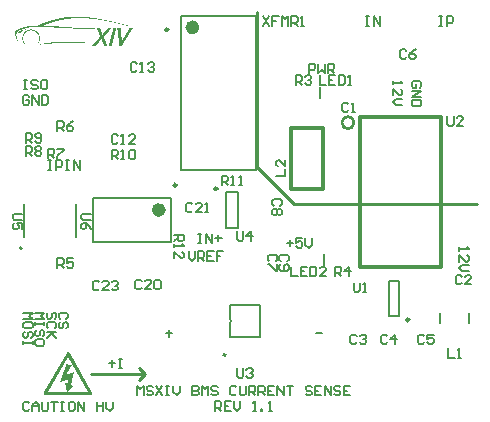
<source format=gto>
G04*
G04 #@! TF.GenerationSoftware,Altium Limited,Altium Designer,20.0.9 (164)*
G04*
G04 Layer_Color=65535*
%FSLAX25Y25*%
%MOIN*%
G70*
G01*
G75*
%ADD10C,0.00787*%
%ADD11C,0.02362*%
%ADD12C,0.00984*%
%ADD13C,0.01000*%
%ADD14C,0.00600*%
%ADD15C,0.01200*%
%ADD16C,0.00591*%
G36*
X22403Y133330D02*
X23081D01*
Y133316D01*
X23454D01*
Y133302D01*
X23759D01*
Y133288D01*
X24008D01*
Y133275D01*
X24243D01*
Y133261D01*
X24450D01*
Y133247D01*
X24644D01*
Y133233D01*
X24824D01*
Y133219D01*
X24990D01*
Y133205D01*
X25155D01*
Y133192D01*
X25308D01*
Y133178D01*
X25460D01*
Y133164D01*
X25598D01*
Y133150D01*
X25736D01*
Y133136D01*
X25875D01*
Y133123D01*
X25999D01*
Y133109D01*
X26124D01*
Y133095D01*
X26248D01*
Y133081D01*
X26373D01*
Y133067D01*
X26483D01*
Y133053D01*
X26608D01*
Y133039D01*
X26718D01*
Y133026D01*
X26829D01*
Y133012D01*
X26940D01*
Y132998D01*
X27050D01*
Y132984D01*
X27147D01*
Y132970D01*
X27258D01*
Y132957D01*
X27354D01*
Y132943D01*
X27451D01*
Y132929D01*
X27562D01*
Y132915D01*
X27659D01*
Y132901D01*
X27756D01*
Y132887D01*
X27852D01*
Y132873D01*
X27935D01*
Y132860D01*
X28032D01*
Y132846D01*
X28129D01*
Y132832D01*
X28212D01*
Y132818D01*
X28309D01*
Y132804D01*
X28392D01*
Y132791D01*
X28489D01*
Y132777D01*
X28572D01*
Y132763D01*
X28655D01*
Y132749D01*
X28738D01*
Y132735D01*
X28834D01*
Y132721D01*
X28917D01*
Y132708D01*
X29000D01*
Y132694D01*
X29083D01*
Y132680D01*
X29166D01*
Y132666D01*
X29235D01*
Y132652D01*
X29318D01*
Y132638D01*
X29401D01*
Y132625D01*
X29484D01*
Y132611D01*
X29567D01*
Y132597D01*
X29636D01*
Y132583D01*
X29719D01*
Y132569D01*
X29789D01*
Y132555D01*
X29872D01*
Y132542D01*
X29955D01*
Y132528D01*
X30024D01*
Y132514D01*
X30107D01*
Y132500D01*
X30176D01*
Y132486D01*
X30245D01*
Y132473D01*
X30328D01*
Y132459D01*
X30397D01*
Y132445D01*
X30466D01*
Y132431D01*
X30549D01*
Y132417D01*
X30618D01*
Y132403D01*
X30688D01*
Y132389D01*
X30757D01*
Y132376D01*
X30826D01*
Y132362D01*
X30909D01*
Y132348D01*
X30978D01*
Y132334D01*
X31047D01*
Y132320D01*
X31116D01*
Y132307D01*
X31185D01*
Y132293D01*
X31255D01*
Y132279D01*
X31324D01*
Y132265D01*
X31393D01*
Y132251D01*
X31462D01*
Y132237D01*
X31531D01*
Y132223D01*
X31600D01*
Y132210D01*
X31670D01*
Y132196D01*
X31725D01*
Y132182D01*
X31794D01*
Y132168D01*
X31863D01*
Y132154D01*
X31932D01*
Y132141D01*
X32002D01*
Y132127D01*
X32057D01*
Y132113D01*
X32126D01*
Y132099D01*
X32195D01*
Y132085D01*
X32264D01*
Y132071D01*
X32320D01*
Y132057D01*
X32389D01*
Y132044D01*
X32458D01*
Y132030D01*
X32513D01*
Y132016D01*
X32582D01*
Y132002D01*
X32651D01*
Y131988D01*
X32707D01*
Y131975D01*
X32776D01*
Y131961D01*
X32831D01*
Y131947D01*
X32900D01*
Y131933D01*
X32970D01*
Y131919D01*
X33025D01*
Y131905D01*
X33094D01*
Y131892D01*
X33149D01*
Y131878D01*
X33219D01*
Y131864D01*
X33274D01*
Y131850D01*
X33343D01*
Y131836D01*
X33398D01*
Y131822D01*
X33454D01*
Y131809D01*
X33523D01*
Y131795D01*
X33578D01*
Y131781D01*
X33647D01*
Y131767D01*
X33703D01*
Y131753D01*
X33772D01*
Y131739D01*
X33827D01*
Y131726D01*
X33882D01*
Y131712D01*
X33952D01*
Y131698D01*
X34007D01*
Y131684D01*
X34062D01*
Y131670D01*
X34131D01*
Y131657D01*
X34187D01*
Y131643D01*
X34242D01*
Y131629D01*
X34311D01*
Y131615D01*
X34366D01*
Y131601D01*
X34422D01*
Y131587D01*
X34477D01*
Y131573D01*
X34546D01*
Y131560D01*
X34602D01*
Y131546D01*
X34657D01*
Y131532D01*
X34712D01*
Y131518D01*
X34781D01*
Y131504D01*
X34837D01*
Y131491D01*
X34892D01*
Y131477D01*
X34947D01*
Y131463D01*
X35003D01*
Y131449D01*
X35058D01*
Y131435D01*
X35127D01*
Y131421D01*
X35182D01*
Y131407D01*
X35238D01*
Y131394D01*
X35293D01*
Y131380D01*
X35348D01*
Y131366D01*
X35404D01*
Y131352D01*
X35459D01*
Y131338D01*
X35528D01*
Y131325D01*
X35583D01*
Y131311D01*
X35639D01*
Y131297D01*
X35694D01*
Y131283D01*
X35750D01*
Y131269D01*
X35805D01*
Y131255D01*
X35860D01*
Y131242D01*
X35915D01*
Y131228D01*
X35971D01*
Y131214D01*
X36026D01*
Y131200D01*
X36081D01*
Y131186D01*
X36137D01*
Y131172D01*
X36192D01*
Y131159D01*
X36247D01*
Y131145D01*
X36303D01*
Y131131D01*
X36358D01*
Y131117D01*
X36413D01*
Y131103D01*
X36469D01*
Y131089D01*
X36524D01*
Y131076D01*
X36579D01*
Y131062D01*
X36635D01*
Y131048D01*
X36690D01*
Y131034D01*
X36745D01*
Y131020D01*
X36801D01*
Y131006D01*
X36856D01*
Y130993D01*
X36911D01*
Y130979D01*
X36967D01*
Y130965D01*
X37022D01*
Y130951D01*
X37077D01*
Y130937D01*
X37132D01*
Y130923D01*
X37188D01*
Y130910D01*
X37229D01*
Y130896D01*
X37285D01*
Y130882D01*
X37340D01*
Y130868D01*
X37395D01*
Y130854D01*
X37451D01*
Y130841D01*
X37506D01*
Y130827D01*
X37561D01*
Y130813D01*
X37617D01*
Y130799D01*
X37658D01*
Y130785D01*
X37713D01*
Y130771D01*
X37769D01*
Y130757D01*
X37824D01*
Y130744D01*
X37879D01*
Y130730D01*
X37935D01*
Y130716D01*
X37990D01*
Y130702D01*
X38032D01*
Y130688D01*
X38087D01*
Y130675D01*
X38142D01*
Y130661D01*
X38197D01*
Y130647D01*
X38253D01*
Y130633D01*
X38294D01*
Y130619D01*
X38350D01*
Y130605D01*
X38405D01*
Y130591D01*
X38460D01*
Y130578D01*
X38515D01*
Y130564D01*
X38557D01*
Y130550D01*
X38612D01*
Y130536D01*
X38668D01*
Y130522D01*
X38723D01*
Y130508D01*
X38778D01*
Y130495D01*
X38820D01*
Y130481D01*
X38875D01*
Y130467D01*
X38930D01*
Y130453D01*
X38986D01*
Y130439D01*
X39027D01*
Y130426D01*
X39083D01*
Y130412D01*
X39138D01*
Y130398D01*
X39193D01*
Y130384D01*
X39235D01*
Y130370D01*
X39290D01*
Y130356D01*
X39345D01*
Y130343D01*
X39387D01*
Y130329D01*
X39442D01*
Y130315D01*
X39498D01*
Y130301D01*
X39553D01*
Y130287D01*
X39594D01*
Y130273D01*
X39650D01*
Y130260D01*
X39705D01*
Y130246D01*
X39746D01*
Y130232D01*
X39802D01*
Y130218D01*
X39857D01*
Y130204D01*
X39912D01*
Y130191D01*
X39954D01*
Y130177D01*
X40009D01*
Y130163D01*
X40064D01*
Y130149D01*
X40106D01*
Y130135D01*
X40161D01*
Y130121D01*
X40217D01*
Y130107D01*
X40258D01*
Y130094D01*
X40314D01*
Y130080D01*
X40369D01*
Y130066D01*
X40410D01*
Y130052D01*
X40466D01*
Y130038D01*
X40507D01*
Y130025D01*
X40562D01*
Y130011D01*
X40618D01*
Y129997D01*
X40659D01*
Y129983D01*
X40715D01*
Y129969D01*
X40770D01*
Y129955D01*
X40811D01*
Y129941D01*
X40867D01*
Y129928D01*
X40922D01*
Y129914D01*
X40950D01*
Y129900D01*
Y129886D01*
X40936D01*
Y129872D01*
X40881D01*
Y129886D01*
X40825D01*
Y129900D01*
X40770D01*
Y129914D01*
X40701D01*
Y129928D01*
X40645D01*
Y129941D01*
X40590D01*
Y129955D01*
X40521D01*
Y129969D01*
X40466D01*
Y129983D01*
X40410D01*
Y129997D01*
X40341D01*
Y130011D01*
X40286D01*
Y130025D01*
X40231D01*
Y130038D01*
X40175D01*
Y130052D01*
X40106D01*
Y130066D01*
X40051D01*
Y130080D01*
X39995D01*
Y130094D01*
X39940D01*
Y130107D01*
X39885D01*
Y130121D01*
X39816D01*
Y130135D01*
X39760D01*
Y130149D01*
X39705D01*
Y130163D01*
X39650D01*
Y130177D01*
X39594D01*
Y130191D01*
X39539D01*
Y130204D01*
X39470D01*
Y130218D01*
X39415D01*
Y130232D01*
X39359D01*
Y130246D01*
X39304D01*
Y130260D01*
X39248D01*
Y130273D01*
X39193D01*
Y130287D01*
X39138D01*
Y130301D01*
X39083D01*
Y130315D01*
X39013D01*
Y130329D01*
X38958D01*
Y130343D01*
X38903D01*
Y130356D01*
X38848D01*
Y130370D01*
X38792D01*
Y130384D01*
X38737D01*
Y130398D01*
X38682D01*
Y130412D01*
X38626D01*
Y130426D01*
X38571D01*
Y130439D01*
X38502D01*
Y130453D01*
X38446D01*
Y130467D01*
X38391D01*
Y130481D01*
X38336D01*
Y130495D01*
X38280D01*
Y130508D01*
X38225D01*
Y130522D01*
X38170D01*
Y130536D01*
X38115D01*
Y130550D01*
X38059D01*
Y130564D01*
X38004D01*
Y130578D01*
X37949D01*
Y130591D01*
X37879D01*
Y130605D01*
X37824D01*
Y130619D01*
X37769D01*
Y130633D01*
X37713D01*
Y130647D01*
X37658D01*
Y130661D01*
X37603D01*
Y130675D01*
X37547D01*
Y130688D01*
X37492D01*
Y130702D01*
X37437D01*
Y130716D01*
X37381D01*
Y130730D01*
X37312D01*
Y130744D01*
X37257D01*
Y130757D01*
X37202D01*
Y130771D01*
X37146D01*
Y130785D01*
X37091D01*
Y130799D01*
X37036D01*
Y130813D01*
X36980D01*
Y130827D01*
X36911D01*
Y130841D01*
X36856D01*
Y130854D01*
X36801D01*
Y130868D01*
X36745D01*
Y130882D01*
X36690D01*
Y130896D01*
X36635D01*
Y130910D01*
X36579D01*
Y130923D01*
X36510D01*
Y130937D01*
X36455D01*
Y130951D01*
X36399D01*
Y130965D01*
X36344D01*
Y130979D01*
X36289D01*
Y130993D01*
X36220D01*
Y131006D01*
X36164D01*
Y131020D01*
X36109D01*
Y131034D01*
X36054D01*
Y131048D01*
X35998D01*
Y131062D01*
X35929D01*
Y131076D01*
X35874D01*
Y131089D01*
X35819D01*
Y131103D01*
X35763D01*
Y131117D01*
X35694D01*
Y131131D01*
X35639D01*
Y131145D01*
X35583D01*
Y131159D01*
X35514D01*
Y131172D01*
X35459D01*
Y131186D01*
X35404D01*
Y131200D01*
X35348D01*
Y131214D01*
X35279D01*
Y131228D01*
X35224D01*
Y131242D01*
X35155D01*
Y131255D01*
X35099D01*
Y131269D01*
X35044D01*
Y131283D01*
X34975D01*
Y131297D01*
X34920D01*
Y131311D01*
X34864D01*
Y131325D01*
X34795D01*
Y131338D01*
X34740D01*
Y131352D01*
X34671D01*
Y131366D01*
X34615D01*
Y131380D01*
X34546D01*
Y131394D01*
X34491D01*
Y131407D01*
X34422D01*
Y131421D01*
X34366D01*
Y131435D01*
X34297D01*
Y131449D01*
X34242D01*
Y131463D01*
X34173D01*
Y131477D01*
X34117D01*
Y131491D01*
X34048D01*
Y131504D01*
X33993D01*
Y131518D01*
X33924D01*
Y131532D01*
X33855D01*
Y131546D01*
X33799D01*
Y131560D01*
X33730D01*
Y131573D01*
X33675D01*
Y131587D01*
X33606D01*
Y131601D01*
X33537D01*
Y131615D01*
X33468D01*
Y131629D01*
X33412D01*
Y131643D01*
X33343D01*
Y131657D01*
X33274D01*
Y131670D01*
X33205D01*
Y131684D01*
X33149D01*
Y131698D01*
X33080D01*
Y131712D01*
X33011D01*
Y131726D01*
X32942D01*
Y131739D01*
X32873D01*
Y131753D01*
X32804D01*
Y131767D01*
X32735D01*
Y131781D01*
X32665D01*
Y131795D01*
X32596D01*
Y131809D01*
X32527D01*
Y131822D01*
X32458D01*
Y131836D01*
X32389D01*
Y131850D01*
X32320D01*
Y131864D01*
X32250D01*
Y131878D01*
X32181D01*
Y131892D01*
X32112D01*
Y131905D01*
X32043D01*
Y131919D01*
X31960D01*
Y131933D01*
X31891D01*
Y131947D01*
X31822D01*
Y131961D01*
X31752D01*
Y131975D01*
X31670D01*
Y131988D01*
X31600D01*
Y132002D01*
X31517D01*
Y132016D01*
X31448D01*
Y132030D01*
X31379D01*
Y132044D01*
X31296D01*
Y132057D01*
X31213D01*
Y132071D01*
X31144D01*
Y132085D01*
X31061D01*
Y132099D01*
X30992D01*
Y132113D01*
X30909D01*
Y132127D01*
X30826D01*
Y132141D01*
X30743D01*
Y132154D01*
X30660D01*
Y132168D01*
X30591D01*
Y132182D01*
X30508D01*
Y132196D01*
X30425D01*
Y132210D01*
X30342D01*
Y132223D01*
X30245D01*
Y132237D01*
X30162D01*
Y132251D01*
X30079D01*
Y132265D01*
X29996D01*
Y132279D01*
X29899D01*
Y132293D01*
X29816D01*
Y132307D01*
X29719D01*
Y132320D01*
X29636D01*
Y132334D01*
X29540D01*
Y132348D01*
X29457D01*
Y132362D01*
X29360D01*
Y132376D01*
X29263D01*
Y132389D01*
X29166D01*
Y132403D01*
X29070D01*
Y132417D01*
X28973D01*
Y132431D01*
X28876D01*
Y132445D01*
X28765D01*
Y132459D01*
X28668D01*
Y132473D01*
X28558D01*
Y132486D01*
X28447D01*
Y132500D01*
X28350D01*
Y132514D01*
X28240D01*
Y132528D01*
X28115D01*
Y132542D01*
X28005D01*
Y132555D01*
X27894D01*
Y132569D01*
X27769D01*
Y132583D01*
X27645D01*
Y132597D01*
X27520D01*
Y132611D01*
X27396D01*
Y132625D01*
X27258D01*
Y132638D01*
X27119D01*
Y132652D01*
X26981D01*
Y132666D01*
X26843D01*
Y132680D01*
X26691D01*
Y132694D01*
X26525D01*
Y132708D01*
X26359D01*
Y132721D01*
X26193D01*
Y132735D01*
X26013D01*
Y132749D01*
X25819D01*
Y132763D01*
X25612D01*
Y132777D01*
X25391D01*
Y132791D01*
X25142D01*
Y132804D01*
X24851D01*
Y132818D01*
X24519D01*
Y132832D01*
X24063D01*
Y132846D01*
X22306D01*
Y132832D01*
X21864D01*
Y132818D01*
X21546D01*
Y132804D01*
X21283D01*
Y132791D01*
X21048D01*
Y132777D01*
X20840D01*
Y132763D01*
X20661D01*
Y132749D01*
X20481D01*
Y132735D01*
X20315D01*
Y132721D01*
X20163D01*
Y132708D01*
X20011D01*
Y132694D01*
X19872D01*
Y132680D01*
X19748D01*
Y132666D01*
X19610D01*
Y132652D01*
X19499D01*
Y132638D01*
X19374D01*
Y132625D01*
X19264D01*
Y132611D01*
X19153D01*
Y132597D01*
X19042D01*
Y132583D01*
X18932D01*
Y132569D01*
X18835D01*
Y132555D01*
X18738D01*
Y132542D01*
X18641D01*
Y132528D01*
X18545D01*
Y132514D01*
X18448D01*
Y132500D01*
X18365D01*
Y132486D01*
X18282D01*
Y132473D01*
X18185D01*
Y132459D01*
X18102D01*
Y132445D01*
X18019D01*
Y132431D01*
X17936D01*
Y132417D01*
X17853D01*
Y132403D01*
X17784D01*
Y132389D01*
X17701D01*
Y132376D01*
X17618D01*
Y132362D01*
X17549D01*
Y132348D01*
X17480D01*
Y132334D01*
X17397D01*
Y132320D01*
X17327D01*
Y132307D01*
X17258D01*
Y132293D01*
X17189D01*
Y132279D01*
X17120D01*
Y132265D01*
X17051D01*
Y132251D01*
X16982D01*
Y132237D01*
X16913D01*
Y132223D01*
X16857D01*
Y132210D01*
X16788D01*
Y132196D01*
X16719D01*
Y132182D01*
X16664D01*
Y132168D01*
X16594D01*
Y132154D01*
X16539D01*
Y132141D01*
X16470D01*
Y132127D01*
X16415D01*
Y132113D01*
X16359D01*
Y132099D01*
X16290D01*
Y132085D01*
X16235D01*
Y132071D01*
X16180D01*
Y132057D01*
X16124D01*
Y132044D01*
X16069D01*
Y132030D01*
X16000D01*
Y132016D01*
X15945D01*
Y132002D01*
X15889D01*
Y131988D01*
X15834D01*
Y131975D01*
X15792D01*
Y131961D01*
X15737D01*
Y131947D01*
X15682D01*
Y131933D01*
X15626D01*
Y131919D01*
X15571D01*
Y131905D01*
X15516D01*
Y131892D01*
X15474D01*
Y131878D01*
X15419D01*
Y131864D01*
X15364D01*
Y131850D01*
X15322D01*
Y131836D01*
X15267D01*
Y131822D01*
X15212D01*
Y131809D01*
X15170D01*
Y131795D01*
X15115D01*
Y131781D01*
X15073D01*
Y131767D01*
X15018D01*
Y131753D01*
X14976D01*
Y131739D01*
X14921D01*
Y131726D01*
X14880D01*
Y131712D01*
X14838D01*
Y131698D01*
X14783D01*
Y131684D01*
X14741D01*
Y131670D01*
X14700D01*
Y131657D01*
X14644D01*
Y131643D01*
X14603D01*
Y131629D01*
X14561D01*
Y131615D01*
X14506D01*
Y131601D01*
X14465D01*
Y131587D01*
X14423D01*
Y131573D01*
X14382D01*
Y131560D01*
X14340D01*
Y131546D01*
X14299D01*
Y131532D01*
X14243D01*
Y131518D01*
X14202D01*
Y131504D01*
X14160D01*
Y131491D01*
X14119D01*
Y131477D01*
X14077D01*
Y131463D01*
X14036D01*
Y131449D01*
X13994D01*
Y131435D01*
X13953D01*
Y131421D01*
X13911D01*
Y131407D01*
X13870D01*
Y131394D01*
X13828D01*
Y131380D01*
X13787D01*
Y131366D01*
X13746D01*
Y131352D01*
X13718D01*
Y131338D01*
X13676D01*
Y131325D01*
X13635D01*
Y131311D01*
X13593D01*
Y131297D01*
X13552D01*
Y131283D01*
X13510D01*
Y131269D01*
X13483D01*
Y131255D01*
X13441D01*
Y131242D01*
X13400D01*
Y131228D01*
X13358D01*
Y131214D01*
X13317D01*
Y131200D01*
X13289D01*
Y131186D01*
X13248D01*
Y131172D01*
X13206D01*
Y131159D01*
X13178D01*
Y131145D01*
X13137D01*
Y131131D01*
X13095D01*
Y131117D01*
X13068D01*
Y131103D01*
X13026D01*
Y131089D01*
X12985D01*
Y131076D01*
X12957D01*
Y131062D01*
X12916D01*
Y131048D01*
X12874D01*
Y131034D01*
X12846D01*
Y131020D01*
X12805D01*
Y131006D01*
X12777D01*
Y130993D01*
X12736D01*
Y130979D01*
X12708D01*
Y130965D01*
X12667D01*
Y130951D01*
X12639D01*
Y130937D01*
X12597D01*
Y130923D01*
X12570D01*
Y130910D01*
X12528D01*
Y130896D01*
X12501D01*
Y130882D01*
X12459D01*
Y130868D01*
X12432D01*
Y130854D01*
X12390D01*
Y130841D01*
X12362D01*
Y130827D01*
X12321D01*
Y130813D01*
X12293D01*
Y130799D01*
X12266D01*
Y130785D01*
X12224D01*
Y130771D01*
X12196D01*
Y130757D01*
X12169D01*
Y130744D01*
X12127D01*
Y130730D01*
X12100D01*
Y130716D01*
X12058D01*
Y130702D01*
X12031D01*
Y130688D01*
X12003D01*
Y130675D01*
X11961D01*
Y130661D01*
X11934D01*
Y130647D01*
X11906D01*
Y130633D01*
X11878D01*
Y130619D01*
X11837D01*
Y130605D01*
X11809D01*
Y130591D01*
X11782D01*
Y130578D01*
X11740D01*
Y130564D01*
X11712D01*
Y130550D01*
X11685D01*
Y130536D01*
X11657D01*
Y130522D01*
X11616D01*
Y130508D01*
X11588D01*
Y130495D01*
X11560D01*
Y130481D01*
X11533D01*
Y130467D01*
X11505D01*
Y130453D01*
X11463D01*
Y130439D01*
X11436D01*
Y130426D01*
X11408D01*
Y130412D01*
X11381D01*
Y130398D01*
X11353D01*
Y130384D01*
X11339D01*
Y130370D01*
X11685D01*
Y130356D01*
X12044D01*
Y130343D01*
X12349D01*
Y130329D01*
X12611D01*
Y130315D01*
X12874D01*
Y130301D01*
X13109D01*
Y130287D01*
X13344D01*
Y130273D01*
X13552D01*
Y130260D01*
X13773D01*
Y130246D01*
X13981D01*
Y130232D01*
X14174D01*
Y130218D01*
X14368D01*
Y130204D01*
X14561D01*
Y130191D01*
X14755D01*
Y130177D01*
X14949D01*
Y130163D01*
X15128D01*
Y130149D01*
X15308D01*
Y130135D01*
X15502D01*
Y130121D01*
X15682D01*
Y130107D01*
X15861D01*
Y130094D01*
X16027D01*
Y130080D01*
X16207D01*
Y130066D01*
X16387D01*
Y130052D01*
X16567D01*
Y130038D01*
X16747D01*
Y130025D01*
X16913D01*
Y130011D01*
X17092D01*
Y129997D01*
X17272D01*
Y129983D01*
X17438D01*
Y129969D01*
X17618D01*
Y129955D01*
X17798D01*
Y129941D01*
X17964D01*
Y129928D01*
X18144D01*
Y129914D01*
X18323D01*
Y129900D01*
X18503D01*
Y129886D01*
X18683D01*
Y129872D01*
X18863D01*
Y129859D01*
X19042D01*
Y129845D01*
X19222D01*
Y129831D01*
X19416D01*
Y129817D01*
X19596D01*
Y129803D01*
X19789D01*
Y129789D01*
X19969D01*
Y129776D01*
X20163D01*
Y129762D01*
X20356D01*
Y129748D01*
X20550D01*
Y129734D01*
X20744D01*
Y129720D01*
X20951D01*
Y129706D01*
X21145D01*
Y129693D01*
X21352D01*
Y129679D01*
X21560D01*
Y129665D01*
X21781D01*
Y129651D01*
X21988D01*
Y129637D01*
X22210D01*
Y129623D01*
X22445D01*
Y129610D01*
X22666D01*
Y129596D01*
X22901D01*
Y129582D01*
X23150D01*
Y129568D01*
X23399D01*
Y129554D01*
X23662D01*
Y129540D01*
X23925D01*
Y129527D01*
X24201D01*
Y129513D01*
X24492D01*
Y129499D01*
X24810D01*
Y129485D01*
X25128D01*
Y129471D01*
X25474D01*
Y129457D01*
X25847D01*
Y129444D01*
X26276D01*
Y129430D01*
X26746D01*
Y129416D01*
X27327D01*
Y129402D01*
X28129D01*
Y129388D01*
X28419D01*
Y129375D01*
Y129361D01*
Y129347D01*
X28281D01*
Y129333D01*
X27825D01*
Y129319D01*
X27258D01*
Y129305D01*
X26331D01*
Y129291D01*
X24575D01*
Y129305D01*
X23579D01*
Y129319D01*
X22943D01*
Y129333D01*
X22417D01*
Y129347D01*
X21961D01*
Y129361D01*
X21546D01*
Y129375D01*
X21172D01*
Y129388D01*
X20813D01*
Y129402D01*
X20481D01*
Y129416D01*
X20163D01*
Y129430D01*
X19845D01*
Y129444D01*
X19554D01*
Y129457D01*
X19264D01*
Y129471D01*
X18987D01*
Y129485D01*
X18711D01*
Y129499D01*
X18448D01*
Y129513D01*
X18185D01*
Y129527D01*
X17936D01*
Y129540D01*
X17687D01*
Y129554D01*
X17438D01*
Y129568D01*
X17189D01*
Y129582D01*
X16940D01*
Y129596D01*
X16705D01*
Y129610D01*
X16456D01*
Y129623D01*
X16221D01*
Y129637D01*
X15986D01*
Y129651D01*
X15751D01*
Y129665D01*
X15516D01*
Y129679D01*
X15267D01*
Y129693D01*
X15032D01*
Y129706D01*
X14797D01*
Y129720D01*
X14548D01*
Y129734D01*
X14312D01*
Y129748D01*
X14064D01*
Y129762D01*
X13815D01*
Y129776D01*
X13566D01*
Y129789D01*
X13303D01*
Y129803D01*
X13026D01*
Y129817D01*
X12750D01*
Y129831D01*
X12473D01*
Y129845D01*
X12169D01*
Y129859D01*
X11837D01*
Y129872D01*
X11491D01*
Y129886D01*
X11090D01*
Y129900D01*
X10606D01*
Y129914D01*
X9707D01*
Y129928D01*
X9251D01*
Y129914D01*
X8490D01*
Y129900D01*
X8130D01*
Y129886D01*
X7854D01*
Y129872D01*
X7632D01*
Y129859D01*
X7439D01*
Y129845D01*
X7273D01*
Y129831D01*
X7121D01*
Y129817D01*
X6983D01*
Y129803D01*
X6858D01*
Y129789D01*
X6747D01*
Y129776D01*
X6637D01*
Y129762D01*
X6526D01*
Y129748D01*
X6429D01*
Y129734D01*
X6332D01*
Y129720D01*
X6250D01*
Y129706D01*
X6166D01*
Y129693D01*
X6084D01*
Y129679D01*
X6001D01*
Y129665D01*
X5931D01*
Y129651D01*
X5862D01*
Y129637D01*
X5779D01*
Y129623D01*
X5724D01*
Y129610D01*
X5655D01*
Y129596D01*
X5586D01*
Y129582D01*
X5530D01*
Y129568D01*
X5461D01*
Y129554D01*
X5406D01*
Y129540D01*
X5350D01*
Y129527D01*
X5295D01*
Y129513D01*
X5240D01*
Y129499D01*
X5184D01*
Y129485D01*
X5129D01*
Y129471D01*
X5074D01*
Y129457D01*
X5032D01*
Y129444D01*
X4977D01*
Y129430D01*
X4922D01*
Y129416D01*
X4880D01*
Y129402D01*
X4825D01*
Y129388D01*
X4783D01*
Y129375D01*
X4742D01*
Y129361D01*
X4687D01*
Y129347D01*
X4645D01*
Y129333D01*
X4604D01*
Y129319D01*
X4562D01*
Y129305D01*
X4521D01*
Y129291D01*
X4479D01*
Y129278D01*
X4438D01*
Y129264D01*
X4396D01*
Y129250D01*
X4355D01*
Y129236D01*
X4313D01*
Y129222D01*
X4272D01*
Y129209D01*
X4230D01*
Y129195D01*
X4189D01*
Y129181D01*
X4147D01*
Y129167D01*
X4106D01*
Y129153D01*
X4064D01*
Y129139D01*
X4037D01*
Y129125D01*
X3995D01*
Y129112D01*
X3954D01*
Y129098D01*
X3926D01*
Y129084D01*
X3884D01*
Y129070D01*
X3843D01*
Y129056D01*
X3802D01*
Y129042D01*
X3774D01*
Y129029D01*
X3732D01*
Y129015D01*
X3705D01*
Y129001D01*
X3663D01*
Y128987D01*
X3622D01*
Y128973D01*
X3594D01*
Y128960D01*
X3553D01*
Y128946D01*
X3525D01*
Y128932D01*
X3497D01*
Y128918D01*
X3456D01*
Y128904D01*
X3428D01*
Y128890D01*
X3387D01*
Y128877D01*
X3359D01*
Y128863D01*
X3331D01*
Y128849D01*
X3304D01*
Y128835D01*
X3262D01*
Y128821D01*
X3234D01*
Y128807D01*
X3207D01*
Y128794D01*
X3179D01*
Y128780D01*
X3151D01*
Y128766D01*
X3124D01*
Y128752D01*
X3096D01*
Y128738D01*
X3069D01*
Y128724D01*
X3041D01*
Y128711D01*
X3013D01*
Y128697D01*
X2985D01*
Y128683D01*
X2958D01*
Y128669D01*
X2930D01*
Y128655D01*
X2916D01*
Y128641D01*
X2889D01*
Y128628D01*
X2861D01*
Y128614D01*
X2847D01*
Y128600D01*
X2819D01*
Y128586D01*
X2792D01*
Y128572D01*
X2778D01*
Y128559D01*
X2750D01*
Y128545D01*
X2737D01*
Y128531D01*
X2709D01*
Y128517D01*
X2695D01*
Y128503D01*
X2681D01*
Y128489D01*
X2654D01*
Y128475D01*
X2640D01*
Y128462D01*
X2626D01*
Y128448D01*
X2598D01*
Y128434D01*
X2584D01*
Y128420D01*
X2571D01*
Y128406D01*
X2557D01*
Y128393D01*
X2543D01*
Y128379D01*
X2529D01*
Y128365D01*
X2515D01*
Y128351D01*
X2501D01*
Y128337D01*
X2488D01*
Y128323D01*
X2474D01*
Y128310D01*
X2460D01*
Y128296D01*
X2446D01*
Y128282D01*
X2432D01*
Y128268D01*
X2418D01*
Y128254D01*
X2405D01*
Y128240D01*
X2391D01*
Y128227D01*
X2377D01*
Y128213D01*
X2363D01*
Y128199D01*
Y128185D01*
X2349D01*
Y128171D01*
X2335D01*
Y128157D01*
X2322D01*
Y128144D01*
Y128130D01*
X2308D01*
Y128116D01*
X2294D01*
Y128102D01*
Y128088D01*
X2280D01*
Y128074D01*
X2266D01*
Y128061D01*
Y128047D01*
X2252D01*
Y128033D01*
Y128019D01*
X2239D01*
Y128005D01*
Y127991D01*
X2225D01*
Y127978D01*
Y127964D01*
X2211D01*
Y127950D01*
Y127936D01*
X2197D01*
Y127922D01*
Y127909D01*
X2183D01*
Y127895D01*
Y127881D01*
Y127867D01*
X2169D01*
Y127853D01*
Y127839D01*
Y127825D01*
X2156D01*
Y127812D01*
Y127798D01*
Y127784D01*
X2142D01*
Y127770D01*
Y127756D01*
Y127743D01*
X2128D01*
Y127729D01*
Y127715D01*
Y127701D01*
Y127687D01*
X2114D01*
Y127673D01*
Y127659D01*
Y127646D01*
Y127632D01*
Y127618D01*
X2100D01*
Y127604D01*
Y127590D01*
Y127576D01*
Y127563D01*
Y127549D01*
Y127535D01*
Y127521D01*
X2087D01*
Y127507D01*
Y127494D01*
Y127480D01*
Y127466D01*
Y127452D01*
Y127438D01*
Y127424D01*
Y127410D01*
Y127397D01*
Y127383D01*
Y127369D01*
X2073D01*
Y127355D01*
Y127341D01*
Y127328D01*
Y127314D01*
Y127300D01*
Y127286D01*
Y127272D01*
Y127258D01*
Y127245D01*
Y127231D01*
Y127217D01*
Y127203D01*
Y127189D01*
Y127175D01*
Y127162D01*
Y127148D01*
X2087D01*
Y127134D01*
Y127120D01*
Y127106D01*
Y127093D01*
Y127079D01*
Y127065D01*
Y127051D01*
Y127037D01*
Y127023D01*
Y127009D01*
Y126996D01*
Y126982D01*
Y126968D01*
Y126954D01*
X2100D01*
Y126940D01*
Y126927D01*
Y126913D01*
Y126899D01*
Y126885D01*
Y126871D01*
Y126857D01*
Y126844D01*
X2114D01*
Y126830D01*
Y126816D01*
Y126802D01*
Y126788D01*
Y126774D01*
Y126760D01*
Y126747D01*
X2128D01*
Y126733D01*
Y126719D01*
Y126705D01*
Y126691D01*
Y126678D01*
Y126664D01*
X2142D01*
Y126650D01*
Y126636D01*
Y126622D01*
Y126608D01*
Y126595D01*
X2156D01*
Y126581D01*
Y126567D01*
Y126553D01*
Y126539D01*
Y126525D01*
Y126512D01*
X2169D01*
Y126498D01*
Y126484D01*
Y126470D01*
Y126456D01*
X2183D01*
Y126442D01*
Y126429D01*
Y126415D01*
Y126401D01*
Y126387D01*
X2197D01*
Y126373D01*
Y126359D01*
Y126346D01*
Y126332D01*
X2211D01*
Y126318D01*
Y126304D01*
Y126290D01*
Y126277D01*
X2225D01*
Y126263D01*
Y126249D01*
Y126235D01*
Y126221D01*
X2239D01*
Y126207D01*
Y126193D01*
Y126180D01*
Y126166D01*
X2252D01*
Y126152D01*
Y126138D01*
Y126124D01*
Y126110D01*
X2266D01*
Y126097D01*
Y126083D01*
Y126069D01*
X2280D01*
Y126055D01*
Y126041D01*
Y126028D01*
Y126014D01*
X2294D01*
Y126000D01*
Y125986D01*
Y125972D01*
Y125958D01*
X2308D01*
Y125945D01*
Y125931D01*
Y125917D01*
X2322D01*
Y125903D01*
Y125889D01*
Y125875D01*
X2335D01*
Y125862D01*
Y125848D01*
Y125834D01*
Y125820D01*
X2349D01*
Y125806D01*
Y125792D01*
Y125779D01*
X2363D01*
Y125765D01*
Y125751D01*
Y125737D01*
X2377D01*
Y125723D01*
Y125709D01*
Y125696D01*
X2391D01*
Y125682D01*
Y125668D01*
Y125654D01*
Y125640D01*
X2405D01*
Y125626D01*
Y125613D01*
Y125599D01*
X2418D01*
Y125585D01*
Y125571D01*
Y125557D01*
X2432D01*
Y125543D01*
Y125530D01*
Y125516D01*
X2446D01*
Y125502D01*
Y125488D01*
Y125474D01*
X2460D01*
Y125461D01*
Y125447D01*
Y125433D01*
X2474D01*
Y125419D01*
Y125405D01*
Y125391D01*
X2488D01*
Y125378D01*
Y125364D01*
Y125350D01*
X2501D01*
Y125336D01*
Y125322D01*
Y125308D01*
X2515D01*
Y125294D01*
Y125281D01*
X2529D01*
Y125267D01*
Y125253D01*
Y125239D01*
X2543D01*
Y125225D01*
Y125212D01*
Y125198D01*
X2557D01*
Y125184D01*
Y125170D01*
Y125156D01*
X2571D01*
Y125142D01*
Y125129D01*
Y125115D01*
X2584D01*
Y125101D01*
Y125087D01*
X2598D01*
Y125073D01*
Y125059D01*
Y125046D01*
X2612D01*
Y125032D01*
Y125018D01*
Y125004D01*
X2626D01*
Y124990D01*
Y124976D01*
Y124963D01*
X2640D01*
Y124949D01*
Y124935D01*
X2654D01*
Y124921D01*
Y124907D01*
Y124893D01*
X2667D01*
Y124880D01*
Y124866D01*
Y124852D01*
X2681D01*
Y124838D01*
Y124824D01*
X2695D01*
Y124811D01*
Y124797D01*
Y124783D01*
X2709D01*
Y124769D01*
Y124755D01*
Y124741D01*
X2723D01*
Y124727D01*
Y124714D01*
X2737D01*
Y124700D01*
Y124686D01*
Y124672D01*
X2750D01*
Y124658D01*
Y124644D01*
X2764D01*
Y124631D01*
Y124617D01*
Y124603D01*
X2778D01*
Y124589D01*
Y124575D01*
Y124562D01*
X2792D01*
Y124548D01*
Y124534D01*
X2806D01*
Y124520D01*
Y124506D01*
Y124492D01*
X2819D01*
Y124478D01*
Y124465D01*
X2833D01*
Y124451D01*
Y124437D01*
Y124423D01*
X2847D01*
Y124409D01*
Y124396D01*
X2861D01*
Y124382D01*
Y124368D01*
Y124354D01*
X2875D01*
Y124340D01*
Y124326D01*
X2889D01*
Y124313D01*
Y124299D01*
Y124285D01*
X2902D01*
Y124271D01*
Y124257D01*
X2916D01*
Y124243D01*
Y124230D01*
Y124216D01*
X2930D01*
Y124202D01*
Y124188D01*
X2944D01*
Y124174D01*
Y124160D01*
Y124147D01*
X2902D01*
Y124160D01*
X2889D01*
Y124174D01*
Y124188D01*
X2875D01*
Y124202D01*
Y124216D01*
X2861D01*
Y124230D01*
Y124243D01*
X2847D01*
Y124257D01*
Y124271D01*
Y124285D01*
X2833D01*
Y124299D01*
Y124313D01*
X2819D01*
Y124326D01*
Y124340D01*
X2806D01*
Y124354D01*
Y124368D01*
X2792D01*
Y124382D01*
Y124396D01*
X2778D01*
Y124409D01*
Y124423D01*
X2764D01*
Y124437D01*
Y124451D01*
X2750D01*
Y124465D01*
Y124478D01*
X2737D01*
Y124492D01*
Y124506D01*
Y124520D01*
X2723D01*
Y124534D01*
Y124548D01*
X2709D01*
Y124562D01*
Y124575D01*
X2695D01*
Y124589D01*
Y124603D01*
X2681D01*
Y124617D01*
Y124631D01*
X2667D01*
Y124644D01*
Y124658D01*
X2654D01*
Y124672D01*
Y124686D01*
X2640D01*
Y124700D01*
Y124714D01*
Y124727D01*
X2626D01*
Y124741D01*
Y124755D01*
X2612D01*
Y124769D01*
Y124783D01*
X2598D01*
Y124797D01*
Y124811D01*
X2584D01*
Y124824D01*
Y124838D01*
X2571D01*
Y124852D01*
Y124866D01*
X2557D01*
Y124880D01*
Y124893D01*
Y124907D01*
X2543D01*
Y124921D01*
Y124935D01*
X2529D01*
Y124949D01*
Y124963D01*
X2515D01*
Y124976D01*
Y124990D01*
X2501D01*
Y125004D01*
Y125018D01*
X2488D01*
Y125032D01*
Y125046D01*
X2474D01*
Y125059D01*
Y125073D01*
Y125087D01*
X2460D01*
Y125101D01*
Y125115D01*
X2446D01*
Y125129D01*
Y125142D01*
X2432D01*
Y125156D01*
Y125170D01*
X2418D01*
Y125184D01*
Y125198D01*
X2405D01*
Y125212D01*
Y125225D01*
Y125239D01*
X2391D01*
Y125253D01*
Y125267D01*
X2377D01*
Y125281D01*
Y125294D01*
X2363D01*
Y125308D01*
Y125322D01*
X2349D01*
Y125336D01*
Y125350D01*
Y125364D01*
X2335D01*
Y125378D01*
Y125391D01*
X2322D01*
Y125405D01*
Y125419D01*
X2308D01*
Y125433D01*
Y125447D01*
X2294D01*
Y125461D01*
Y125474D01*
Y125488D01*
X2280D01*
Y125502D01*
Y125516D01*
X2266D01*
Y125530D01*
Y125543D01*
X2252D01*
Y125557D01*
Y125571D01*
X2239D01*
Y125585D01*
Y125599D01*
Y125613D01*
X2225D01*
Y125626D01*
Y125640D01*
X2211D01*
Y125654D01*
Y125668D01*
X2197D01*
Y125682D01*
Y125696D01*
Y125709D01*
X2183D01*
Y125723D01*
Y125737D01*
X2169D01*
Y125751D01*
Y125765D01*
X2156D01*
Y125779D01*
Y125792D01*
Y125806D01*
X2142D01*
Y125820D01*
Y125834D01*
X2128D01*
Y125848D01*
Y125862D01*
X2114D01*
Y125875D01*
Y125889D01*
Y125903D01*
X2100D01*
Y125917D01*
Y125931D01*
X2087D01*
Y125945D01*
Y125958D01*
X2073D01*
Y125972D01*
Y125986D01*
Y126000D01*
X2059D01*
Y126014D01*
Y126028D01*
X2045D01*
Y126041D01*
Y126055D01*
Y126069D01*
X2031D01*
Y126083D01*
Y126097D01*
X2017D01*
Y126110D01*
Y126124D01*
Y126138D01*
X2004D01*
Y126152D01*
Y126166D01*
X1990D01*
Y126180D01*
Y126193D01*
Y126207D01*
X1976D01*
Y126221D01*
Y126235D01*
X1962D01*
Y126249D01*
Y126263D01*
Y126277D01*
X1948D01*
Y126290D01*
Y126304D01*
X1934D01*
Y126318D01*
Y126332D01*
Y126346D01*
X1921D01*
Y126359D01*
Y126373D01*
Y126387D01*
X1907D01*
Y126401D01*
Y126415D01*
X1893D01*
Y126429D01*
Y126442D01*
Y126456D01*
X1879D01*
Y126470D01*
Y126484D01*
Y126498D01*
X1865D01*
Y126512D01*
Y126525D01*
Y126539D01*
X1851D01*
Y126553D01*
Y126567D01*
X1838D01*
Y126581D01*
Y126595D01*
Y126608D01*
X1824D01*
Y126622D01*
Y126636D01*
Y126650D01*
X1810D01*
Y126664D01*
Y126678D01*
Y126691D01*
X1796D01*
Y126705D01*
Y126719D01*
Y126733D01*
X1782D01*
Y126747D01*
Y126760D01*
Y126774D01*
X1768D01*
Y126788D01*
Y126802D01*
Y126816D01*
X1755D01*
Y126830D01*
Y126844D01*
Y126857D01*
X1741D01*
Y126871D01*
Y126885D01*
Y126899D01*
Y126913D01*
X1727D01*
Y126927D01*
Y126940D01*
Y126954D01*
X1713D01*
Y126968D01*
Y126982D01*
Y126996D01*
X1699D01*
Y127009D01*
Y127023D01*
Y127037D01*
Y127051D01*
X1685D01*
Y127065D01*
Y127079D01*
Y127093D01*
Y127106D01*
X1672D01*
Y127120D01*
Y127134D01*
Y127148D01*
Y127162D01*
X1658D01*
Y127175D01*
Y127189D01*
Y127203D01*
Y127217D01*
X1644D01*
Y127231D01*
Y127245D01*
Y127258D01*
Y127272D01*
X1630D01*
Y127286D01*
Y127300D01*
Y127314D01*
Y127328D01*
Y127341D01*
X1616D01*
Y127355D01*
Y127369D01*
Y127383D01*
Y127397D01*
Y127410D01*
Y127424D01*
X1602D01*
Y127438D01*
Y127452D01*
Y127466D01*
Y127480D01*
Y127494D01*
Y127507D01*
Y127521D01*
X1589D01*
Y127535D01*
Y127549D01*
Y127563D01*
Y127576D01*
Y127590D01*
Y127604D01*
Y127618D01*
Y127632D01*
Y127646D01*
X1575D01*
Y127659D01*
Y127673D01*
Y127687D01*
Y127701D01*
Y127715D01*
Y127729D01*
Y127743D01*
Y127756D01*
Y127770D01*
Y127784D01*
Y127798D01*
Y127812D01*
Y127825D01*
Y127839D01*
Y127853D01*
Y127867D01*
Y127881D01*
Y127895D01*
Y127909D01*
Y127922D01*
Y127936D01*
Y127950D01*
X1589D01*
Y127964D01*
Y127978D01*
Y127991D01*
Y128005D01*
Y128019D01*
Y128033D01*
Y128047D01*
Y128061D01*
X1602D01*
Y128074D01*
Y128088D01*
Y128102D01*
Y128116D01*
Y128130D01*
X1616D01*
Y128144D01*
Y128157D01*
Y128171D01*
X1630D01*
Y128185D01*
Y128199D01*
Y128213D01*
Y128227D01*
X1644D01*
Y128240D01*
Y128254D01*
Y128268D01*
X1658D01*
Y128282D01*
Y128296D01*
X1672D01*
Y128310D01*
Y128323D01*
Y128337D01*
X1685D01*
Y128351D01*
Y128365D01*
X1699D01*
Y128379D01*
Y128393D01*
X1713D01*
Y128406D01*
Y128420D01*
X1727D01*
Y128434D01*
X1741D01*
Y128448D01*
Y128462D01*
X1755D01*
Y128475D01*
Y128489D01*
X1768D01*
Y128503D01*
X1782D01*
Y128517D01*
Y128531D01*
X1796D01*
Y128545D01*
X1810D01*
Y128559D01*
X1824D01*
Y128572D01*
Y128586D01*
X1838D01*
Y128600D01*
X1851D01*
Y128614D01*
X1865D01*
Y128628D01*
X1879D01*
Y128641D01*
X1893D01*
Y128655D01*
X1907D01*
Y128669D01*
X1921D01*
Y128683D01*
X1934D01*
Y128697D01*
X1948D01*
Y128711D01*
X1962D01*
Y128724D01*
X1976D01*
Y128738D01*
X1990D01*
Y128752D01*
X2004D01*
Y128766D01*
X2017D01*
Y128780D01*
X2031D01*
Y128794D01*
X2045D01*
Y128807D01*
X2073D01*
Y128821D01*
X2087D01*
Y128835D01*
X2100D01*
Y128849D01*
X2128D01*
Y128863D01*
X2142D01*
Y128877D01*
X2156D01*
Y128890D01*
X2183D01*
Y128904D01*
X2197D01*
Y128918D01*
X2225D01*
Y128932D01*
X2239D01*
Y128946D01*
X2266D01*
Y128960D01*
X2294D01*
Y128973D01*
X2308D01*
Y128987D01*
X2335D01*
Y129001D01*
X2363D01*
Y129015D01*
X2377D01*
Y129029D01*
X2405D01*
Y129042D01*
X2432D01*
Y129056D01*
X2460D01*
Y129070D01*
X2488D01*
Y129084D01*
X2515D01*
Y129098D01*
X2543D01*
Y129112D01*
X2571D01*
Y129125D01*
X2598D01*
Y129139D01*
X2626D01*
Y129153D01*
X2667D01*
Y129167D01*
X2695D01*
Y129181D01*
X2723D01*
Y129195D01*
X2750D01*
Y129209D01*
X2792D01*
Y129222D01*
X2819D01*
Y129236D01*
X2861D01*
Y129250D01*
X2889D01*
Y129264D01*
X2930D01*
Y129278D01*
X2958D01*
Y129291D01*
X2999D01*
Y129305D01*
X3041D01*
Y129319D01*
X3069D01*
Y129333D01*
X3110D01*
Y129347D01*
X3151D01*
Y129361D01*
X3179D01*
Y129375D01*
X3221D01*
Y129388D01*
X3262D01*
Y129402D01*
X3304D01*
Y129416D01*
X3331D01*
Y129430D01*
X3373D01*
Y129444D01*
X3414D01*
Y129457D01*
X3456D01*
Y129471D01*
X3497D01*
Y129485D01*
X3539D01*
Y129499D01*
X3580D01*
Y129513D01*
X3622D01*
Y129527D01*
X3663D01*
Y129540D01*
X3705D01*
Y129554D01*
X3746D01*
Y129568D01*
X3788D01*
Y129582D01*
X3829D01*
Y129596D01*
X3871D01*
Y129610D01*
X3912D01*
Y129623D01*
X3954D01*
Y129637D01*
X4009D01*
Y129651D01*
X4050D01*
Y129665D01*
X4092D01*
Y129679D01*
X4147D01*
Y129693D01*
X4189D01*
Y129706D01*
X4230D01*
Y129720D01*
X4285D01*
Y129734D01*
X4327D01*
Y129748D01*
X4382D01*
Y129762D01*
X4438D01*
Y129776D01*
X4479D01*
Y129789D01*
X4535D01*
Y129803D01*
X4590D01*
Y129817D01*
X4645D01*
Y129831D01*
X4701D01*
Y129845D01*
X4756D01*
Y129859D01*
X4811D01*
Y129872D01*
X4866D01*
Y129886D01*
X4922D01*
Y129900D01*
X4977D01*
Y129914D01*
X5032D01*
Y129928D01*
X5102D01*
Y129941D01*
X5157D01*
Y129955D01*
X5226D01*
Y129969D01*
X5295D01*
Y129983D01*
X5350D01*
Y129997D01*
X5420D01*
Y130011D01*
X5489D01*
Y130025D01*
X5558D01*
Y130038D01*
X5627D01*
Y130052D01*
X5710D01*
Y130066D01*
X5779D01*
Y130080D01*
X5862D01*
Y130094D01*
X5945D01*
Y130107D01*
X6028D01*
Y130121D01*
X6111D01*
Y130135D01*
X6194D01*
Y130149D01*
X6291D01*
Y130163D01*
X6388D01*
Y130177D01*
X6485D01*
Y130191D01*
X6581D01*
Y130204D01*
X6692D01*
Y130218D01*
X6803D01*
Y130232D01*
X6927D01*
Y130246D01*
X7052D01*
Y130260D01*
X7190D01*
Y130273D01*
X7328D01*
Y130287D01*
X7480D01*
Y130301D01*
X7646D01*
Y130315D01*
X7826D01*
Y130329D01*
X8033D01*
Y130343D01*
X8255D01*
Y130356D01*
X8531D01*
Y130370D01*
X8850D01*
Y130384D01*
X9126D01*
Y130398D01*
X9154D01*
Y130412D01*
X9182D01*
Y130426D01*
X9223D01*
Y130439D01*
X9251D01*
Y130453D01*
X9278D01*
Y130467D01*
X9320D01*
Y130481D01*
X9347D01*
Y130495D01*
X9389D01*
Y130508D01*
X9417D01*
Y130522D01*
X9444D01*
Y130536D01*
X9486D01*
Y130550D01*
X9513D01*
Y130564D01*
X9555D01*
Y130578D01*
X9583D01*
Y130591D01*
X9610D01*
Y130605D01*
X9652D01*
Y130619D01*
X9679D01*
Y130633D01*
X9721D01*
Y130647D01*
X9748D01*
Y130661D01*
X9776D01*
Y130675D01*
X9818D01*
Y130688D01*
X9845D01*
Y130702D01*
X9887D01*
Y130716D01*
X9915D01*
Y130730D01*
X9956D01*
Y130744D01*
X9984D01*
Y130757D01*
X10025D01*
Y130771D01*
X10053D01*
Y130785D01*
X10094D01*
Y130799D01*
X10122D01*
Y130813D01*
X10163D01*
Y130827D01*
X10191D01*
Y130841D01*
X10233D01*
Y130854D01*
X10260D01*
Y130868D01*
X10302D01*
Y130882D01*
X10329D01*
Y130896D01*
X10371D01*
Y130910D01*
X10398D01*
Y130923D01*
X10440D01*
Y130937D01*
X10468D01*
Y130951D01*
X10509D01*
Y130965D01*
X10537D01*
Y130979D01*
X10578D01*
Y130993D01*
X10606D01*
Y131006D01*
X10648D01*
Y131020D01*
X10675D01*
Y131034D01*
X10717D01*
Y131048D01*
X10758D01*
Y131062D01*
X10786D01*
Y131076D01*
X10827D01*
Y131089D01*
X10855D01*
Y131103D01*
X10896D01*
Y131117D01*
X10924D01*
Y131131D01*
X10966D01*
Y131145D01*
X11007D01*
Y131159D01*
X11035D01*
Y131172D01*
X11076D01*
Y131186D01*
X11118D01*
Y131200D01*
X11145D01*
Y131214D01*
X11187D01*
Y131228D01*
X11228D01*
Y131242D01*
X11256D01*
Y131255D01*
X11298D01*
Y131269D01*
X11339D01*
Y131283D01*
X11367D01*
Y131297D01*
X11408D01*
Y131311D01*
X11450D01*
Y131325D01*
X11477D01*
Y131338D01*
X11519D01*
Y131352D01*
X11560D01*
Y131366D01*
X11588D01*
Y131380D01*
X11629D01*
Y131394D01*
X11671D01*
Y131407D01*
X11712D01*
Y131421D01*
X11740D01*
Y131435D01*
X11782D01*
Y131449D01*
X11823D01*
Y131463D01*
X11864D01*
Y131477D01*
X11906D01*
Y131491D01*
X11934D01*
Y131504D01*
X11975D01*
Y131518D01*
X12017D01*
Y131532D01*
X12058D01*
Y131546D01*
X12100D01*
Y131560D01*
X12127D01*
Y131573D01*
X12169D01*
Y131587D01*
X12210D01*
Y131601D01*
X12252D01*
Y131615D01*
X12293D01*
Y131629D01*
X12335D01*
Y131643D01*
X12376D01*
Y131657D01*
X12418D01*
Y131670D01*
X12459D01*
Y131684D01*
X12487D01*
Y131698D01*
X12528D01*
Y131712D01*
X12570D01*
Y131726D01*
X12611D01*
Y131739D01*
X12653D01*
Y131753D01*
X12694D01*
Y131767D01*
X12736D01*
Y131781D01*
X12777D01*
Y131795D01*
X12819D01*
Y131809D01*
X12860D01*
Y131822D01*
X12902D01*
Y131836D01*
X12943D01*
Y131850D01*
X12985D01*
Y131864D01*
X13040D01*
Y131878D01*
X13082D01*
Y131892D01*
X13123D01*
Y131905D01*
X13165D01*
Y131919D01*
X13206D01*
Y131933D01*
X13248D01*
Y131947D01*
X13289D01*
Y131961D01*
X13331D01*
Y131975D01*
X13386D01*
Y131988D01*
X13427D01*
Y132002D01*
X13469D01*
Y132016D01*
X13510D01*
Y132030D01*
X13566D01*
Y132044D01*
X13607D01*
Y132057D01*
X13649D01*
Y132071D01*
X13690D01*
Y132085D01*
X13746D01*
Y132099D01*
X13787D01*
Y132113D01*
X13828D01*
Y132127D01*
X13884D01*
Y132141D01*
X13925D01*
Y132154D01*
X13967D01*
Y132168D01*
X14022D01*
Y132182D01*
X14064D01*
Y132196D01*
X14119D01*
Y132210D01*
X14160D01*
Y132223D01*
X14216D01*
Y132237D01*
X14257D01*
Y132251D01*
X14312D01*
Y132265D01*
X14354D01*
Y132279D01*
X14409D01*
Y132293D01*
X14465D01*
Y132307D01*
X14506D01*
Y132320D01*
X14561D01*
Y132334D01*
X14603D01*
Y132348D01*
X14658D01*
Y132362D01*
X14714D01*
Y132376D01*
X14769D01*
Y132389D01*
X14810D01*
Y132403D01*
X14866D01*
Y132417D01*
X14921D01*
Y132431D01*
X14976D01*
Y132445D01*
X15032D01*
Y132459D01*
X15087D01*
Y132473D01*
X15142D01*
Y132486D01*
X15198D01*
Y132500D01*
X15253D01*
Y132514D01*
X15308D01*
Y132528D01*
X15364D01*
Y132542D01*
X15419D01*
Y132555D01*
X15474D01*
Y132569D01*
X15530D01*
Y132583D01*
X15585D01*
Y132597D01*
X15654D01*
Y132611D01*
X15709D01*
Y132625D01*
X15765D01*
Y132638D01*
X15834D01*
Y132652D01*
X15889D01*
Y132666D01*
X15945D01*
Y132680D01*
X16014D01*
Y132694D01*
X16083D01*
Y132708D01*
X16138D01*
Y132721D01*
X16207D01*
Y132735D01*
X16276D01*
Y132749D01*
X16332D01*
Y132763D01*
X16401D01*
Y132777D01*
X16470D01*
Y132791D01*
X16539D01*
Y132804D01*
X16608D01*
Y132818D01*
X16678D01*
Y132832D01*
X16747D01*
Y132846D01*
X16816D01*
Y132860D01*
X16899D01*
Y132873D01*
X16968D01*
Y132887D01*
X17051D01*
Y132901D01*
X17120D01*
Y132915D01*
X17203D01*
Y132929D01*
X17272D01*
Y132943D01*
X17355D01*
Y132957D01*
X17438D01*
Y132970D01*
X17521D01*
Y132984D01*
X17618D01*
Y132998D01*
X17701D01*
Y133012D01*
X17784D01*
Y133026D01*
X17881D01*
Y133039D01*
X17977D01*
Y133053D01*
X18074D01*
Y133067D01*
X18171D01*
Y133081D01*
X18268D01*
Y133095D01*
X18365D01*
Y133109D01*
X18475D01*
Y133123D01*
X18586D01*
Y133136D01*
X18697D01*
Y133150D01*
X18821D01*
Y133164D01*
X18946D01*
Y133178D01*
X19070D01*
Y133192D01*
X19208D01*
Y133205D01*
X19347D01*
Y133219D01*
X19499D01*
Y133233D01*
X19665D01*
Y133247D01*
X19831D01*
Y133261D01*
X20024D01*
Y133275D01*
X20232D01*
Y133288D01*
X20467D01*
Y133302D01*
X20744D01*
Y133316D01*
X21103D01*
Y133330D01*
X21753D01*
Y133344D01*
X22403D01*
Y133330D01*
D02*
G37*
G36*
X5115Y129084D02*
X5129D01*
Y129070D01*
X5115D01*
Y129056D01*
X5074D01*
Y129042D01*
X5032D01*
Y129029D01*
X4991D01*
Y129015D01*
X4949D01*
Y129001D01*
X4922D01*
Y128987D01*
X4880D01*
Y128973D01*
X4853D01*
Y128960D01*
X4825D01*
Y128946D01*
X4797D01*
Y128932D01*
X4770D01*
Y128918D01*
X4742D01*
Y128904D01*
X4714D01*
Y128890D01*
X4687D01*
Y128877D01*
X4659D01*
Y128863D01*
X4631D01*
Y128849D01*
X4617D01*
Y128835D01*
X4590D01*
Y128821D01*
X4562D01*
Y128807D01*
X4548D01*
Y128794D01*
X4521D01*
Y128780D01*
X4507D01*
Y128766D01*
X4479D01*
Y128752D01*
X4465D01*
Y128738D01*
X4438D01*
Y128724D01*
X4424D01*
Y128711D01*
X4396D01*
Y128697D01*
X4382D01*
Y128683D01*
X4355D01*
Y128669D01*
X4341D01*
Y128655D01*
X4327D01*
Y128641D01*
X4299D01*
Y128628D01*
X4285D01*
Y128614D01*
X4272D01*
Y128600D01*
X4244D01*
Y128586D01*
X4230D01*
Y128572D01*
X4216D01*
Y128559D01*
X4189D01*
Y128545D01*
X4175D01*
Y128531D01*
X4161D01*
Y128517D01*
X4147D01*
Y128503D01*
X4120D01*
Y128489D01*
X4106D01*
Y128475D01*
X4092D01*
Y128462D01*
X4078D01*
Y128448D01*
X4064D01*
Y128434D01*
X4037D01*
Y128420D01*
X4023D01*
Y128406D01*
X4009D01*
Y128393D01*
X3995D01*
Y128379D01*
X3981D01*
Y128365D01*
X3967D01*
Y128351D01*
X3954D01*
Y128337D01*
X3926D01*
Y128323D01*
X3912D01*
Y128310D01*
X3898D01*
Y128296D01*
X3884D01*
Y128282D01*
X3871D01*
Y128268D01*
X3857D01*
Y128254D01*
X3843D01*
Y128240D01*
X3829D01*
Y128227D01*
X3815D01*
Y128213D01*
X3802D01*
Y128199D01*
X3788D01*
Y128185D01*
X3774D01*
Y128171D01*
X3760D01*
Y128157D01*
X3746D01*
Y128144D01*
X3732D01*
Y128130D01*
X3718D01*
Y128116D01*
X3691D01*
Y128102D01*
X3677D01*
Y128088D01*
X3663D01*
Y128074D01*
X3649D01*
Y128061D01*
X3635D01*
Y128047D01*
X3622D01*
Y128033D01*
X3608D01*
Y128019D01*
X3594D01*
Y128005D01*
X3566D01*
Y127991D01*
X3553D01*
Y127978D01*
X3525D01*
Y127964D01*
X3511D01*
Y127950D01*
X3483D01*
Y127936D01*
X3456D01*
Y127922D01*
X3428D01*
Y127909D01*
X3400D01*
Y127895D01*
X3359D01*
Y127881D01*
X3331D01*
Y127867D01*
X3276D01*
Y127853D01*
X3207D01*
Y127839D01*
X2985D01*
Y127853D01*
X2916D01*
Y127867D01*
X2889D01*
Y127881D01*
X2847D01*
Y127895D01*
X2819D01*
Y127909D01*
X2792D01*
Y127922D01*
X2778D01*
Y127936D01*
X2750D01*
Y127950D01*
X2737D01*
Y127964D01*
X2723D01*
Y127978D01*
X2709D01*
Y127991D01*
X2695D01*
Y128005D01*
X2681D01*
Y128019D01*
Y128033D01*
X2695D01*
Y128047D01*
Y128061D01*
X2709D01*
Y128074D01*
X2723D01*
Y128088D01*
Y128102D01*
X2737D01*
Y128116D01*
X2750D01*
Y128130D01*
X2764D01*
Y128144D01*
X2778D01*
Y128157D01*
X2792D01*
Y128171D01*
X2806D01*
Y128185D01*
X2819D01*
Y128199D01*
X2833D01*
Y128213D01*
X2847D01*
Y128227D01*
X2861D01*
Y128240D01*
X2875D01*
Y128254D01*
X2889D01*
Y128268D01*
X2902D01*
Y128282D01*
X2916D01*
Y128296D01*
X2930D01*
Y128310D01*
X2958D01*
Y128323D01*
X2972D01*
Y128337D01*
X2985D01*
Y128351D01*
X3013D01*
Y128365D01*
X3027D01*
Y128379D01*
X3041D01*
Y128393D01*
X3069D01*
Y128406D01*
X3082D01*
Y128420D01*
X3110D01*
Y128434D01*
X3124D01*
Y128448D01*
X3151D01*
Y128462D01*
X3179D01*
Y128475D01*
X3193D01*
Y128489D01*
X3221D01*
Y128503D01*
X3248D01*
Y128517D01*
X3276D01*
Y128531D01*
X3304D01*
Y128545D01*
X3331D01*
Y128559D01*
X3359D01*
Y128572D01*
X3387D01*
Y128586D01*
X3414D01*
Y128600D01*
X3442D01*
Y128614D01*
X3470D01*
Y128628D01*
X3497D01*
Y128641D01*
X3525D01*
Y128655D01*
X3566D01*
Y128669D01*
X3594D01*
Y128683D01*
X3635D01*
Y128697D01*
X3663D01*
Y128711D01*
X3705D01*
Y128724D01*
X3732D01*
Y128738D01*
X3774D01*
Y128752D01*
X3815D01*
Y128766D01*
X3843D01*
Y128780D01*
X3884D01*
Y128794D01*
X3926D01*
Y128807D01*
X3967D01*
Y128821D01*
X4009D01*
Y128835D01*
X4050D01*
Y128849D01*
X4106D01*
Y128863D01*
X4147D01*
Y128877D01*
X4189D01*
Y128890D01*
X4244D01*
Y128904D01*
X4285D01*
Y128918D01*
X4341D01*
Y128932D01*
X4396D01*
Y128946D01*
X4438D01*
Y128960D01*
X4493D01*
Y128973D01*
X4548D01*
Y128987D01*
X4604D01*
Y129001D01*
X4659D01*
Y129015D01*
X4728D01*
Y129029D01*
X4783D01*
Y129042D01*
X4839D01*
Y129056D01*
X4908D01*
Y129070D01*
X4977D01*
Y129084D01*
X5046D01*
Y129098D01*
X5115D01*
Y129084D01*
D02*
G37*
G36*
X33730Y129471D02*
X33716D01*
Y129457D01*
Y129444D01*
X33703D01*
Y129430D01*
X33689D01*
Y129416D01*
X33675D01*
Y129402D01*
X33661D01*
Y129388D01*
X33647D01*
Y129375D01*
X33633D01*
Y129361D01*
X33620D01*
Y129347D01*
Y129333D01*
X33606D01*
Y129319D01*
X33592D01*
Y129305D01*
X33578D01*
Y129291D01*
X33564D01*
Y129278D01*
X33551D01*
Y129264D01*
X33537D01*
Y129250D01*
X33523D01*
Y129236D01*
X33509D01*
Y129222D01*
Y129209D01*
X33495D01*
Y129195D01*
X33481D01*
Y129181D01*
X33468D01*
Y129167D01*
X33454D01*
Y129153D01*
X33440D01*
Y129139D01*
X33426D01*
Y129125D01*
X33412D01*
Y129112D01*
Y129098D01*
X33398D01*
Y129084D01*
X33384D01*
Y129070D01*
X33371D01*
Y129056D01*
X33357D01*
Y129042D01*
X33343D01*
Y129029D01*
X33329D01*
Y129015D01*
X33315D01*
Y129001D01*
Y128987D01*
X33301D01*
Y128973D01*
X33288D01*
Y128960D01*
X33274D01*
Y128946D01*
X33260D01*
Y128932D01*
X33246D01*
Y128918D01*
X33232D01*
Y128904D01*
X33219D01*
Y128890D01*
X33205D01*
Y128877D01*
Y128863D01*
X33191D01*
Y128849D01*
X33177D01*
Y128835D01*
X33163D01*
Y128821D01*
X33149D01*
Y128807D01*
X33136D01*
Y128794D01*
X33122D01*
Y128780D01*
X33108D01*
Y128766D01*
Y128752D01*
X33094D01*
Y128738D01*
X33080D01*
Y128724D01*
X33066D01*
Y128711D01*
X33053D01*
Y128697D01*
X33039D01*
Y128683D01*
X33025D01*
Y128669D01*
X33011D01*
Y128655D01*
Y128641D01*
X32997D01*
Y128628D01*
X32983D01*
Y128614D01*
X32970D01*
Y128600D01*
X32956D01*
Y128586D01*
X32942D01*
Y128572D01*
X32928D01*
Y128559D01*
X32914D01*
Y128545D01*
X32900D01*
Y128531D01*
Y128517D01*
X32887D01*
Y128503D01*
X32873D01*
Y128489D01*
X32859D01*
Y128475D01*
X32845D01*
Y128462D01*
X32831D01*
Y128448D01*
X32818D01*
Y128434D01*
X32804D01*
Y128420D01*
Y128406D01*
X32790D01*
Y128393D01*
X32776D01*
Y128379D01*
X32762D01*
Y128365D01*
X32748D01*
Y128351D01*
X32735D01*
Y128337D01*
X32721D01*
Y128323D01*
X32707D01*
Y128310D01*
X32693D01*
Y128296D01*
Y128282D01*
X32679D01*
Y128268D01*
X32665D01*
Y128254D01*
X32651D01*
Y128240D01*
X32638D01*
Y128227D01*
X32624D01*
Y128213D01*
X32610D01*
Y128199D01*
X32596D01*
Y128185D01*
Y128171D01*
X32582D01*
Y128157D01*
X32568D01*
Y128144D01*
X32555D01*
Y128130D01*
X32541D01*
Y128116D01*
X32527D01*
Y128102D01*
X32513D01*
Y128088D01*
X32499D01*
Y128074D01*
Y128061D01*
X32485D01*
Y128047D01*
X32472D01*
Y128033D01*
X32458D01*
Y128019D01*
X32444D01*
Y128005D01*
X32430D01*
Y127991D01*
X32416D01*
Y127978D01*
X32403D01*
Y127964D01*
X32389D01*
Y127950D01*
Y127936D01*
X32375D01*
Y127922D01*
X32361D01*
Y127909D01*
X32347D01*
Y127895D01*
X32333D01*
Y127881D01*
X32320D01*
Y127867D01*
X32306D01*
Y127853D01*
X32292D01*
Y127839D01*
Y127825D01*
X32278D01*
Y127812D01*
X32264D01*
Y127798D01*
X32250D01*
Y127784D01*
X32237D01*
Y127770D01*
X32223D01*
Y127756D01*
X32209D01*
Y127743D01*
X32195D01*
Y127729D01*
X32181D01*
Y127715D01*
Y127701D01*
X32167D01*
Y127687D01*
X32154D01*
Y127673D01*
X32140D01*
Y127659D01*
X32126D01*
Y127646D01*
X32112D01*
Y127632D01*
X32098D01*
Y127618D01*
X32084D01*
Y127604D01*
Y127590D01*
X32071D01*
Y127576D01*
X32057D01*
Y127563D01*
X32043D01*
Y127549D01*
X32029D01*
Y127535D01*
X32015D01*
Y127521D01*
X32002D01*
Y127507D01*
X31988D01*
Y127494D01*
Y127480D01*
X31974D01*
Y127466D01*
X31960D01*
Y127452D01*
X31946D01*
Y127438D01*
X31932D01*
Y127424D01*
X31918D01*
Y127410D01*
X31905D01*
Y127397D01*
X31891D01*
Y127383D01*
X31877D01*
Y127369D01*
Y127355D01*
X31863D01*
Y127341D01*
X31849D01*
Y127328D01*
X31835D01*
Y127314D01*
X31822D01*
Y127300D01*
X31808D01*
Y127286D01*
X31794D01*
Y127272D01*
X31780D01*
Y127258D01*
Y127245D01*
X31766D01*
Y127231D01*
X31752D01*
Y127217D01*
X31739D01*
Y127203D01*
X31725D01*
Y127189D01*
X31711D01*
Y127175D01*
X31697D01*
Y127162D01*
X31683D01*
Y127148D01*
Y127134D01*
X31670D01*
Y127120D01*
X31656D01*
Y127106D01*
X31642D01*
Y127093D01*
X31628D01*
Y127079D01*
X31614D01*
Y127065D01*
X31600D01*
Y127051D01*
X31587D01*
Y127037D01*
X31573D01*
Y127023D01*
Y127009D01*
X31559D01*
Y126996D01*
X31545D01*
Y126982D01*
X31531D01*
Y126968D01*
X31517D01*
Y126954D01*
X31504D01*
Y126940D01*
X31490D01*
Y126927D01*
X31476D01*
Y126913D01*
Y126899D01*
X31462D01*
Y126885D01*
X31448D01*
Y126871D01*
X31434D01*
Y126857D01*
X31421D01*
Y126844D01*
X31407D01*
Y126830D01*
X31393D01*
Y126816D01*
X31379D01*
Y126802D01*
X31365D01*
Y126788D01*
Y126774D01*
X31351D01*
Y126760D01*
X31338D01*
Y126747D01*
X31324D01*
Y126733D01*
X31310D01*
Y126719D01*
X31296D01*
Y126705D01*
X31282D01*
Y126691D01*
X31269D01*
Y126678D01*
Y126664D01*
X31255D01*
Y126650D01*
X31241D01*
Y126636D01*
X31227D01*
Y126622D01*
X31213D01*
Y126608D01*
Y126595D01*
Y126581D01*
Y126567D01*
X31227D01*
Y126553D01*
Y126539D01*
Y126525D01*
X31241D01*
Y126512D01*
Y126498D01*
Y126484D01*
X31255D01*
Y126470D01*
Y126456D01*
X31269D01*
Y126442D01*
Y126429D01*
Y126415D01*
X31282D01*
Y126401D01*
Y126387D01*
X31296D01*
Y126373D01*
Y126359D01*
Y126346D01*
X31310D01*
Y126332D01*
Y126318D01*
Y126304D01*
X31324D01*
Y126290D01*
Y126277D01*
X31338D01*
Y126263D01*
Y126249D01*
Y126235D01*
X31351D01*
Y126221D01*
Y126207D01*
X31365D01*
Y126193D01*
Y126180D01*
Y126166D01*
X31379D01*
Y126152D01*
Y126138D01*
Y126124D01*
X31393D01*
Y126110D01*
Y126097D01*
X31407D01*
Y126083D01*
Y126069D01*
Y126055D01*
X31421D01*
Y126041D01*
Y126028D01*
Y126014D01*
X31434D01*
Y126000D01*
Y125986D01*
X31448D01*
Y125972D01*
Y125958D01*
Y125945D01*
X31462D01*
Y125931D01*
Y125917D01*
X31476D01*
Y125903D01*
Y125889D01*
Y125875D01*
X31490D01*
Y125862D01*
Y125848D01*
Y125834D01*
X31504D01*
Y125820D01*
Y125806D01*
X31517D01*
Y125792D01*
Y125779D01*
Y125765D01*
X31531D01*
Y125751D01*
Y125737D01*
Y125723D01*
X31545D01*
Y125709D01*
Y125696D01*
X31559D01*
Y125682D01*
Y125668D01*
Y125654D01*
X31573D01*
Y125640D01*
Y125626D01*
X31587D01*
Y125613D01*
Y125599D01*
Y125585D01*
X31600D01*
Y125571D01*
Y125557D01*
Y125543D01*
X31614D01*
Y125530D01*
Y125516D01*
X31628D01*
Y125502D01*
Y125488D01*
Y125474D01*
X31642D01*
Y125461D01*
Y125447D01*
X31656D01*
Y125433D01*
Y125419D01*
Y125405D01*
X31670D01*
Y125391D01*
Y125378D01*
Y125364D01*
X31683D01*
Y125350D01*
Y125336D01*
X31697D01*
Y125322D01*
Y125308D01*
Y125294D01*
X31711D01*
Y125281D01*
Y125267D01*
Y125253D01*
X31725D01*
Y125239D01*
Y125225D01*
X31739D01*
Y125212D01*
Y125198D01*
Y125184D01*
X31752D01*
Y125170D01*
Y125156D01*
X31766D01*
Y125142D01*
Y125129D01*
Y125115D01*
X31780D01*
Y125101D01*
Y125087D01*
Y125073D01*
X31794D01*
Y125059D01*
Y125046D01*
X31808D01*
Y125032D01*
Y125018D01*
Y125004D01*
X31822D01*
Y124990D01*
Y124976D01*
Y124963D01*
X31835D01*
Y124949D01*
Y124935D01*
X31849D01*
Y124921D01*
Y124907D01*
Y124893D01*
X31863D01*
Y124880D01*
Y124866D01*
X31877D01*
Y124852D01*
Y124838D01*
Y124824D01*
X31891D01*
Y124811D01*
Y124797D01*
Y124783D01*
X31905D01*
Y124769D01*
Y124755D01*
X31918D01*
Y124741D01*
Y124727D01*
Y124714D01*
X31932D01*
Y124700D01*
Y124686D01*
X31946D01*
Y124672D01*
Y124658D01*
Y124644D01*
X31960D01*
Y124631D01*
Y124617D01*
Y124603D01*
X31974D01*
Y124589D01*
Y124575D01*
X31988D01*
Y124562D01*
Y124548D01*
Y124534D01*
X32002D01*
Y124520D01*
Y124506D01*
Y124492D01*
X32015D01*
Y124478D01*
Y124465D01*
X32029D01*
Y124451D01*
Y124437D01*
Y124423D01*
X32043D01*
Y124409D01*
Y124396D01*
X32057D01*
Y124382D01*
Y124368D01*
Y124354D01*
X32071D01*
Y124340D01*
Y124326D01*
Y124313D01*
X32084D01*
Y124299D01*
Y124285D01*
X32098D01*
Y124271D01*
Y124257D01*
Y124243D01*
X32112D01*
Y124230D01*
Y124216D01*
X32126D01*
Y124202D01*
Y124188D01*
Y124174D01*
X32140D01*
Y124160D01*
Y124147D01*
Y124133D01*
X32154D01*
Y124119D01*
Y124105D01*
X32167D01*
Y124091D01*
Y124077D01*
Y124064D01*
X32181D01*
Y124050D01*
Y124036D01*
Y124022D01*
X32195D01*
Y124008D01*
Y123995D01*
X32209D01*
Y123981D01*
Y123967D01*
Y123953D01*
X32223D01*
Y123939D01*
Y123925D01*
X32237D01*
Y123911D01*
Y123898D01*
Y123884D01*
X32250D01*
Y123870D01*
Y123856D01*
Y123842D01*
X32264D01*
Y123828D01*
Y123815D01*
X32278D01*
Y123801D01*
Y123787D01*
Y123773D01*
X32292D01*
Y123759D01*
Y123746D01*
Y123732D01*
X32306D01*
Y123718D01*
Y123704D01*
X32320D01*
Y123690D01*
Y123676D01*
Y123663D01*
X32333D01*
Y123649D01*
X31255D01*
Y123663D01*
Y123676D01*
X31241D01*
Y123690D01*
Y123704D01*
Y123718D01*
X31227D01*
Y123732D01*
Y123746D01*
Y123759D01*
X31213D01*
Y123773D01*
Y123787D01*
X31199D01*
Y123801D01*
Y123815D01*
Y123828D01*
X31185D01*
Y123842D01*
Y123856D01*
Y123870D01*
X31172D01*
Y123884D01*
Y123898D01*
X31158D01*
Y123911D01*
Y123925D01*
Y123939D01*
X31144D01*
Y123953D01*
Y123967D01*
Y123981D01*
X31130D01*
Y123995D01*
Y124008D01*
X31116D01*
Y124022D01*
Y124036D01*
Y124050D01*
X31102D01*
Y124064D01*
Y124077D01*
Y124091D01*
X31089D01*
Y124105D01*
Y124119D01*
X31075D01*
Y124133D01*
Y124147D01*
Y124160D01*
X31061D01*
Y124174D01*
Y124188D01*
Y124202D01*
X31047D01*
Y124216D01*
Y124230D01*
Y124243D01*
X31033D01*
Y124257D01*
Y124271D01*
X31019D01*
Y124285D01*
Y124299D01*
Y124313D01*
X31006D01*
Y124326D01*
Y124340D01*
Y124354D01*
X30992D01*
Y124368D01*
Y124382D01*
X30978D01*
Y124396D01*
Y124409D01*
Y124423D01*
X30964D01*
Y124437D01*
Y124451D01*
Y124465D01*
X30950D01*
Y124478D01*
Y124492D01*
X30937D01*
Y124506D01*
Y124520D01*
Y124534D01*
X30923D01*
Y124548D01*
Y124562D01*
Y124575D01*
X30909D01*
Y124589D01*
Y124603D01*
X30895D01*
Y124617D01*
Y124631D01*
Y124644D01*
X30881D01*
Y124658D01*
Y124672D01*
Y124686D01*
X30867D01*
Y124700D01*
Y124714D01*
Y124727D01*
X30854D01*
Y124741D01*
Y124755D01*
X30840D01*
Y124769D01*
Y124783D01*
Y124797D01*
X30826D01*
Y124811D01*
Y124824D01*
Y124838D01*
X30812D01*
Y124852D01*
Y124866D01*
X30798D01*
Y124880D01*
Y124893D01*
Y124907D01*
X30784D01*
Y124921D01*
Y124935D01*
Y124949D01*
X30771D01*
Y124963D01*
Y124976D01*
X30757D01*
Y124990D01*
Y125004D01*
Y125018D01*
X30743D01*
Y125032D01*
Y125046D01*
Y125059D01*
X30729D01*
Y125073D01*
Y125087D01*
X30715D01*
Y125101D01*
Y125115D01*
Y125129D01*
X30701D01*
Y125142D01*
Y125156D01*
Y125170D01*
X30688D01*
Y125184D01*
Y125198D01*
X30674D01*
Y125212D01*
Y125225D01*
Y125239D01*
X30660D01*
Y125253D01*
Y125267D01*
Y125281D01*
X30646D01*
Y125294D01*
Y125308D01*
Y125322D01*
X30632D01*
Y125336D01*
Y125350D01*
X30618D01*
Y125364D01*
Y125378D01*
Y125391D01*
X30605D01*
Y125405D01*
Y125419D01*
Y125433D01*
X30591D01*
Y125447D01*
Y125461D01*
X30577D01*
Y125474D01*
Y125488D01*
Y125502D01*
X30563D01*
Y125516D01*
Y125530D01*
Y125543D01*
X30549D01*
Y125557D01*
Y125571D01*
X30535D01*
Y125585D01*
Y125599D01*
Y125613D01*
X30522D01*
Y125626D01*
Y125640D01*
Y125654D01*
X30508D01*
Y125668D01*
Y125682D01*
X30494D01*
Y125696D01*
Y125709D01*
Y125723D01*
X30480D01*
Y125737D01*
Y125751D01*
Y125765D01*
X30466D01*
Y125779D01*
Y125792D01*
Y125806D01*
X30452D01*
Y125820D01*
Y125834D01*
X30439D01*
Y125848D01*
Y125862D01*
X30411D01*
Y125848D01*
X30397D01*
Y125834D01*
Y125820D01*
X30383D01*
Y125806D01*
X30369D01*
Y125792D01*
X30356D01*
Y125779D01*
X30342D01*
Y125765D01*
X30328D01*
Y125751D01*
Y125737D01*
X30314D01*
Y125723D01*
X30300D01*
Y125709D01*
X30286D01*
Y125696D01*
X30273D01*
Y125682D01*
X30259D01*
Y125668D01*
X30245D01*
Y125654D01*
Y125640D01*
X30231D01*
Y125626D01*
X30217D01*
Y125613D01*
X30204D01*
Y125599D01*
X30190D01*
Y125585D01*
X30176D01*
Y125571D01*
Y125557D01*
X30162D01*
Y125543D01*
X30148D01*
Y125530D01*
X30134D01*
Y125516D01*
X30121D01*
Y125502D01*
X30107D01*
Y125488D01*
X30093D01*
Y125474D01*
Y125461D01*
X30079D01*
Y125447D01*
X30065D01*
Y125433D01*
X30051D01*
Y125419D01*
X30038D01*
Y125405D01*
X30024D01*
Y125391D01*
X30010D01*
Y125378D01*
Y125364D01*
X29996D01*
Y125350D01*
X29982D01*
Y125336D01*
X29968D01*
Y125322D01*
X29955D01*
Y125308D01*
X29941D01*
Y125294D01*
Y125281D01*
X29927D01*
Y125267D01*
X29913D01*
Y125253D01*
X29899D01*
Y125239D01*
X29885D01*
Y125225D01*
X29872D01*
Y125212D01*
X29858D01*
Y125198D01*
Y125184D01*
X29844D01*
Y125170D01*
X29830D01*
Y125156D01*
X29816D01*
Y125142D01*
X29802D01*
Y125129D01*
X29789D01*
Y125115D01*
Y125101D01*
X29775D01*
Y125087D01*
X29761D01*
Y125073D01*
X29747D01*
Y125059D01*
X29733D01*
Y125046D01*
X29719D01*
Y125032D01*
X29706D01*
Y125018D01*
Y125004D01*
X29692D01*
Y124990D01*
X29678D01*
Y124976D01*
X29664D01*
Y124963D01*
X29650D01*
Y124949D01*
X29636D01*
Y124935D01*
X29623D01*
Y124921D01*
Y124907D01*
X29609D01*
Y124893D01*
X29595D01*
Y124880D01*
X29581D01*
Y124866D01*
X29567D01*
Y124852D01*
X29553D01*
Y124838D01*
Y124824D01*
X29540D01*
Y124811D01*
X29526D01*
Y124797D01*
X29512D01*
Y124783D01*
X29498D01*
Y124769D01*
X29484D01*
Y124755D01*
X29471D01*
Y124741D01*
Y124727D01*
X29457D01*
Y124714D01*
X29443D01*
Y124700D01*
X29429D01*
Y124686D01*
X29415D01*
Y124672D01*
X29401D01*
Y124658D01*
Y124644D01*
X29388D01*
Y124631D01*
X29374D01*
Y124617D01*
X29360D01*
Y124603D01*
X29346D01*
Y124589D01*
X29332D01*
Y124575D01*
X29318D01*
Y124562D01*
Y124548D01*
X29305D01*
Y124534D01*
X29291D01*
Y124520D01*
X29277D01*
Y124506D01*
X29263D01*
Y124492D01*
X29249D01*
Y124478D01*
X29235D01*
Y124465D01*
Y124451D01*
X29222D01*
Y124437D01*
X29208D01*
Y124423D01*
X29194D01*
Y124409D01*
X29180D01*
Y124396D01*
X29166D01*
Y124382D01*
Y124368D01*
X29152D01*
Y124354D01*
X29139D01*
Y124340D01*
X29125D01*
Y124326D01*
X29111D01*
Y124313D01*
X29097D01*
Y124299D01*
X29083D01*
Y124285D01*
Y124271D01*
X29070D01*
Y124257D01*
X29056D01*
Y124243D01*
X29042D01*
Y124230D01*
X29028D01*
Y124216D01*
X29014D01*
Y124202D01*
Y124188D01*
X29000D01*
Y124174D01*
X28986D01*
Y124160D01*
X28973D01*
Y124147D01*
X28959D01*
Y124133D01*
X28945D01*
Y124119D01*
X28931D01*
Y124105D01*
Y124091D01*
X28917D01*
Y124077D01*
X28903D01*
Y124064D01*
X28890D01*
Y124050D01*
X28876D01*
Y124036D01*
X28862D01*
Y124022D01*
X28848D01*
Y124008D01*
Y123995D01*
X28834D01*
Y123981D01*
X28820D01*
Y123967D01*
X28807D01*
Y123953D01*
X28793D01*
Y123939D01*
X28779D01*
Y123925D01*
Y123911D01*
X28765D01*
Y123898D01*
X28751D01*
Y123884D01*
X28738D01*
Y123870D01*
X28724D01*
Y123856D01*
X28710D01*
Y123842D01*
X28696D01*
Y123828D01*
Y123815D01*
X28682D01*
Y123801D01*
X28668D01*
Y123787D01*
X28655D01*
Y123773D01*
X28641D01*
Y123759D01*
X28627D01*
Y123746D01*
Y123732D01*
X28613D01*
Y123718D01*
X28599D01*
Y123704D01*
X28585D01*
Y123690D01*
X28572D01*
Y123676D01*
X28558D01*
Y123663D01*
X28544D01*
Y123649D01*
X27354D01*
Y123663D01*
X27368D01*
Y123676D01*
X27382D01*
Y123690D01*
X27396D01*
Y123704D01*
X27410D01*
Y123718D01*
X27424D01*
Y123732D01*
X27437D01*
Y123746D01*
Y123759D01*
X27451D01*
Y123773D01*
X27465D01*
Y123787D01*
X27479D01*
Y123801D01*
X27493D01*
Y123815D01*
X27507D01*
Y123828D01*
X27520D01*
Y123842D01*
X27534D01*
Y123856D01*
Y123870D01*
X27548D01*
Y123884D01*
X27562D01*
Y123898D01*
X27576D01*
Y123911D01*
X27590D01*
Y123925D01*
X27603D01*
Y123939D01*
X27617D01*
Y123953D01*
X27631D01*
Y123967D01*
Y123981D01*
X27645D01*
Y123995D01*
X27659D01*
Y124008D01*
X27673D01*
Y124022D01*
X27686D01*
Y124036D01*
X27700D01*
Y124050D01*
X27714D01*
Y124064D01*
X27728D01*
Y124077D01*
Y124091D01*
X27742D01*
Y124105D01*
X27756D01*
Y124119D01*
X27769D01*
Y124133D01*
X27783D01*
Y124147D01*
X27797D01*
Y124160D01*
X27811D01*
Y124174D01*
X27825D01*
Y124188D01*
Y124202D01*
X27839D01*
Y124216D01*
X27852D01*
Y124230D01*
X27866D01*
Y124243D01*
X27880D01*
Y124257D01*
X27894D01*
Y124271D01*
X27908D01*
Y124285D01*
X27922D01*
Y124299D01*
Y124313D01*
X27935D01*
Y124326D01*
X27949D01*
Y124340D01*
X27963D01*
Y124354D01*
X27977D01*
Y124368D01*
X27991D01*
Y124382D01*
X28005D01*
Y124396D01*
X28018D01*
Y124409D01*
Y124423D01*
X28032D01*
Y124437D01*
X28046D01*
Y124451D01*
X28060D01*
Y124465D01*
X28074D01*
Y124478D01*
X28087D01*
Y124492D01*
X28101D01*
Y124506D01*
X28115D01*
Y124520D01*
Y124534D01*
X28129D01*
Y124548D01*
X28143D01*
Y124562D01*
X28157D01*
Y124575D01*
X28170D01*
Y124589D01*
X28184D01*
Y124603D01*
X28198D01*
Y124617D01*
X28212D01*
Y124631D01*
Y124644D01*
X28226D01*
Y124658D01*
X28240D01*
Y124672D01*
X28253D01*
Y124686D01*
X28267D01*
Y124700D01*
X28281D01*
Y124714D01*
X28295D01*
Y124727D01*
X28309D01*
Y124741D01*
Y124755D01*
X28323D01*
Y124769D01*
X28336D01*
Y124783D01*
X28350D01*
Y124797D01*
X28364D01*
Y124811D01*
X28378D01*
Y124824D01*
X28392D01*
Y124838D01*
X28406D01*
Y124852D01*
Y124866D01*
X28419D01*
Y124880D01*
X28433D01*
Y124893D01*
X28447D01*
Y124907D01*
X28461D01*
Y124921D01*
X28475D01*
Y124935D01*
X28489D01*
Y124949D01*
X28502D01*
Y124963D01*
Y124976D01*
X28516D01*
Y124990D01*
X28530D01*
Y125004D01*
X28544D01*
Y125018D01*
X28558D01*
Y125032D01*
X28572D01*
Y125046D01*
X28585D01*
Y125059D01*
X28599D01*
Y125073D01*
Y125087D01*
X28613D01*
Y125101D01*
X28627D01*
Y125115D01*
X28641D01*
Y125129D01*
X28655D01*
Y125142D01*
X28668D01*
Y125156D01*
X28682D01*
Y125170D01*
X28696D01*
Y125184D01*
Y125198D01*
X28710D01*
Y125212D01*
X28724D01*
Y125225D01*
X28738D01*
Y125239D01*
X28751D01*
Y125253D01*
X28765D01*
Y125267D01*
X28779D01*
Y125281D01*
X28793D01*
Y125294D01*
Y125308D01*
X28807D01*
Y125322D01*
X28820D01*
Y125336D01*
X28834D01*
Y125350D01*
X28848D01*
Y125364D01*
X28862D01*
Y125378D01*
X28876D01*
Y125391D01*
X28890D01*
Y125405D01*
Y125419D01*
X28903D01*
Y125433D01*
X28917D01*
Y125447D01*
X28931D01*
Y125461D01*
X28945D01*
Y125474D01*
X28959D01*
Y125488D01*
X28973D01*
Y125502D01*
X28986D01*
Y125516D01*
Y125530D01*
X29000D01*
Y125543D01*
X29014D01*
Y125557D01*
X29028D01*
Y125571D01*
X29042D01*
Y125585D01*
X29056D01*
Y125599D01*
X29070D01*
Y125613D01*
X29083D01*
Y125626D01*
Y125640D01*
X29097D01*
Y125654D01*
X29111D01*
Y125668D01*
X29125D01*
Y125682D01*
X29139D01*
Y125696D01*
X29152D01*
Y125709D01*
X29166D01*
Y125723D01*
X29180D01*
Y125737D01*
Y125751D01*
X29194D01*
Y125765D01*
X29208D01*
Y125779D01*
X29222D01*
Y125792D01*
X29235D01*
Y125806D01*
X29249D01*
Y125820D01*
X29263D01*
Y125834D01*
X29277D01*
Y125848D01*
Y125862D01*
X29291D01*
Y125875D01*
X29305D01*
Y125889D01*
X29318D01*
Y125903D01*
X29332D01*
Y125917D01*
X29346D01*
Y125931D01*
X29360D01*
Y125945D01*
X29374D01*
Y125958D01*
Y125972D01*
X29388D01*
Y125986D01*
X29401D01*
Y126000D01*
X29415D01*
Y126014D01*
X29429D01*
Y126028D01*
X29443D01*
Y126041D01*
X29457D01*
Y126055D01*
X29471D01*
Y126069D01*
Y126083D01*
X29484D01*
Y126097D01*
X29498D01*
Y126110D01*
X29512D01*
Y126124D01*
X29526D01*
Y126138D01*
X29540D01*
Y126152D01*
X29553D01*
Y126166D01*
X29567D01*
Y126180D01*
Y126193D01*
X29581D01*
Y126207D01*
X29595D01*
Y126221D01*
X29609D01*
Y126235D01*
X29623D01*
Y126249D01*
X29636D01*
Y126263D01*
X29650D01*
Y126277D01*
X29664D01*
Y126290D01*
Y126304D01*
X29678D01*
Y126318D01*
X29692D01*
Y126332D01*
X29706D01*
Y126346D01*
X29719D01*
Y126359D01*
X29733D01*
Y126373D01*
X29747D01*
Y126387D01*
X29761D01*
Y126401D01*
Y126415D01*
X29775D01*
Y126429D01*
X29789D01*
Y126442D01*
X29802D01*
Y126456D01*
X29816D01*
Y126470D01*
X29830D01*
Y126484D01*
X29844D01*
Y126498D01*
X29858D01*
Y126512D01*
Y126525D01*
X29872D01*
Y126539D01*
X29885D01*
Y126553D01*
X29899D01*
Y126567D01*
X29913D01*
Y126581D01*
X29927D01*
Y126595D01*
X29941D01*
Y126608D01*
X29955D01*
Y126622D01*
Y126636D01*
X29968D01*
Y126650D01*
Y126664D01*
Y126678D01*
Y126691D01*
X29955D01*
Y126705D01*
Y126719D01*
Y126733D01*
X29941D01*
Y126747D01*
Y126760D01*
X29927D01*
Y126774D01*
Y126788D01*
Y126802D01*
X29913D01*
Y126816D01*
Y126830D01*
Y126844D01*
X29899D01*
Y126857D01*
Y126871D01*
X29885D01*
Y126885D01*
Y126899D01*
Y126913D01*
X29872D01*
Y126927D01*
Y126940D01*
X29858D01*
Y126954D01*
Y126968D01*
Y126982D01*
X29844D01*
Y126996D01*
Y127009D01*
Y127023D01*
X29830D01*
Y127037D01*
Y127051D01*
X29816D01*
Y127065D01*
Y127079D01*
Y127093D01*
X29802D01*
Y127106D01*
Y127120D01*
X29789D01*
Y127134D01*
Y127148D01*
Y127162D01*
X29775D01*
Y127175D01*
Y127189D01*
Y127203D01*
X29761D01*
Y127217D01*
Y127231D01*
X29747D01*
Y127245D01*
Y127258D01*
Y127272D01*
X29733D01*
Y127286D01*
Y127300D01*
X29719D01*
Y127314D01*
Y127328D01*
Y127341D01*
X29706D01*
Y127355D01*
Y127369D01*
Y127383D01*
X29692D01*
Y127397D01*
Y127410D01*
X29678D01*
Y127424D01*
Y127438D01*
Y127452D01*
X29664D01*
Y127466D01*
Y127480D01*
X29650D01*
Y127494D01*
Y127507D01*
Y127521D01*
X29636D01*
Y127535D01*
Y127549D01*
Y127563D01*
X29623D01*
Y127576D01*
Y127590D01*
X29609D01*
Y127604D01*
Y127618D01*
Y127632D01*
X29595D01*
Y127646D01*
Y127659D01*
Y127673D01*
X29581D01*
Y127687D01*
Y127701D01*
X29567D01*
Y127715D01*
Y127729D01*
Y127743D01*
X29553D01*
Y127756D01*
Y127770D01*
X29540D01*
Y127784D01*
Y127798D01*
Y127812D01*
X29526D01*
Y127825D01*
Y127839D01*
Y127853D01*
X29512D01*
Y127867D01*
Y127881D01*
X29498D01*
Y127895D01*
Y127909D01*
Y127922D01*
X29484D01*
Y127936D01*
Y127950D01*
X29471D01*
Y127964D01*
Y127978D01*
Y127991D01*
X29457D01*
Y128005D01*
Y128019D01*
Y128033D01*
X29443D01*
Y128047D01*
Y128061D01*
X29429D01*
Y128074D01*
Y128088D01*
Y128102D01*
X29415D01*
Y128116D01*
Y128130D01*
X29401D01*
Y128144D01*
Y128157D01*
Y128171D01*
X29388D01*
Y128185D01*
Y128199D01*
Y128213D01*
X29374D01*
Y128227D01*
Y128240D01*
X29360D01*
Y128254D01*
Y128268D01*
Y128282D01*
X29346D01*
Y128296D01*
Y128310D01*
X29332D01*
Y128323D01*
Y128337D01*
Y128351D01*
X29318D01*
Y128365D01*
Y128379D01*
Y128393D01*
X29305D01*
Y128406D01*
Y128420D01*
X29291D01*
Y128434D01*
Y128448D01*
Y128462D01*
X29277D01*
Y128475D01*
Y128489D01*
X29263D01*
Y128503D01*
Y128517D01*
Y128531D01*
X29249D01*
Y128545D01*
Y128559D01*
Y128572D01*
X29235D01*
Y128586D01*
Y128600D01*
X29222D01*
Y128614D01*
Y128628D01*
Y128641D01*
X29208D01*
Y128655D01*
Y128669D01*
X29194D01*
Y128683D01*
Y128697D01*
Y128711D01*
X29180D01*
Y128724D01*
Y128738D01*
Y128752D01*
X29166D01*
Y128766D01*
Y128780D01*
X29152D01*
Y128794D01*
Y128807D01*
Y128821D01*
X29139D01*
Y128835D01*
Y128849D01*
X29125D01*
Y128863D01*
Y128877D01*
Y128890D01*
X29111D01*
Y128904D01*
Y128918D01*
Y128932D01*
X29097D01*
Y128946D01*
Y128960D01*
X29083D01*
Y128973D01*
Y128987D01*
Y129001D01*
X29070D01*
Y129015D01*
Y129029D01*
X29056D01*
Y129042D01*
Y129056D01*
Y129070D01*
X29042D01*
Y129084D01*
Y129098D01*
Y129112D01*
X29028D01*
Y129125D01*
Y129139D01*
X29014D01*
Y129153D01*
Y129167D01*
Y129181D01*
X29000D01*
Y129195D01*
Y129209D01*
X28986D01*
Y129222D01*
Y129236D01*
Y129250D01*
X28973D01*
Y129264D01*
Y129278D01*
Y129291D01*
X28959D01*
Y129305D01*
Y129319D01*
X28945D01*
Y129333D01*
Y129347D01*
Y129361D01*
X28931D01*
Y129375D01*
Y129388D01*
X28917D01*
Y129402D01*
Y129416D01*
Y129430D01*
X28903D01*
Y129444D01*
Y129457D01*
Y129471D01*
X28890D01*
Y129485D01*
X29955D01*
Y129471D01*
X29968D01*
Y129457D01*
Y129444D01*
Y129430D01*
X29982D01*
Y129416D01*
Y129402D01*
X29996D01*
Y129388D01*
Y129375D01*
Y129361D01*
X30010D01*
Y129347D01*
Y129333D01*
X30024D01*
Y129319D01*
Y129305D01*
Y129291D01*
X30038D01*
Y129278D01*
Y129264D01*
Y129250D01*
X30051D01*
Y129236D01*
Y129222D01*
X30065D01*
Y129209D01*
Y129195D01*
Y129181D01*
X30079D01*
Y129167D01*
Y129153D01*
X30093D01*
Y129139D01*
Y129125D01*
Y129112D01*
X30107D01*
Y129098D01*
Y129084D01*
Y129070D01*
X30121D01*
Y129056D01*
Y129042D01*
X30134D01*
Y129029D01*
Y129015D01*
Y129001D01*
X30148D01*
Y128987D01*
Y128973D01*
X30162D01*
Y128960D01*
Y128946D01*
Y128932D01*
X30176D01*
Y128918D01*
Y128904D01*
Y128890D01*
X30190D01*
Y128877D01*
Y128863D01*
X30204D01*
Y128849D01*
Y128835D01*
Y128821D01*
X30217D01*
Y128807D01*
Y128794D01*
X30231D01*
Y128780D01*
Y128766D01*
Y128752D01*
X30245D01*
Y128738D01*
Y128724D01*
Y128711D01*
X30259D01*
Y128697D01*
Y128683D01*
X30273D01*
Y128669D01*
Y128655D01*
Y128641D01*
X30286D01*
Y128628D01*
Y128614D01*
X30300D01*
Y128600D01*
Y128586D01*
Y128572D01*
X30314D01*
Y128559D01*
Y128545D01*
Y128531D01*
X30328D01*
Y128517D01*
Y128503D01*
X30342D01*
Y128489D01*
Y128475D01*
Y128462D01*
X30356D01*
Y128448D01*
Y128434D01*
X30369D01*
Y128420D01*
Y128406D01*
Y128393D01*
X30383D01*
Y128379D01*
Y128365D01*
Y128351D01*
X30397D01*
Y128337D01*
Y128323D01*
X30411D01*
Y128310D01*
Y128296D01*
Y128282D01*
X30425D01*
Y128268D01*
Y128254D01*
X30439D01*
Y128240D01*
Y128227D01*
Y128213D01*
X30452D01*
Y128199D01*
Y128185D01*
Y128171D01*
X30466D01*
Y128157D01*
Y128144D01*
X30480D01*
Y128130D01*
Y128116D01*
Y128102D01*
X30494D01*
Y128088D01*
Y128074D01*
X30508D01*
Y128061D01*
Y128047D01*
Y128033D01*
X30522D01*
Y128019D01*
Y128005D01*
X30535D01*
Y127991D01*
Y127978D01*
Y127964D01*
X30549D01*
Y127950D01*
Y127936D01*
Y127922D01*
X30563D01*
Y127909D01*
Y127895D01*
X30577D01*
Y127881D01*
Y127867D01*
Y127853D01*
X30591D01*
Y127839D01*
Y127825D01*
X30605D01*
Y127812D01*
Y127798D01*
Y127784D01*
X30618D01*
Y127770D01*
Y127756D01*
Y127743D01*
X30632D01*
Y127729D01*
Y127715D01*
X30646D01*
Y127701D01*
Y127687D01*
Y127673D01*
X30660D01*
Y127659D01*
Y127646D01*
X30674D01*
Y127632D01*
Y127618D01*
Y127604D01*
X30688D01*
Y127590D01*
Y127576D01*
Y127563D01*
X30701D01*
Y127549D01*
Y127535D01*
X30715D01*
Y127521D01*
Y127507D01*
Y127494D01*
X30729D01*
Y127480D01*
Y127466D01*
X30743D01*
Y127452D01*
Y127438D01*
Y127424D01*
X30757D01*
Y127410D01*
Y127397D01*
Y127383D01*
X30771D01*
Y127397D01*
X30784D01*
Y127410D01*
X30798D01*
Y127424D01*
X30812D01*
Y127438D01*
X30826D01*
Y127452D01*
X30840D01*
Y127466D01*
Y127480D01*
X30854D01*
Y127494D01*
X30867D01*
Y127507D01*
X30881D01*
Y127521D01*
X30895D01*
Y127535D01*
X30909D01*
Y127549D01*
Y127563D01*
X30923D01*
Y127576D01*
X30937D01*
Y127590D01*
X30950D01*
Y127604D01*
X30964D01*
Y127618D01*
X30978D01*
Y127632D01*
X30992D01*
Y127646D01*
Y127659D01*
X31006D01*
Y127673D01*
X31019D01*
Y127687D01*
X31033D01*
Y127701D01*
X31047D01*
Y127715D01*
X31061D01*
Y127729D01*
Y127743D01*
X31075D01*
Y127756D01*
X31089D01*
Y127770D01*
X31102D01*
Y127784D01*
X31116D01*
Y127798D01*
X31130D01*
Y127812D01*
X31144D01*
Y127825D01*
Y127839D01*
X31158D01*
Y127853D01*
X31172D01*
Y127867D01*
X31185D01*
Y127881D01*
X31199D01*
Y127895D01*
X31213D01*
Y127909D01*
Y127922D01*
X31227D01*
Y127936D01*
X31241D01*
Y127950D01*
X31255D01*
Y127964D01*
X31269D01*
Y127978D01*
X31282D01*
Y127991D01*
X31296D01*
Y128005D01*
Y128019D01*
X31310D01*
Y128033D01*
X31324D01*
Y128047D01*
X31338D01*
Y128061D01*
X31351D01*
Y128074D01*
X31365D01*
Y128088D01*
Y128102D01*
X31379D01*
Y128116D01*
X31393D01*
Y128130D01*
X31407D01*
Y128144D01*
X31421D01*
Y128157D01*
X31434D01*
Y128171D01*
X31448D01*
Y128185D01*
Y128199D01*
X31462D01*
Y128213D01*
X31476D01*
Y128227D01*
X31490D01*
Y128240D01*
X31504D01*
Y128254D01*
X31517D01*
Y128268D01*
X31531D01*
Y128282D01*
Y128296D01*
X31545D01*
Y128310D01*
X31559D01*
Y128323D01*
X31573D01*
Y128337D01*
X31587D01*
Y128351D01*
X31600D01*
Y128365D01*
Y128379D01*
X31614D01*
Y128393D01*
X31628D01*
Y128406D01*
X31642D01*
Y128420D01*
X31656D01*
Y128434D01*
X31670D01*
Y128448D01*
X31683D01*
Y128462D01*
Y128475D01*
X31697D01*
Y128489D01*
X31711D01*
Y128503D01*
X31725D01*
Y128517D01*
X31739D01*
Y128531D01*
X31752D01*
Y128545D01*
Y128559D01*
X31766D01*
Y128572D01*
X31780D01*
Y128586D01*
X31794D01*
Y128600D01*
X31808D01*
Y128614D01*
X31822D01*
Y128628D01*
X31835D01*
Y128641D01*
Y128655D01*
X31849D01*
Y128669D01*
X31863D01*
Y128683D01*
X31877D01*
Y128697D01*
X31891D01*
Y128711D01*
X31905D01*
Y128724D01*
Y128738D01*
X31918D01*
Y128752D01*
X31932D01*
Y128766D01*
X31946D01*
Y128780D01*
X31960D01*
Y128794D01*
X31974D01*
Y128807D01*
X31988D01*
Y128821D01*
Y128835D01*
X32002D01*
Y128849D01*
X32015D01*
Y128863D01*
X32029D01*
Y128877D01*
X32043D01*
Y128890D01*
X32057D01*
Y128904D01*
Y128918D01*
X32071D01*
Y128932D01*
X32084D01*
Y128946D01*
X32098D01*
Y128960D01*
X32112D01*
Y128973D01*
X32126D01*
Y128987D01*
X32140D01*
Y129001D01*
Y129015D01*
X32154D01*
Y129029D01*
X32167D01*
Y129042D01*
X32181D01*
Y129056D01*
X32195D01*
Y129070D01*
X32209D01*
Y129084D01*
X32223D01*
Y129098D01*
Y129112D01*
X32237D01*
Y129125D01*
X32250D01*
Y129139D01*
X32264D01*
Y129153D01*
X32278D01*
Y129167D01*
X32292D01*
Y129181D01*
Y129195D01*
X32306D01*
Y129209D01*
X32320D01*
Y129222D01*
X32333D01*
Y129236D01*
X32347D01*
Y129250D01*
X32361D01*
Y129264D01*
X32375D01*
Y129278D01*
Y129291D01*
X32389D01*
Y129305D01*
X32403D01*
Y129319D01*
X32416D01*
Y129333D01*
X32430D01*
Y129347D01*
X32444D01*
Y129361D01*
Y129375D01*
X32458D01*
Y129388D01*
X32472D01*
Y129402D01*
X32485D01*
Y129416D01*
X32499D01*
Y129430D01*
X32513D01*
Y129444D01*
X32527D01*
Y129457D01*
Y129471D01*
X32541D01*
Y129485D01*
X33730D01*
Y129471D01*
D02*
G37*
G36*
X40867D02*
X40853D01*
Y129457D01*
Y129444D01*
X40839D01*
Y129430D01*
Y129416D01*
X40825D01*
Y129402D01*
X40811D01*
Y129388D01*
Y129375D01*
X40797D01*
Y129361D01*
X40784D01*
Y129347D01*
Y129333D01*
X40770D01*
Y129319D01*
Y129305D01*
X40756D01*
Y129291D01*
X40742D01*
Y129278D01*
Y129264D01*
X40728D01*
Y129250D01*
X40715D01*
Y129236D01*
Y129222D01*
X40701D01*
Y129209D01*
X40687D01*
Y129195D01*
Y129181D01*
X40673D01*
Y129167D01*
Y129153D01*
X40659D01*
Y129139D01*
X40645D01*
Y129125D01*
Y129112D01*
X40632D01*
Y129098D01*
X40618D01*
Y129084D01*
Y129070D01*
X40604D01*
Y129056D01*
Y129042D01*
X40590D01*
Y129029D01*
X40576D01*
Y129015D01*
Y129001D01*
X40562D01*
Y128987D01*
X40549D01*
Y128973D01*
Y128960D01*
X40535D01*
Y128946D01*
Y128932D01*
X40521D01*
Y128918D01*
X40507D01*
Y128904D01*
Y128890D01*
X40493D01*
Y128877D01*
X40479D01*
Y128863D01*
Y128849D01*
X40466D01*
Y128835D01*
X40452D01*
Y128821D01*
Y128807D01*
X40438D01*
Y128794D01*
Y128780D01*
X40424D01*
Y128766D01*
X40410D01*
Y128752D01*
Y128738D01*
X40396D01*
Y128724D01*
X40383D01*
Y128711D01*
Y128697D01*
X40369D01*
Y128683D01*
Y128669D01*
X40355D01*
Y128655D01*
X40341D01*
Y128641D01*
Y128628D01*
X40327D01*
Y128614D01*
X40314D01*
Y128600D01*
Y128586D01*
X40300D01*
Y128572D01*
X40286D01*
Y128559D01*
Y128545D01*
X40272D01*
Y128531D01*
Y128517D01*
X40258D01*
Y128503D01*
X40244D01*
Y128489D01*
Y128475D01*
X40231D01*
Y128462D01*
X40217D01*
Y128448D01*
Y128434D01*
X40203D01*
Y128420D01*
Y128406D01*
X40189D01*
Y128393D01*
X40175D01*
Y128379D01*
Y128365D01*
X40161D01*
Y128351D01*
X40148D01*
Y128337D01*
Y128323D01*
X40134D01*
Y128310D01*
X40120D01*
Y128296D01*
Y128282D01*
X40106D01*
Y128268D01*
Y128254D01*
X40092D01*
Y128240D01*
X40078D01*
Y128227D01*
Y128213D01*
X40064D01*
Y128199D01*
X40051D01*
Y128185D01*
Y128171D01*
X40037D01*
Y128157D01*
Y128144D01*
X40023D01*
Y128130D01*
X40009D01*
Y128116D01*
Y128102D01*
X39995D01*
Y128088D01*
X39982D01*
Y128074D01*
Y128061D01*
X39968D01*
Y128047D01*
X39954D01*
Y128033D01*
Y128019D01*
X39940D01*
Y128005D01*
Y127991D01*
X39926D01*
Y127978D01*
X39912D01*
Y127964D01*
Y127950D01*
X39899D01*
Y127936D01*
X39885D01*
Y127922D01*
Y127909D01*
X39871D01*
Y127895D01*
Y127881D01*
X39857D01*
Y127867D01*
X39843D01*
Y127853D01*
Y127839D01*
X39829D01*
Y127825D01*
X39816D01*
Y127812D01*
Y127798D01*
X39802D01*
Y127784D01*
X39788D01*
Y127770D01*
Y127756D01*
X39774D01*
Y127743D01*
Y127729D01*
X39760D01*
Y127715D01*
X39746D01*
Y127701D01*
Y127687D01*
X39733D01*
Y127673D01*
X39719D01*
Y127659D01*
Y127646D01*
X39705D01*
Y127632D01*
Y127618D01*
X39691D01*
Y127604D01*
X39677D01*
Y127590D01*
Y127576D01*
X39663D01*
Y127563D01*
X39650D01*
Y127549D01*
Y127535D01*
X39636D01*
Y127521D01*
X39622D01*
Y127507D01*
Y127494D01*
X39608D01*
Y127480D01*
Y127466D01*
X39594D01*
Y127452D01*
X39581D01*
Y127438D01*
Y127424D01*
X39567D01*
Y127410D01*
X39553D01*
Y127397D01*
Y127383D01*
X39539D01*
Y127369D01*
Y127355D01*
X39525D01*
Y127341D01*
X39511D01*
Y127328D01*
Y127314D01*
X39498D01*
Y127300D01*
X39484D01*
Y127286D01*
Y127272D01*
X39470D01*
Y127258D01*
Y127245D01*
X39456D01*
Y127231D01*
X39442D01*
Y127217D01*
Y127203D01*
X39428D01*
Y127189D01*
X39415D01*
Y127175D01*
Y127162D01*
X39401D01*
Y127148D01*
X39387D01*
Y127134D01*
Y127120D01*
X39373D01*
Y127106D01*
Y127093D01*
X39359D01*
Y127079D01*
X39345D01*
Y127065D01*
Y127051D01*
X39331D01*
Y127037D01*
X39318D01*
Y127023D01*
Y127009D01*
X39304D01*
Y126996D01*
Y126982D01*
X39290D01*
Y126968D01*
X39276D01*
Y126954D01*
Y126940D01*
X39262D01*
Y126927D01*
X39248D01*
Y126913D01*
Y126899D01*
X39235D01*
Y126885D01*
X39221D01*
Y126871D01*
Y126857D01*
X39207D01*
Y126844D01*
Y126830D01*
X39193D01*
Y126816D01*
X39179D01*
Y126802D01*
Y126788D01*
X39166D01*
Y126774D01*
X39152D01*
Y126760D01*
Y126747D01*
X39138D01*
Y126733D01*
Y126719D01*
X39124D01*
Y126705D01*
X39110D01*
Y126691D01*
Y126678D01*
X39096D01*
Y126664D01*
X39083D01*
Y126650D01*
Y126636D01*
X39069D01*
Y126622D01*
X39055D01*
Y126608D01*
Y126595D01*
X39041D01*
Y126581D01*
Y126567D01*
X39027D01*
Y126553D01*
X39013D01*
Y126539D01*
Y126525D01*
X39000D01*
Y126512D01*
X38986D01*
Y126498D01*
Y126484D01*
X38972D01*
Y126470D01*
Y126456D01*
X38958D01*
Y126442D01*
X38944D01*
Y126429D01*
Y126415D01*
X38930D01*
Y126401D01*
X38917D01*
Y126387D01*
Y126373D01*
X38903D01*
Y126359D01*
X38889D01*
Y126346D01*
Y126332D01*
X38875D01*
Y126318D01*
Y126304D01*
X38861D01*
Y126290D01*
X38848D01*
Y126277D01*
Y126263D01*
X38834D01*
Y126249D01*
X38820D01*
Y126235D01*
Y126221D01*
X38806D01*
Y126207D01*
Y126193D01*
X38792D01*
Y126180D01*
X38778D01*
Y126166D01*
Y126152D01*
X38765D01*
Y126138D01*
X38751D01*
Y126124D01*
Y126110D01*
X38737D01*
Y126097D01*
X38723D01*
Y126083D01*
Y126069D01*
X38709D01*
Y126055D01*
Y126041D01*
X38695D01*
Y126028D01*
X38682D01*
Y126014D01*
Y126000D01*
X38668D01*
Y125986D01*
X38654D01*
Y125972D01*
Y125958D01*
X38640D01*
Y125945D01*
Y125931D01*
X38626D01*
Y125917D01*
X38612D01*
Y125903D01*
Y125889D01*
X38598D01*
Y125875D01*
X38585D01*
Y125862D01*
Y125848D01*
X38571D01*
Y125834D01*
X38557D01*
Y125820D01*
Y125806D01*
X38543D01*
Y125792D01*
Y125779D01*
X38529D01*
Y125765D01*
X38515D01*
Y125751D01*
Y125737D01*
X38502D01*
Y125723D01*
X38488D01*
Y125709D01*
Y125696D01*
X38474D01*
Y125682D01*
Y125668D01*
X38460D01*
Y125654D01*
X38446D01*
Y125640D01*
Y125626D01*
X38433D01*
Y125613D01*
X38419D01*
Y125599D01*
Y125585D01*
X38405D01*
Y125571D01*
Y125557D01*
X38391D01*
Y125543D01*
X38377D01*
Y125530D01*
Y125516D01*
X38363D01*
Y125502D01*
X38350D01*
Y125488D01*
Y125474D01*
X38336D01*
Y125461D01*
X38322D01*
Y125447D01*
Y125433D01*
X38308D01*
Y125419D01*
Y125405D01*
X38294D01*
Y125391D01*
X38280D01*
Y125378D01*
Y125364D01*
X38267D01*
Y125350D01*
X38253D01*
Y125336D01*
Y125322D01*
X38239D01*
Y125308D01*
Y125294D01*
X38225D01*
Y125281D01*
X38211D01*
Y125267D01*
Y125253D01*
X38197D01*
Y125239D01*
X38184D01*
Y125225D01*
Y125212D01*
X38170D01*
Y125198D01*
X38156D01*
Y125184D01*
Y125170D01*
X38142D01*
Y125156D01*
Y125142D01*
X38128D01*
Y125129D01*
X38115D01*
Y125115D01*
Y125101D01*
X38101D01*
Y125087D01*
X38087D01*
Y125073D01*
Y125059D01*
X38073D01*
Y125046D01*
Y125032D01*
X38059D01*
Y125018D01*
X38045D01*
Y125004D01*
Y124990D01*
X38032D01*
Y124976D01*
X38018D01*
Y124963D01*
Y124949D01*
X38004D01*
Y124935D01*
X37990D01*
Y124921D01*
Y124907D01*
X37976D01*
Y124893D01*
Y124880D01*
X37962D01*
Y124866D01*
X37949D01*
Y124852D01*
Y124838D01*
X37935D01*
Y124824D01*
X37921D01*
Y124811D01*
Y124797D01*
X37907D01*
Y124783D01*
Y124769D01*
X37893D01*
Y124755D01*
X37879D01*
Y124741D01*
Y124727D01*
X37865D01*
Y124714D01*
X37852D01*
Y124700D01*
Y124686D01*
X37838D01*
Y124672D01*
X37824D01*
Y124658D01*
Y124644D01*
X37810D01*
Y124631D01*
Y124617D01*
X37796D01*
Y124603D01*
X37782D01*
Y124589D01*
Y124575D01*
X37769D01*
Y124562D01*
X37755D01*
Y124548D01*
Y124534D01*
X37741D01*
Y124520D01*
Y124506D01*
X37727D01*
Y124492D01*
X37713D01*
Y124478D01*
Y124465D01*
X37699D01*
Y124451D01*
X37686D01*
Y124437D01*
Y124423D01*
X37672D01*
Y124409D01*
X37658D01*
Y124396D01*
Y124382D01*
X37644D01*
Y124368D01*
Y124354D01*
X37630D01*
Y124340D01*
X37617D01*
Y124326D01*
Y124313D01*
X37603D01*
Y124299D01*
X37589D01*
Y124285D01*
Y124271D01*
X37575D01*
Y124257D01*
Y124243D01*
X37561D01*
Y124230D01*
X37547D01*
Y124216D01*
Y124202D01*
X37534D01*
Y124188D01*
X37520D01*
Y124174D01*
Y124160D01*
X37506D01*
Y124147D01*
X37492D01*
Y124133D01*
Y124119D01*
X37478D01*
Y124105D01*
Y124091D01*
X37464D01*
Y124077D01*
X37451D01*
Y124064D01*
Y124050D01*
X37437D01*
Y124036D01*
X37423D01*
Y124022D01*
Y124008D01*
X37409D01*
Y123995D01*
Y123981D01*
X37395D01*
Y123967D01*
X37381D01*
Y123953D01*
Y123939D01*
X37368D01*
Y123925D01*
X37354D01*
Y123911D01*
Y123898D01*
X37340D01*
Y123884D01*
Y123870D01*
X37326D01*
Y123856D01*
X37312D01*
Y123842D01*
Y123828D01*
X37299D01*
Y123815D01*
X37285D01*
Y123801D01*
Y123787D01*
X37271D01*
Y123773D01*
X37257D01*
Y123759D01*
Y123746D01*
X37243D01*
Y123732D01*
Y123718D01*
X37229D01*
Y123704D01*
X37216D01*
Y123690D01*
Y123676D01*
X37202D01*
Y123663D01*
X37188D01*
Y123649D01*
X36427D01*
Y123663D01*
Y123676D01*
Y123690D01*
Y123704D01*
Y123718D01*
X36413D01*
Y123732D01*
Y123746D01*
Y123759D01*
Y123773D01*
Y123787D01*
Y123801D01*
Y123815D01*
Y123828D01*
X36399D01*
Y123842D01*
Y123856D01*
Y123870D01*
Y123884D01*
Y123898D01*
Y123911D01*
Y123925D01*
Y123939D01*
X36386D01*
Y123953D01*
Y123967D01*
Y123981D01*
Y123995D01*
Y124008D01*
Y124022D01*
Y124036D01*
Y124050D01*
X36372D01*
Y124064D01*
Y124077D01*
Y124091D01*
Y124105D01*
Y124119D01*
Y124133D01*
Y124147D01*
Y124160D01*
X36358D01*
Y124174D01*
Y124188D01*
Y124202D01*
Y124216D01*
Y124230D01*
Y124243D01*
Y124257D01*
Y124271D01*
X36344D01*
Y124285D01*
Y124299D01*
Y124313D01*
Y124326D01*
Y124340D01*
Y124354D01*
Y124368D01*
Y124382D01*
X36330D01*
Y124396D01*
Y124409D01*
Y124423D01*
Y124437D01*
Y124451D01*
Y124465D01*
Y124478D01*
Y124492D01*
X36316D01*
Y124506D01*
Y124520D01*
Y124534D01*
Y124548D01*
Y124562D01*
Y124575D01*
Y124589D01*
Y124603D01*
X36303D01*
Y124617D01*
Y124631D01*
Y124644D01*
Y124658D01*
Y124672D01*
Y124686D01*
Y124700D01*
Y124714D01*
X36289D01*
Y124727D01*
Y124741D01*
Y124755D01*
Y124769D01*
Y124783D01*
Y124797D01*
Y124811D01*
Y124824D01*
X36275D01*
Y124838D01*
Y124852D01*
Y124866D01*
Y124880D01*
Y124893D01*
Y124907D01*
Y124921D01*
Y124935D01*
X36261D01*
Y124949D01*
Y124963D01*
Y124976D01*
Y124990D01*
Y125004D01*
Y125018D01*
Y125032D01*
Y125046D01*
X36247D01*
Y125059D01*
Y125073D01*
Y125087D01*
Y125101D01*
Y125115D01*
Y125129D01*
Y125142D01*
Y125156D01*
X36233D01*
Y125170D01*
Y125184D01*
Y125198D01*
Y125212D01*
Y125225D01*
Y125239D01*
Y125253D01*
X36220D01*
Y125267D01*
Y125281D01*
Y125294D01*
Y125308D01*
Y125322D01*
Y125336D01*
Y125350D01*
Y125364D01*
X36206D01*
Y125378D01*
Y125391D01*
Y125405D01*
Y125419D01*
Y125433D01*
Y125447D01*
Y125461D01*
Y125474D01*
X36192D01*
Y125488D01*
Y125502D01*
Y125516D01*
Y125530D01*
Y125543D01*
Y125557D01*
Y125571D01*
Y125585D01*
X36178D01*
Y125599D01*
Y125613D01*
Y125626D01*
Y125640D01*
Y125654D01*
Y125668D01*
Y125682D01*
Y125696D01*
X36164D01*
Y125709D01*
Y125723D01*
Y125737D01*
Y125751D01*
Y125765D01*
Y125779D01*
Y125792D01*
Y125806D01*
X36151D01*
Y125820D01*
Y125834D01*
Y125848D01*
Y125862D01*
Y125875D01*
Y125889D01*
Y125903D01*
Y125917D01*
X36137D01*
Y125931D01*
Y125945D01*
Y125958D01*
Y125972D01*
Y125986D01*
Y126000D01*
Y126014D01*
Y126028D01*
X36123D01*
Y126041D01*
Y126055D01*
Y126069D01*
Y126083D01*
Y126097D01*
Y126110D01*
Y126124D01*
Y126138D01*
X36109D01*
Y126152D01*
Y126166D01*
Y126180D01*
Y126193D01*
Y126207D01*
Y126221D01*
Y126235D01*
Y126249D01*
X36095D01*
Y126263D01*
Y126277D01*
Y126290D01*
Y126304D01*
Y126318D01*
Y126332D01*
Y126346D01*
Y126359D01*
X36081D01*
Y126373D01*
Y126387D01*
Y126401D01*
Y126415D01*
Y126429D01*
Y126442D01*
Y126456D01*
Y126470D01*
X36068D01*
Y126484D01*
Y126498D01*
Y126512D01*
Y126525D01*
Y126539D01*
Y126553D01*
Y126567D01*
Y126581D01*
X36054D01*
Y126595D01*
Y126608D01*
Y126622D01*
Y126636D01*
Y126650D01*
Y126664D01*
Y126678D01*
Y126691D01*
X36040D01*
Y126705D01*
Y126719D01*
Y126733D01*
Y126747D01*
Y126760D01*
Y126774D01*
Y126788D01*
X36026D01*
Y126802D01*
Y126816D01*
Y126830D01*
Y126844D01*
Y126857D01*
Y126871D01*
Y126885D01*
Y126899D01*
X36012D01*
Y126913D01*
Y126927D01*
Y126940D01*
Y126954D01*
Y126968D01*
Y126982D01*
Y126996D01*
Y127009D01*
X35998D01*
Y127023D01*
Y127037D01*
Y127051D01*
Y127065D01*
Y127079D01*
Y127093D01*
Y127106D01*
Y127120D01*
X35985D01*
Y127134D01*
Y127148D01*
Y127162D01*
Y127175D01*
Y127189D01*
Y127203D01*
Y127217D01*
Y127231D01*
X35971D01*
Y127245D01*
Y127258D01*
Y127272D01*
Y127286D01*
Y127300D01*
Y127314D01*
Y127328D01*
Y127341D01*
X35957D01*
Y127355D01*
Y127369D01*
Y127383D01*
Y127397D01*
Y127410D01*
Y127424D01*
Y127438D01*
Y127452D01*
X35943D01*
Y127466D01*
Y127480D01*
Y127494D01*
Y127507D01*
Y127521D01*
Y127535D01*
Y127549D01*
Y127563D01*
X35929D01*
Y127576D01*
Y127590D01*
Y127604D01*
Y127618D01*
Y127632D01*
Y127646D01*
Y127659D01*
Y127673D01*
X35915D01*
Y127687D01*
Y127701D01*
Y127715D01*
Y127729D01*
Y127743D01*
Y127756D01*
Y127770D01*
Y127784D01*
X35902D01*
Y127798D01*
Y127812D01*
Y127825D01*
Y127839D01*
Y127853D01*
Y127867D01*
Y127881D01*
Y127895D01*
X35888D01*
Y127909D01*
Y127922D01*
Y127936D01*
Y127950D01*
Y127964D01*
Y127978D01*
Y127991D01*
Y128005D01*
X35874D01*
Y128019D01*
Y128033D01*
Y128047D01*
Y128061D01*
Y128074D01*
Y128088D01*
Y128102D01*
Y128116D01*
X35860D01*
Y128130D01*
Y128144D01*
Y128157D01*
Y128171D01*
Y128185D01*
Y128199D01*
Y128213D01*
Y128227D01*
X35846D01*
Y128240D01*
Y128254D01*
Y128268D01*
Y128282D01*
Y128296D01*
Y128310D01*
Y128323D01*
X35833D01*
Y128337D01*
Y128351D01*
Y128365D01*
Y128379D01*
Y128393D01*
Y128406D01*
Y128420D01*
Y128434D01*
X35819D01*
Y128448D01*
Y128462D01*
Y128475D01*
Y128489D01*
Y128503D01*
Y128517D01*
Y128531D01*
Y128545D01*
X35805D01*
Y128559D01*
Y128572D01*
Y128586D01*
Y128600D01*
Y128614D01*
Y128628D01*
Y128641D01*
Y128655D01*
X35791D01*
Y128669D01*
Y128683D01*
Y128697D01*
Y128711D01*
Y128724D01*
Y128738D01*
Y128752D01*
Y128766D01*
X35777D01*
Y128780D01*
Y128794D01*
Y128807D01*
Y128821D01*
Y128835D01*
Y128849D01*
Y128863D01*
Y128877D01*
X35763D01*
Y128890D01*
Y128904D01*
Y128918D01*
Y128932D01*
Y128946D01*
Y128960D01*
Y128973D01*
Y128987D01*
X35750D01*
Y129001D01*
Y129015D01*
Y129029D01*
Y129042D01*
Y129056D01*
Y129070D01*
Y129084D01*
Y129098D01*
X35736D01*
Y129112D01*
Y129125D01*
Y129139D01*
Y129153D01*
Y129167D01*
Y129181D01*
Y129195D01*
Y129209D01*
X35722D01*
Y129222D01*
Y129236D01*
Y129250D01*
Y129264D01*
Y129278D01*
Y129291D01*
Y129305D01*
Y129319D01*
X35708D01*
Y129333D01*
Y129347D01*
Y129361D01*
Y129375D01*
Y129388D01*
Y129402D01*
Y129416D01*
Y129430D01*
X35694D01*
Y129444D01*
Y129457D01*
Y129471D01*
Y129485D01*
X36759D01*
Y129471D01*
Y129457D01*
Y129444D01*
X36773D01*
Y129430D01*
Y129416D01*
Y129402D01*
Y129388D01*
Y129375D01*
Y129361D01*
Y129347D01*
Y129333D01*
X36787D01*
Y129319D01*
Y129305D01*
Y129291D01*
Y129278D01*
Y129264D01*
Y129250D01*
Y129236D01*
Y129222D01*
Y129209D01*
X36801D01*
Y129195D01*
Y129181D01*
Y129167D01*
Y129153D01*
Y129139D01*
Y129125D01*
Y129112D01*
Y129098D01*
Y129084D01*
X36814D01*
Y129070D01*
Y129056D01*
Y129042D01*
Y129029D01*
Y129015D01*
Y129001D01*
Y128987D01*
Y128973D01*
X36828D01*
Y128960D01*
Y128946D01*
Y128932D01*
Y128918D01*
Y128904D01*
Y128890D01*
Y128877D01*
Y128863D01*
Y128849D01*
X36842D01*
Y128835D01*
Y128821D01*
Y128807D01*
Y128794D01*
Y128780D01*
Y128766D01*
Y128752D01*
Y128738D01*
X36856D01*
Y128724D01*
Y128711D01*
Y128697D01*
Y128683D01*
Y128669D01*
Y128655D01*
Y128641D01*
Y128628D01*
Y128614D01*
X36870D01*
Y128600D01*
Y128586D01*
Y128572D01*
Y128559D01*
Y128545D01*
Y128531D01*
Y128517D01*
Y128503D01*
Y128489D01*
X36884D01*
Y128475D01*
Y128462D01*
Y128448D01*
Y128434D01*
Y128420D01*
Y128406D01*
Y128393D01*
Y128379D01*
X36897D01*
Y128365D01*
Y128351D01*
Y128337D01*
Y128323D01*
Y128310D01*
Y128296D01*
Y128282D01*
Y128268D01*
Y128254D01*
X36911D01*
Y128240D01*
Y128227D01*
Y128213D01*
Y128199D01*
Y128185D01*
Y128171D01*
Y128157D01*
Y128144D01*
Y128130D01*
X36925D01*
Y128116D01*
Y128102D01*
Y128088D01*
Y128074D01*
Y128061D01*
Y128047D01*
Y128033D01*
Y128019D01*
X36939D01*
Y128005D01*
Y127991D01*
Y127978D01*
Y127964D01*
Y127950D01*
Y127936D01*
Y127922D01*
Y127909D01*
Y127895D01*
X36953D01*
Y127881D01*
Y127867D01*
Y127853D01*
Y127839D01*
Y127825D01*
Y127812D01*
Y127798D01*
Y127784D01*
X36967D01*
Y127770D01*
Y127756D01*
Y127743D01*
Y127729D01*
Y127715D01*
Y127701D01*
Y127687D01*
Y127673D01*
Y127659D01*
X36980D01*
Y127646D01*
Y127632D01*
Y127618D01*
Y127604D01*
Y127590D01*
Y127576D01*
Y127563D01*
Y127549D01*
Y127535D01*
X36994D01*
Y127521D01*
Y127507D01*
Y127494D01*
Y127480D01*
Y127466D01*
Y127452D01*
Y127438D01*
Y127424D01*
X37008D01*
Y127410D01*
Y127397D01*
Y127383D01*
Y127369D01*
Y127355D01*
Y127341D01*
Y127328D01*
Y127314D01*
Y127300D01*
X37022D01*
Y127286D01*
Y127272D01*
Y127258D01*
Y127245D01*
Y127231D01*
Y127217D01*
Y127203D01*
Y127189D01*
Y127175D01*
X37036D01*
Y127162D01*
Y127148D01*
Y127134D01*
Y127120D01*
Y127106D01*
Y127093D01*
Y127079D01*
Y127065D01*
X37049D01*
Y127051D01*
Y127037D01*
Y127023D01*
Y127009D01*
Y126996D01*
Y126982D01*
Y126968D01*
Y126954D01*
Y126940D01*
X37063D01*
Y126927D01*
Y126913D01*
Y126899D01*
Y126885D01*
Y126871D01*
Y126857D01*
Y126844D01*
Y126830D01*
X37077D01*
Y126816D01*
Y126802D01*
Y126788D01*
Y126774D01*
Y126760D01*
Y126747D01*
Y126733D01*
Y126719D01*
Y126705D01*
X37091D01*
Y126691D01*
Y126678D01*
Y126664D01*
Y126650D01*
Y126636D01*
Y126622D01*
Y126608D01*
Y126595D01*
Y126581D01*
X37105D01*
Y126567D01*
Y126553D01*
Y126539D01*
Y126525D01*
Y126512D01*
Y126498D01*
Y126484D01*
Y126470D01*
X37119D01*
Y126456D01*
Y126442D01*
Y126429D01*
Y126415D01*
Y126401D01*
Y126387D01*
Y126373D01*
Y126359D01*
Y126346D01*
X37132D01*
Y126332D01*
Y126318D01*
Y126304D01*
Y126290D01*
Y126277D01*
Y126263D01*
Y126249D01*
Y126235D01*
Y126221D01*
X37146D01*
Y126207D01*
Y126193D01*
Y126180D01*
Y126166D01*
Y126152D01*
Y126138D01*
Y126124D01*
Y126110D01*
X37160D01*
Y126097D01*
Y126083D01*
Y126069D01*
Y126055D01*
Y126041D01*
Y126028D01*
Y126014D01*
Y126000D01*
Y125986D01*
X37174D01*
Y125972D01*
Y125958D01*
Y125945D01*
Y125931D01*
Y125917D01*
Y125903D01*
Y125889D01*
Y125875D01*
X37188D01*
Y125862D01*
Y125848D01*
Y125834D01*
Y125820D01*
Y125806D01*
Y125792D01*
Y125779D01*
Y125765D01*
Y125751D01*
X37202D01*
Y125737D01*
Y125723D01*
Y125709D01*
Y125696D01*
Y125682D01*
Y125668D01*
Y125654D01*
Y125640D01*
Y125626D01*
X37216D01*
Y125613D01*
Y125599D01*
Y125585D01*
Y125571D01*
Y125557D01*
Y125543D01*
Y125530D01*
Y125516D01*
X37229D01*
Y125502D01*
Y125488D01*
Y125474D01*
Y125461D01*
Y125447D01*
Y125433D01*
Y125419D01*
Y125405D01*
Y125391D01*
X37243D01*
Y125378D01*
Y125364D01*
Y125350D01*
X37257D01*
Y125364D01*
X37271D01*
Y125378D01*
Y125391D01*
X37285D01*
Y125405D01*
X37299D01*
Y125419D01*
Y125433D01*
X37312D01*
Y125447D01*
X37326D01*
Y125461D01*
Y125474D01*
X37340D01*
Y125488D01*
Y125502D01*
X37354D01*
Y125516D01*
X37368D01*
Y125530D01*
Y125543D01*
X37381D01*
Y125557D01*
Y125571D01*
X37395D01*
Y125585D01*
X37409D01*
Y125599D01*
Y125613D01*
X37423D01*
Y125626D01*
X37437D01*
Y125640D01*
Y125654D01*
X37451D01*
Y125668D01*
Y125682D01*
X37464D01*
Y125696D01*
X37478D01*
Y125709D01*
Y125723D01*
X37492D01*
Y125737D01*
Y125751D01*
X37506D01*
Y125765D01*
X37520D01*
Y125779D01*
Y125792D01*
X37534D01*
Y125806D01*
Y125820D01*
X37547D01*
Y125834D01*
X37561D01*
Y125848D01*
Y125862D01*
X37575D01*
Y125875D01*
X37589D01*
Y125889D01*
Y125903D01*
X37603D01*
Y125917D01*
Y125931D01*
X37617D01*
Y125945D01*
X37630D01*
Y125958D01*
Y125972D01*
X37644D01*
Y125986D01*
Y126000D01*
X37658D01*
Y126014D01*
X37672D01*
Y126028D01*
Y126041D01*
X37686D01*
Y126055D01*
X37699D01*
Y126069D01*
Y126083D01*
X37713D01*
Y126097D01*
Y126110D01*
X37727D01*
Y126124D01*
X37741D01*
Y126138D01*
Y126152D01*
X37755D01*
Y126166D01*
Y126180D01*
X37769D01*
Y126193D01*
X37782D01*
Y126207D01*
Y126221D01*
X37796D01*
Y126235D01*
Y126249D01*
X37810D01*
Y126263D01*
X37824D01*
Y126277D01*
Y126290D01*
X37838D01*
Y126304D01*
X37852D01*
Y126318D01*
Y126332D01*
X37865D01*
Y126346D01*
Y126359D01*
X37879D01*
Y126373D01*
X37893D01*
Y126387D01*
Y126401D01*
X37907D01*
Y126415D01*
Y126429D01*
X37921D01*
Y126442D01*
X37935D01*
Y126456D01*
Y126470D01*
X37949D01*
Y126484D01*
X37962D01*
Y126498D01*
Y126512D01*
X37976D01*
Y126525D01*
Y126539D01*
X37990D01*
Y126553D01*
X38004D01*
Y126567D01*
Y126581D01*
X38018D01*
Y126595D01*
Y126608D01*
X38032D01*
Y126622D01*
X38045D01*
Y126636D01*
Y126650D01*
X38059D01*
Y126664D01*
X38073D01*
Y126678D01*
Y126691D01*
X38087D01*
Y126705D01*
Y126719D01*
X38101D01*
Y126733D01*
X38115D01*
Y126747D01*
Y126760D01*
X38128D01*
Y126774D01*
Y126788D01*
X38142D01*
Y126802D01*
X38156D01*
Y126816D01*
Y126830D01*
X38170D01*
Y126844D01*
Y126857D01*
X38184D01*
Y126871D01*
X38197D01*
Y126885D01*
Y126899D01*
X38211D01*
Y126913D01*
X38225D01*
Y126927D01*
Y126940D01*
X38239D01*
Y126954D01*
Y126968D01*
X38253D01*
Y126982D01*
X38267D01*
Y126996D01*
Y127009D01*
X38280D01*
Y127023D01*
Y127037D01*
X38294D01*
Y127051D01*
X38308D01*
Y127065D01*
Y127079D01*
X38322D01*
Y127093D01*
X38336D01*
Y127106D01*
Y127120D01*
X38350D01*
Y127134D01*
Y127148D01*
X38363D01*
Y127162D01*
X38377D01*
Y127175D01*
Y127189D01*
X38391D01*
Y127203D01*
Y127217D01*
X38405D01*
Y127231D01*
X38419D01*
Y127245D01*
Y127258D01*
X38433D01*
Y127272D01*
Y127286D01*
X38446D01*
Y127300D01*
X38460D01*
Y127314D01*
Y127328D01*
X38474D01*
Y127341D01*
X38488D01*
Y127355D01*
Y127369D01*
X38502D01*
Y127383D01*
Y127397D01*
X38515D01*
Y127410D01*
X38529D01*
Y127424D01*
Y127438D01*
X38543D01*
Y127452D01*
Y127466D01*
X38557D01*
Y127480D01*
X38571D01*
Y127494D01*
Y127507D01*
X38585D01*
Y127521D01*
X38598D01*
Y127535D01*
Y127549D01*
X38612D01*
Y127563D01*
Y127576D01*
X38626D01*
Y127590D01*
X38640D01*
Y127604D01*
Y127618D01*
X38654D01*
Y127632D01*
Y127646D01*
X38668D01*
Y127659D01*
X38682D01*
Y127673D01*
Y127687D01*
X38695D01*
Y127701D01*
X38709D01*
Y127715D01*
Y127729D01*
X38723D01*
Y127743D01*
Y127756D01*
X38737D01*
Y127770D01*
X38751D01*
Y127784D01*
Y127798D01*
X38765D01*
Y127812D01*
Y127825D01*
X38778D01*
Y127839D01*
X38792D01*
Y127853D01*
Y127867D01*
X38806D01*
Y127881D01*
Y127895D01*
X38820D01*
Y127909D01*
X38834D01*
Y127922D01*
Y127936D01*
X38848D01*
Y127950D01*
X38861D01*
Y127964D01*
Y127978D01*
X38875D01*
Y127991D01*
Y128005D01*
X38889D01*
Y128019D01*
X38903D01*
Y128033D01*
Y128047D01*
X38917D01*
Y128061D01*
Y128074D01*
X38930D01*
Y128088D01*
X38944D01*
Y128102D01*
Y128116D01*
X38958D01*
Y128130D01*
X38972D01*
Y128144D01*
Y128157D01*
X38986D01*
Y128171D01*
Y128185D01*
X39000D01*
Y128199D01*
X39013D01*
Y128213D01*
Y128227D01*
X39027D01*
Y128240D01*
Y128254D01*
X39041D01*
Y128268D01*
X39055D01*
Y128282D01*
Y128296D01*
X39069D01*
Y128310D01*
Y128323D01*
X39083D01*
Y128337D01*
X39096D01*
Y128351D01*
Y128365D01*
X39110D01*
Y128379D01*
X39124D01*
Y128393D01*
Y128406D01*
X39138D01*
Y128420D01*
Y128434D01*
X39152D01*
Y128448D01*
X39166D01*
Y128462D01*
Y128475D01*
X39179D01*
Y128489D01*
Y128503D01*
X39193D01*
Y128517D01*
X39207D01*
Y128531D01*
Y128545D01*
X39221D01*
Y128559D01*
X39235D01*
Y128572D01*
Y128586D01*
X39248D01*
Y128600D01*
Y128614D01*
X39262D01*
Y128628D01*
X39276D01*
Y128641D01*
Y128655D01*
X39290D01*
Y128669D01*
Y128683D01*
X39304D01*
Y128697D01*
X39318D01*
Y128711D01*
Y128724D01*
X39331D01*
Y128738D01*
X39345D01*
Y128752D01*
Y128766D01*
X39359D01*
Y128780D01*
Y128794D01*
X39373D01*
Y128807D01*
X39387D01*
Y128821D01*
Y128835D01*
X39401D01*
Y128849D01*
Y128863D01*
X39415D01*
Y128877D01*
X39428D01*
Y128890D01*
Y128904D01*
X39442D01*
Y128918D01*
Y128932D01*
X39456D01*
Y128946D01*
X39470D01*
Y128960D01*
Y128973D01*
X39484D01*
Y128987D01*
X39498D01*
Y129001D01*
Y129015D01*
X39511D01*
Y129029D01*
Y129042D01*
X39525D01*
Y129056D01*
X39539D01*
Y129070D01*
Y129084D01*
X39553D01*
Y129098D01*
Y129112D01*
X39567D01*
Y129125D01*
X39581D01*
Y129139D01*
Y129153D01*
X39594D01*
Y129167D01*
X39608D01*
Y129181D01*
Y129195D01*
X39622D01*
Y129209D01*
Y129222D01*
X39636D01*
Y129236D01*
X39650D01*
Y129250D01*
Y129264D01*
X39663D01*
Y129278D01*
Y129291D01*
X39677D01*
Y129305D01*
X39691D01*
Y129319D01*
Y129333D01*
X39705D01*
Y129347D01*
Y129361D01*
X39719D01*
Y129375D01*
X39733D01*
Y129388D01*
Y129402D01*
X39746D01*
Y129416D01*
X39760D01*
Y129430D01*
Y129444D01*
X39774D01*
Y129457D01*
Y129471D01*
X39788D01*
Y129485D01*
X40867D01*
Y129471D01*
D02*
G37*
G36*
X19789Y124949D02*
X20481D01*
Y124935D01*
X21034D01*
Y124921D01*
X21532D01*
Y124907D01*
X22030D01*
Y124893D01*
X22486D01*
Y124880D01*
X22860D01*
Y124866D01*
X23164D01*
Y124852D01*
X23427D01*
Y124838D01*
X23648D01*
Y124824D01*
X23855D01*
Y124811D01*
X24049D01*
Y124797D01*
X24215D01*
Y124783D01*
X24381D01*
Y124769D01*
X24547D01*
Y124755D01*
X24699D01*
Y124741D01*
X24837D01*
Y124727D01*
X24990D01*
Y124714D01*
X25114D01*
Y124700D01*
X25252D01*
Y124686D01*
X25377D01*
Y124672D01*
X25501D01*
Y124658D01*
X25626D01*
Y124644D01*
X25750D01*
Y124631D01*
X25875D01*
Y124617D01*
X25985D01*
Y124603D01*
X26096D01*
Y124589D01*
X26220D01*
Y124575D01*
X26331D01*
Y124562D01*
X26442D01*
Y124548D01*
X26552D01*
Y124534D01*
X26649D01*
Y124520D01*
X26760D01*
Y124506D01*
X26870D01*
Y124492D01*
X26967D01*
Y124478D01*
X27078D01*
Y124465D01*
X27175D01*
Y124451D01*
X27272D01*
Y124437D01*
X27368D01*
Y124423D01*
X27382D01*
Y124409D01*
Y124396D01*
Y124382D01*
X27313D01*
Y124396D01*
X27161D01*
Y124409D01*
X27009D01*
Y124423D01*
X26857D01*
Y124437D01*
X26704D01*
Y124451D01*
X26539D01*
Y124465D01*
X26386D01*
Y124478D01*
X26207D01*
Y124492D01*
X26041D01*
Y124506D01*
X25861D01*
Y124520D01*
X25667D01*
Y124534D01*
X25474D01*
Y124548D01*
X25266D01*
Y124562D01*
X25045D01*
Y124575D01*
X24824D01*
Y124589D01*
X24561D01*
Y124603D01*
X24284D01*
Y124617D01*
X23966D01*
Y124631D01*
X23607D01*
Y124644D01*
X23164D01*
Y124658D01*
X22625D01*
Y124672D01*
X22016D01*
Y124686D01*
X21366D01*
Y124700D01*
X20592D01*
Y124714D01*
X18337D01*
Y124700D01*
X17770D01*
Y124686D01*
X17369D01*
Y124672D01*
X17051D01*
Y124658D01*
X16788D01*
Y124644D01*
X16539D01*
Y124631D01*
X16332D01*
Y124617D01*
X16124D01*
Y124603D01*
X15945D01*
Y124589D01*
X15778D01*
Y124575D01*
X15612D01*
Y124562D01*
X15460D01*
Y124548D01*
X15308D01*
Y124534D01*
X15170D01*
Y124520D01*
X15032D01*
Y124506D01*
X14907D01*
Y124492D01*
X14783D01*
Y124478D01*
X14658D01*
Y124465D01*
X14548D01*
Y124451D01*
X14437D01*
Y124437D01*
X14326D01*
Y124423D01*
X14216D01*
Y124409D01*
X14119D01*
Y124396D01*
X14008D01*
Y124382D01*
X13911D01*
Y124368D01*
X13815D01*
Y124354D01*
X13718D01*
Y124340D01*
X13635D01*
Y124326D01*
X13538D01*
Y124313D01*
X13455D01*
Y124299D01*
X13358D01*
Y124285D01*
X13275D01*
Y124271D01*
X13192D01*
Y124257D01*
X13109D01*
Y124243D01*
X13026D01*
Y124230D01*
X12943D01*
Y124216D01*
X12874D01*
Y124202D01*
X12791D01*
Y124188D01*
X12708D01*
Y124174D01*
X12639D01*
Y124160D01*
X12570D01*
Y124147D01*
X12487D01*
Y124133D01*
X12418D01*
Y124119D01*
X12349D01*
Y124105D01*
X12279D01*
Y124091D01*
X12210D01*
Y124077D01*
X10634D01*
Y124064D01*
X10191D01*
Y124050D01*
X9942D01*
Y124064D01*
Y124077D01*
Y124091D01*
X9970D01*
Y124105D01*
X10039D01*
Y124119D01*
X10094D01*
Y124133D01*
X10150D01*
Y124147D01*
X10205D01*
Y124160D01*
X10260D01*
Y124174D01*
X10329D01*
Y124188D01*
X10385D01*
Y124202D01*
X10440D01*
Y124216D01*
X10509D01*
Y124230D01*
X10565D01*
Y124243D01*
X10634D01*
Y124257D01*
X10703D01*
Y124271D01*
X10758D01*
Y124285D01*
X10827D01*
Y124299D01*
X10896D01*
Y124313D01*
X10966D01*
Y124326D01*
X11021D01*
Y124340D01*
X11090D01*
Y124354D01*
X11159D01*
Y124368D01*
X11242D01*
Y124382D01*
X11311D01*
Y124396D01*
X11381D01*
Y124409D01*
X11450D01*
Y124423D01*
X11533D01*
Y124437D01*
X11602D01*
Y124451D01*
X11685D01*
Y124465D01*
X11768D01*
Y124478D01*
X11837D01*
Y124492D01*
X11920D01*
Y124506D01*
X12003D01*
Y124520D01*
X12100D01*
Y124534D01*
X12183D01*
Y124548D01*
X12266D01*
Y124562D01*
X12362D01*
Y124575D01*
X12445D01*
Y124589D01*
X12542D01*
Y124603D01*
X12639D01*
Y124617D01*
X12736D01*
Y124631D01*
X12833D01*
Y124644D01*
X12943D01*
Y124658D01*
X13054D01*
Y124672D01*
X13151D01*
Y124686D01*
X13261D01*
Y124700D01*
X13386D01*
Y124714D01*
X13497D01*
Y124727D01*
X13621D01*
Y124741D01*
X13759D01*
Y124755D01*
X13884D01*
Y124769D01*
X14022D01*
Y124783D01*
X14174D01*
Y124797D01*
X14312D01*
Y124811D01*
X14479D01*
Y124824D01*
X14644D01*
Y124838D01*
X14824D01*
Y124852D01*
X15018D01*
Y124866D01*
X15212D01*
Y124880D01*
X15433D01*
Y124893D01*
X15682D01*
Y124907D01*
X15958D01*
Y124921D01*
X16276D01*
Y124935D01*
X16664D01*
Y124949D01*
X17189D01*
Y124963D01*
X19789D01*
Y124949D01*
D02*
G37*
G36*
X35404Y129471D02*
X35390D01*
Y129457D01*
Y129444D01*
Y129430D01*
Y129416D01*
X35376D01*
Y129402D01*
Y129388D01*
Y129375D01*
Y129361D01*
X35362D01*
Y129347D01*
Y129333D01*
Y129319D01*
X35348D01*
Y129305D01*
Y129291D01*
Y129278D01*
Y129264D01*
X35335D01*
Y129250D01*
Y129236D01*
Y129222D01*
Y129209D01*
X35321D01*
Y129195D01*
Y129181D01*
Y129167D01*
Y129153D01*
X35307D01*
Y129139D01*
Y129125D01*
Y129112D01*
X35293D01*
Y129098D01*
Y129084D01*
Y129070D01*
Y129056D01*
X35279D01*
Y129042D01*
Y129029D01*
Y129015D01*
Y129001D01*
X35265D01*
Y128987D01*
Y128973D01*
Y128960D01*
Y128946D01*
X35252D01*
Y128932D01*
Y128918D01*
Y128904D01*
X35238D01*
Y128890D01*
Y128877D01*
Y128863D01*
Y128849D01*
X35224D01*
Y128835D01*
Y128821D01*
Y128807D01*
Y128794D01*
X35210D01*
Y128780D01*
Y128766D01*
Y128752D01*
X35196D01*
Y128738D01*
Y128724D01*
Y128711D01*
Y128697D01*
X35182D01*
Y128683D01*
Y128669D01*
Y128655D01*
Y128641D01*
X35169D01*
Y128628D01*
Y128614D01*
Y128600D01*
Y128586D01*
X35155D01*
Y128572D01*
Y128559D01*
Y128545D01*
X35141D01*
Y128531D01*
Y128517D01*
Y128503D01*
Y128489D01*
X35127D01*
Y128475D01*
Y128462D01*
Y128448D01*
Y128434D01*
X35113D01*
Y128420D01*
Y128406D01*
Y128393D01*
X35099D01*
Y128379D01*
Y128365D01*
Y128351D01*
Y128337D01*
X35086D01*
Y128323D01*
Y128310D01*
Y128296D01*
Y128282D01*
X35072D01*
Y128268D01*
Y128254D01*
Y128240D01*
Y128227D01*
X35058D01*
Y128213D01*
Y128199D01*
Y128185D01*
X35044D01*
Y128171D01*
Y128157D01*
Y128144D01*
Y128130D01*
X35030D01*
Y128116D01*
Y128102D01*
Y128088D01*
Y128074D01*
X35017D01*
Y128061D01*
Y128047D01*
Y128033D01*
X35003D01*
Y128019D01*
Y128005D01*
Y127991D01*
Y127978D01*
X34989D01*
Y127964D01*
Y127950D01*
Y127936D01*
Y127922D01*
X34975D01*
Y127909D01*
Y127895D01*
Y127881D01*
Y127867D01*
X34961D01*
Y127853D01*
Y127839D01*
Y127825D01*
X34947D01*
Y127812D01*
Y127798D01*
Y127784D01*
Y127770D01*
X34934D01*
Y127756D01*
Y127743D01*
Y127729D01*
Y127715D01*
X34920D01*
Y127701D01*
Y127687D01*
Y127673D01*
X34906D01*
Y127659D01*
Y127646D01*
Y127632D01*
Y127618D01*
X34892D01*
Y127604D01*
Y127590D01*
Y127576D01*
Y127563D01*
X34878D01*
Y127549D01*
Y127535D01*
Y127521D01*
Y127507D01*
X34864D01*
Y127494D01*
Y127480D01*
Y127466D01*
X34850D01*
Y127452D01*
Y127438D01*
Y127424D01*
Y127410D01*
X34837D01*
Y127397D01*
Y127383D01*
Y127369D01*
Y127355D01*
X34823D01*
Y127341D01*
Y127328D01*
Y127314D01*
X34809D01*
Y127300D01*
Y127286D01*
Y127272D01*
Y127258D01*
X34795D01*
Y127245D01*
Y127231D01*
Y127217D01*
Y127203D01*
X34781D01*
Y127189D01*
Y127175D01*
Y127162D01*
Y127148D01*
X34767D01*
Y127134D01*
Y127120D01*
Y127106D01*
X34754D01*
Y127093D01*
Y127079D01*
Y127065D01*
Y127051D01*
X34740D01*
Y127037D01*
Y127023D01*
Y127009D01*
Y126996D01*
X34726D01*
Y126982D01*
Y126968D01*
Y126954D01*
X34712D01*
Y126940D01*
Y126927D01*
Y126913D01*
Y126899D01*
X34698D01*
Y126885D01*
Y126871D01*
Y126857D01*
Y126844D01*
X34685D01*
Y126830D01*
Y126816D01*
Y126802D01*
Y126788D01*
X34671D01*
Y126774D01*
Y126760D01*
Y126747D01*
X34657D01*
Y126733D01*
Y126719D01*
Y126705D01*
Y126691D01*
X34643D01*
Y126678D01*
Y126664D01*
Y126650D01*
Y126636D01*
X34629D01*
Y126622D01*
Y126608D01*
Y126595D01*
Y126581D01*
X34615D01*
Y126567D01*
Y126553D01*
Y126539D01*
X34602D01*
Y126525D01*
Y126512D01*
Y126498D01*
Y126484D01*
X34588D01*
Y126470D01*
Y126456D01*
Y126442D01*
Y126429D01*
X34574D01*
Y126415D01*
Y126401D01*
Y126387D01*
X34560D01*
Y126373D01*
Y126359D01*
Y126346D01*
Y126332D01*
X34546D01*
Y126318D01*
Y126304D01*
Y126290D01*
Y126277D01*
X34532D01*
Y126263D01*
Y126249D01*
Y126235D01*
Y126221D01*
X34519D01*
Y126207D01*
Y126193D01*
Y126180D01*
X34505D01*
Y126166D01*
Y126152D01*
Y126138D01*
Y126124D01*
X34491D01*
Y126110D01*
Y126097D01*
Y126083D01*
Y126069D01*
X34477D01*
Y126055D01*
Y126041D01*
Y126028D01*
X34463D01*
Y126014D01*
Y126000D01*
Y125986D01*
Y125972D01*
X34449D01*
Y125958D01*
Y125945D01*
Y125931D01*
Y125917D01*
X34436D01*
Y125903D01*
Y125889D01*
Y125875D01*
Y125862D01*
X34422D01*
Y125848D01*
Y125834D01*
Y125820D01*
X34408D01*
Y125806D01*
Y125792D01*
Y125779D01*
Y125765D01*
X34394D01*
Y125751D01*
Y125737D01*
Y125723D01*
Y125709D01*
X34380D01*
Y125696D01*
Y125682D01*
Y125668D01*
X34366D01*
Y125654D01*
Y125640D01*
Y125626D01*
Y125613D01*
X34353D01*
Y125599D01*
Y125585D01*
Y125571D01*
Y125557D01*
X34339D01*
Y125543D01*
Y125530D01*
Y125516D01*
Y125502D01*
X34325D01*
Y125488D01*
Y125474D01*
Y125461D01*
X34311D01*
Y125447D01*
Y125433D01*
Y125419D01*
Y125405D01*
X34297D01*
Y125391D01*
Y125378D01*
Y125364D01*
Y125350D01*
X34284D01*
Y125336D01*
Y125322D01*
Y125308D01*
X34270D01*
Y125294D01*
Y125281D01*
Y125267D01*
Y125253D01*
X34256D01*
Y125239D01*
Y125225D01*
Y125212D01*
Y125198D01*
X34242D01*
Y125184D01*
Y125170D01*
Y125156D01*
Y125142D01*
X34228D01*
Y125129D01*
Y125115D01*
Y125101D01*
X34214D01*
Y125087D01*
Y125073D01*
Y125059D01*
Y125046D01*
X34201D01*
Y125032D01*
Y125018D01*
Y125004D01*
Y124990D01*
X34187D01*
Y124976D01*
Y124963D01*
Y124949D01*
X34173D01*
Y124935D01*
Y124921D01*
Y124907D01*
Y124893D01*
X34159D01*
Y124880D01*
Y124866D01*
Y124852D01*
Y124838D01*
X34145D01*
Y124824D01*
Y124811D01*
Y124797D01*
Y124783D01*
X34131D01*
Y124769D01*
Y124755D01*
Y124741D01*
X34117D01*
Y124727D01*
Y124714D01*
Y124700D01*
Y124686D01*
X34104D01*
Y124672D01*
Y124658D01*
Y124644D01*
Y124631D01*
X34090D01*
Y124617D01*
Y124603D01*
Y124589D01*
Y124575D01*
X34076D01*
Y124562D01*
Y124548D01*
Y124534D01*
X34062D01*
Y124520D01*
Y124506D01*
Y124492D01*
Y124478D01*
X34048D01*
Y124465D01*
Y124451D01*
Y124437D01*
Y124423D01*
X34034D01*
Y124409D01*
Y124396D01*
Y124382D01*
X34021D01*
Y124368D01*
Y124354D01*
Y124340D01*
Y124326D01*
X34007D01*
Y124313D01*
Y124299D01*
Y124285D01*
Y124271D01*
X33993D01*
Y124257D01*
Y124243D01*
Y124230D01*
Y124216D01*
X33979D01*
Y124202D01*
Y124188D01*
Y124174D01*
X33965D01*
Y124160D01*
Y124147D01*
Y124133D01*
Y124119D01*
X33952D01*
Y124105D01*
Y124091D01*
Y124077D01*
Y124064D01*
X33938D01*
Y124050D01*
Y124036D01*
Y124022D01*
X33924D01*
Y124008D01*
Y123995D01*
Y123981D01*
Y123967D01*
X33910D01*
Y123953D01*
Y123939D01*
Y123925D01*
Y123911D01*
X33896D01*
Y123898D01*
Y123884D01*
Y123870D01*
Y123856D01*
X33882D01*
Y123842D01*
Y123828D01*
Y123815D01*
X33869D01*
Y123801D01*
Y123787D01*
Y123773D01*
Y123759D01*
X33855D01*
Y123746D01*
Y123732D01*
Y123718D01*
Y123704D01*
X33841D01*
Y123690D01*
Y123676D01*
Y123663D01*
X33827D01*
Y123649D01*
X32845D01*
Y123663D01*
Y123676D01*
X32859D01*
Y123690D01*
Y123704D01*
Y123718D01*
Y123732D01*
X32873D01*
Y123746D01*
Y123759D01*
Y123773D01*
X32887D01*
Y123787D01*
Y123801D01*
Y123815D01*
Y123828D01*
X32900D01*
Y123842D01*
Y123856D01*
Y123870D01*
Y123884D01*
X32914D01*
Y123898D01*
Y123911D01*
Y123925D01*
X32928D01*
Y123939D01*
Y123953D01*
Y123967D01*
Y123981D01*
X32942D01*
Y123995D01*
Y124008D01*
Y124022D01*
Y124036D01*
X32956D01*
Y124050D01*
Y124064D01*
Y124077D01*
Y124091D01*
X32970D01*
Y124105D01*
Y124119D01*
Y124133D01*
X32983D01*
Y124147D01*
Y124160D01*
Y124174D01*
Y124188D01*
X32997D01*
Y124202D01*
Y124216D01*
Y124230D01*
Y124243D01*
X33011D01*
Y124257D01*
Y124271D01*
Y124285D01*
X33025D01*
Y124299D01*
Y124313D01*
Y124326D01*
Y124340D01*
X33039D01*
Y124354D01*
Y124368D01*
Y124382D01*
Y124396D01*
X33053D01*
Y124409D01*
Y124423D01*
Y124437D01*
Y124451D01*
X33066D01*
Y124465D01*
Y124478D01*
Y124492D01*
X33080D01*
Y124506D01*
Y124520D01*
Y124534D01*
Y124548D01*
X33094D01*
Y124562D01*
Y124575D01*
Y124589D01*
Y124603D01*
X33108D01*
Y124617D01*
Y124631D01*
Y124644D01*
X33122D01*
Y124658D01*
Y124672D01*
Y124686D01*
Y124700D01*
X33136D01*
Y124714D01*
Y124727D01*
Y124741D01*
Y124755D01*
X33149D01*
Y124769D01*
Y124783D01*
Y124797D01*
Y124811D01*
X33163D01*
Y124824D01*
Y124838D01*
Y124852D01*
X33177D01*
Y124866D01*
Y124880D01*
Y124893D01*
Y124907D01*
X33191D01*
Y124921D01*
Y124935D01*
Y124949D01*
Y124963D01*
X33205D01*
Y124976D01*
Y124990D01*
Y125004D01*
X33219D01*
Y125018D01*
Y125032D01*
Y125046D01*
Y125059D01*
X33232D01*
Y125073D01*
Y125087D01*
Y125101D01*
Y125115D01*
X33246D01*
Y125129D01*
Y125142D01*
Y125156D01*
Y125170D01*
X33260D01*
Y125184D01*
Y125198D01*
Y125212D01*
X33274D01*
Y125225D01*
Y125239D01*
Y125253D01*
Y125267D01*
X33288D01*
Y125281D01*
Y125294D01*
Y125308D01*
Y125322D01*
X33301D01*
Y125336D01*
Y125350D01*
Y125364D01*
Y125378D01*
X33315D01*
Y125391D01*
Y125405D01*
Y125419D01*
X33329D01*
Y125433D01*
Y125447D01*
Y125461D01*
Y125474D01*
X33343D01*
Y125488D01*
Y125502D01*
Y125516D01*
Y125530D01*
X33357D01*
Y125543D01*
Y125557D01*
Y125571D01*
X33371D01*
Y125585D01*
Y125599D01*
Y125613D01*
Y125626D01*
X33384D01*
Y125640D01*
Y125654D01*
Y125668D01*
Y125682D01*
X33398D01*
Y125696D01*
Y125709D01*
Y125723D01*
Y125737D01*
X33412D01*
Y125751D01*
Y125765D01*
Y125779D01*
X33426D01*
Y125792D01*
Y125806D01*
Y125820D01*
Y125834D01*
X33440D01*
Y125848D01*
Y125862D01*
Y125875D01*
Y125889D01*
X33454D01*
Y125903D01*
Y125917D01*
Y125931D01*
X33468D01*
Y125945D01*
Y125958D01*
Y125972D01*
Y125986D01*
X33481D01*
Y126000D01*
Y126014D01*
Y126028D01*
Y126041D01*
X33495D01*
Y126055D01*
Y126069D01*
Y126083D01*
Y126097D01*
X33509D01*
Y126110D01*
Y126124D01*
Y126138D01*
X33523D01*
Y126152D01*
Y126166D01*
Y126180D01*
Y126193D01*
X33537D01*
Y126207D01*
Y126221D01*
Y126235D01*
Y126249D01*
X33551D01*
Y126263D01*
Y126277D01*
Y126290D01*
X33564D01*
Y126304D01*
Y126318D01*
Y126332D01*
Y126346D01*
X33578D01*
Y126359D01*
Y126373D01*
Y126387D01*
Y126401D01*
X33592D01*
Y126415D01*
Y126429D01*
Y126442D01*
Y126456D01*
X33606D01*
Y126470D01*
Y126484D01*
Y126498D01*
X33620D01*
Y126512D01*
Y126525D01*
Y126539D01*
Y126553D01*
X33633D01*
Y126567D01*
Y126581D01*
Y126595D01*
Y126608D01*
X33647D01*
Y126622D01*
Y126636D01*
Y126650D01*
X33661D01*
Y126664D01*
Y126678D01*
Y126691D01*
Y126705D01*
X33675D01*
Y126719D01*
Y126733D01*
Y126747D01*
Y126760D01*
X33689D01*
Y126774D01*
Y126788D01*
Y126802D01*
Y126816D01*
X33703D01*
Y126830D01*
Y126844D01*
Y126857D01*
X33716D01*
Y126871D01*
Y126885D01*
Y126899D01*
Y126913D01*
X33730D01*
Y126927D01*
Y126940D01*
Y126954D01*
Y126968D01*
X33744D01*
Y126982D01*
Y126996D01*
Y127009D01*
X33758D01*
Y127023D01*
Y127037D01*
Y127051D01*
Y127065D01*
X33772D01*
Y127079D01*
Y127093D01*
Y127106D01*
Y127120D01*
X33786D01*
Y127134D01*
Y127148D01*
Y127162D01*
Y127175D01*
X33799D01*
Y127189D01*
Y127203D01*
Y127217D01*
X33813D01*
Y127231D01*
Y127245D01*
Y127258D01*
Y127272D01*
X33827D01*
Y127286D01*
Y127300D01*
Y127314D01*
Y127328D01*
X33841D01*
Y127341D01*
Y127355D01*
Y127369D01*
Y127383D01*
X33855D01*
Y127397D01*
Y127410D01*
Y127424D01*
X33869D01*
Y127438D01*
Y127452D01*
Y127466D01*
Y127480D01*
X33882D01*
Y127494D01*
Y127507D01*
Y127521D01*
Y127535D01*
X33896D01*
Y127549D01*
Y127563D01*
Y127576D01*
X33910D01*
Y127590D01*
Y127604D01*
Y127618D01*
Y127632D01*
X33924D01*
Y127646D01*
Y127659D01*
Y127673D01*
Y127687D01*
X33938D01*
Y127701D01*
Y127715D01*
Y127729D01*
Y127743D01*
X33952D01*
Y127756D01*
Y127770D01*
Y127784D01*
X33965D01*
Y127798D01*
Y127812D01*
Y127825D01*
Y127839D01*
X33979D01*
Y127853D01*
Y127867D01*
Y127881D01*
Y127895D01*
X33993D01*
Y127909D01*
Y127922D01*
Y127936D01*
X34007D01*
Y127950D01*
Y127964D01*
Y127978D01*
Y127991D01*
X34021D01*
Y128005D01*
Y128019D01*
Y128033D01*
Y128047D01*
X34034D01*
Y128061D01*
Y128074D01*
Y128088D01*
Y128102D01*
X34048D01*
Y128116D01*
Y128130D01*
Y128144D01*
X34062D01*
Y128157D01*
Y128171D01*
Y128185D01*
Y128199D01*
X34076D01*
Y128213D01*
Y128227D01*
Y128240D01*
Y128254D01*
X34090D01*
Y128268D01*
Y128282D01*
Y128296D01*
X34104D01*
Y128310D01*
Y128323D01*
Y128337D01*
Y128351D01*
X34117D01*
Y128365D01*
Y128379D01*
Y128393D01*
Y128406D01*
X34131D01*
Y128420D01*
Y128434D01*
Y128448D01*
Y128462D01*
X34145D01*
Y128475D01*
Y128489D01*
Y128503D01*
X34159D01*
Y128517D01*
Y128531D01*
Y128545D01*
Y128559D01*
X34173D01*
Y128572D01*
Y128586D01*
Y128600D01*
Y128614D01*
X34187D01*
Y128628D01*
Y128641D01*
Y128655D01*
X34201D01*
Y128669D01*
Y128683D01*
Y128697D01*
Y128711D01*
X34214D01*
Y128724D01*
Y128738D01*
Y128752D01*
Y128766D01*
X34228D01*
Y128780D01*
Y128794D01*
Y128807D01*
Y128821D01*
X34242D01*
Y128835D01*
Y128849D01*
Y128863D01*
X34256D01*
Y128877D01*
Y128890D01*
Y128904D01*
Y128918D01*
X34270D01*
Y128932D01*
Y128946D01*
Y128960D01*
Y128973D01*
X34284D01*
Y128987D01*
Y129001D01*
Y129015D01*
X34297D01*
Y129029D01*
Y129042D01*
Y129056D01*
Y129070D01*
X34311D01*
Y129084D01*
Y129098D01*
Y129112D01*
Y129125D01*
X34325D01*
Y129139D01*
Y129153D01*
Y129167D01*
Y129181D01*
X34339D01*
Y129195D01*
Y129209D01*
Y129222D01*
X34353D01*
Y129236D01*
Y129250D01*
Y129264D01*
Y129278D01*
X34366D01*
Y129291D01*
Y129305D01*
Y129319D01*
Y129333D01*
X34380D01*
Y129347D01*
Y129361D01*
Y129375D01*
Y129388D01*
X34394D01*
Y129402D01*
Y129416D01*
Y129430D01*
X34408D01*
Y129444D01*
Y129457D01*
Y129471D01*
Y129485D01*
X35404D01*
Y129471D01*
D02*
G37*
G36*
X7231Y129070D02*
X7356D01*
Y129056D01*
X7439D01*
Y129042D01*
X7522D01*
Y129029D01*
X7591D01*
Y129015D01*
X7660D01*
Y129001D01*
X7716D01*
Y128987D01*
X7757D01*
Y128973D01*
X7812D01*
Y128960D01*
X7854D01*
Y128946D01*
X7895D01*
Y128932D01*
X7937D01*
Y128918D01*
X7978D01*
Y128904D01*
X8020D01*
Y128890D01*
X8047D01*
Y128877D01*
X8089D01*
Y128863D01*
X8117D01*
Y128849D01*
X8144D01*
Y128835D01*
X8186D01*
Y128821D01*
X8213D01*
Y128807D01*
X8241D01*
Y128794D01*
X8269D01*
Y128780D01*
X8296D01*
Y128766D01*
X8324D01*
Y128752D01*
X8352D01*
Y128738D01*
X8379D01*
Y128724D01*
X8393D01*
Y128711D01*
X8421D01*
Y128697D01*
X8449D01*
Y128683D01*
X8476D01*
Y128669D01*
X8490D01*
Y128655D01*
X8518D01*
Y128641D01*
X8531D01*
Y128628D01*
X8559D01*
Y128614D01*
X8573D01*
Y128600D01*
X8601D01*
Y128586D01*
X8614D01*
Y128572D01*
X8642D01*
Y128559D01*
X8656D01*
Y128545D01*
X8684D01*
Y128531D01*
X8697D01*
Y128517D01*
X8711D01*
Y128503D01*
X8739D01*
Y128489D01*
X8753D01*
Y128475D01*
X8767D01*
Y128462D01*
X8794D01*
Y128448D01*
X8808D01*
Y128434D01*
X8822D01*
Y128420D01*
X8836D01*
Y128406D01*
X8863D01*
Y128393D01*
X8877D01*
Y128379D01*
X8891D01*
Y128365D01*
X8905D01*
Y128351D01*
X8919D01*
Y128337D01*
X8933D01*
Y128323D01*
X8946D01*
Y128310D01*
X8960D01*
Y128296D01*
X8988D01*
Y128282D01*
X9002D01*
Y128268D01*
X9015D01*
Y128254D01*
X9029D01*
Y128240D01*
X9043D01*
Y128227D01*
X9057D01*
Y128213D01*
X9071D01*
Y128199D01*
X9085D01*
Y128185D01*
X9099D01*
Y128171D01*
Y128157D01*
X9112D01*
Y128144D01*
X9126D01*
Y128130D01*
X9140D01*
Y128116D01*
X9154D01*
Y128102D01*
X9168D01*
Y128088D01*
X9182D01*
Y128074D01*
X9195D01*
Y128061D01*
X9209D01*
Y128047D01*
Y128033D01*
X9223D01*
Y128019D01*
X9237D01*
Y128005D01*
X9251D01*
Y127991D01*
X9264D01*
Y127978D01*
Y127964D01*
X9278D01*
Y127950D01*
X9292D01*
Y127936D01*
X9306D01*
Y127922D01*
X9320D01*
Y127909D01*
Y127895D01*
X9334D01*
Y127881D01*
X9347D01*
Y127867D01*
Y127853D01*
X9361D01*
Y127839D01*
X9375D01*
Y127825D01*
Y127812D01*
X9389D01*
Y127798D01*
X9403D01*
Y127784D01*
Y127770D01*
X9417D01*
Y127756D01*
X9430D01*
Y127743D01*
Y127729D01*
X9444D01*
Y127715D01*
X9458D01*
Y127701D01*
Y127687D01*
X9472D01*
Y127673D01*
X9486D01*
Y127659D01*
Y127646D01*
X9500D01*
Y127632D01*
Y127618D01*
X9513D01*
Y127604D01*
Y127590D01*
X9527D01*
Y127576D01*
X9541D01*
Y127563D01*
Y127549D01*
X9555D01*
Y127535D01*
Y127521D01*
X9569D01*
Y127507D01*
Y127494D01*
X9583D01*
Y127480D01*
Y127466D01*
X9596D01*
Y127452D01*
Y127438D01*
X9610D01*
Y127424D01*
Y127410D01*
X9624D01*
Y127397D01*
Y127383D01*
X9638D01*
Y127369D01*
Y127355D01*
Y127341D01*
X9652D01*
Y127328D01*
Y127314D01*
X9665D01*
Y127300D01*
Y127286D01*
X9679D01*
Y127272D01*
Y127258D01*
Y127245D01*
X9693D01*
Y127231D01*
Y127217D01*
X9707D01*
Y127203D01*
Y127189D01*
Y127175D01*
X9721D01*
Y127162D01*
Y127148D01*
Y127134D01*
X9735D01*
Y127120D01*
Y127106D01*
X9748D01*
Y127093D01*
Y127079D01*
Y127065D01*
Y127051D01*
X9762D01*
Y127037D01*
Y127023D01*
Y127009D01*
X9776D01*
Y126996D01*
Y126982D01*
Y126968D01*
X9790D01*
Y126954D01*
Y126940D01*
Y126927D01*
Y126913D01*
X9804D01*
Y126899D01*
Y126885D01*
Y126871D01*
Y126857D01*
X9818D01*
Y126844D01*
Y126830D01*
Y126816D01*
Y126802D01*
X9832D01*
Y126788D01*
Y126774D01*
Y126760D01*
Y126747D01*
Y126733D01*
X9845D01*
Y126719D01*
Y126705D01*
Y126691D01*
Y126678D01*
Y126664D01*
X9859D01*
Y126650D01*
Y126636D01*
Y126622D01*
Y126608D01*
Y126595D01*
Y126581D01*
X9873D01*
Y126567D01*
Y126553D01*
Y126539D01*
Y126525D01*
Y126512D01*
Y126498D01*
Y126484D01*
Y126470D01*
X9887D01*
Y126456D01*
Y126442D01*
Y126429D01*
Y126415D01*
Y126401D01*
Y126387D01*
Y126373D01*
Y126359D01*
Y126346D01*
Y126332D01*
Y126318D01*
Y126304D01*
Y126290D01*
Y126277D01*
X9901D01*
Y126263D01*
Y126249D01*
Y126235D01*
Y126221D01*
Y126207D01*
Y126193D01*
Y126180D01*
Y126166D01*
Y126152D01*
Y126138D01*
Y126124D01*
Y126110D01*
Y126097D01*
Y126083D01*
Y126069D01*
Y126055D01*
Y126041D01*
X9887D01*
Y126028D01*
Y126014D01*
Y126000D01*
Y125986D01*
Y125972D01*
Y125958D01*
Y125945D01*
Y125931D01*
Y125917D01*
Y125903D01*
Y125889D01*
Y125875D01*
Y125862D01*
Y125848D01*
X9873D01*
Y125834D01*
Y125820D01*
Y125806D01*
Y125792D01*
Y125779D01*
Y125765D01*
Y125751D01*
Y125737D01*
Y125723D01*
X9859D01*
Y125709D01*
Y125696D01*
Y125682D01*
Y125668D01*
Y125654D01*
Y125640D01*
X9845D01*
Y125626D01*
Y125613D01*
Y125599D01*
Y125585D01*
Y125571D01*
Y125557D01*
X9832D01*
Y125543D01*
Y125530D01*
Y125516D01*
Y125502D01*
Y125488D01*
X9818D01*
Y125474D01*
Y125461D01*
Y125447D01*
Y125433D01*
X9804D01*
Y125419D01*
Y125405D01*
Y125391D01*
Y125378D01*
Y125364D01*
X9790D01*
Y125350D01*
Y125336D01*
Y125322D01*
X9776D01*
Y125308D01*
Y125294D01*
Y125281D01*
Y125267D01*
X9762D01*
Y125253D01*
Y125239D01*
Y125225D01*
X9748D01*
Y125212D01*
Y125198D01*
Y125184D01*
X9735D01*
Y125170D01*
Y125156D01*
Y125142D01*
X9721D01*
Y125129D01*
Y125115D01*
Y125101D01*
X9707D01*
Y125087D01*
Y125073D01*
Y125059D01*
X9693D01*
Y125046D01*
Y125032D01*
Y125018D01*
X9679D01*
Y125004D01*
Y124990D01*
X9665D01*
Y124976D01*
Y124963D01*
Y124949D01*
X9652D01*
Y124935D01*
Y124921D01*
X9638D01*
Y124907D01*
Y124893D01*
X9624D01*
Y124880D01*
Y124866D01*
Y124852D01*
X9610D01*
Y124838D01*
Y124824D01*
X9596D01*
Y124811D01*
Y124797D01*
X9583D01*
Y124783D01*
Y124769D01*
X9569D01*
Y124755D01*
Y124741D01*
X9555D01*
Y124727D01*
Y124714D01*
X9541D01*
Y124700D01*
X9527D01*
Y124686D01*
Y124672D01*
X9513D01*
Y124658D01*
Y124644D01*
X9500D01*
Y124631D01*
Y124617D01*
X9486D01*
Y124603D01*
X9472D01*
Y124589D01*
Y124575D01*
X9458D01*
Y124562D01*
Y124548D01*
X9444D01*
Y124534D01*
X9430D01*
Y124520D01*
Y124506D01*
X9417D01*
Y124492D01*
X9403D01*
Y124478D01*
Y124465D01*
X9389D01*
Y124451D01*
X9375D01*
Y124437D01*
Y124423D01*
X9361D01*
Y124409D01*
X9347D01*
Y124396D01*
X9334D01*
Y124382D01*
Y124368D01*
X9320D01*
Y124354D01*
X9306D01*
Y124340D01*
X9292D01*
Y124326D01*
Y124313D01*
X9278D01*
Y124299D01*
X9264D01*
Y124285D01*
X9251D01*
Y124271D01*
X9237D01*
Y124257D01*
Y124243D01*
X9223D01*
Y124230D01*
X9209D01*
Y124216D01*
X9195D01*
Y124202D01*
X9182D01*
Y124188D01*
X9168D01*
Y124174D01*
X9154D01*
Y124160D01*
X9140D01*
Y124147D01*
X9126D01*
Y124133D01*
X9112D01*
Y124119D01*
X9099D01*
Y124105D01*
X9085D01*
Y124091D01*
X9071D01*
Y124077D01*
X9057D01*
Y124064D01*
X9043D01*
Y124050D01*
X9029D01*
Y124036D01*
X9015D01*
Y124022D01*
X9002D01*
Y124008D01*
X8988D01*
Y123995D01*
X8974D01*
Y123981D01*
X8960D01*
Y123967D01*
X8946D01*
Y123953D01*
X8919D01*
Y123939D01*
X8905D01*
Y123925D01*
X8891D01*
Y123911D01*
X8877D01*
Y123898D01*
X8850D01*
Y123884D01*
X8836D01*
Y123870D01*
X8822D01*
Y123856D01*
X8794D01*
Y123842D01*
X8780D01*
Y123828D01*
X8767D01*
Y123815D01*
X8739D01*
Y123801D01*
X8725D01*
Y123787D01*
X8697D01*
Y123773D01*
X8684D01*
Y123759D01*
X8656D01*
Y123746D01*
X8642D01*
Y123732D01*
X8614D01*
Y123718D01*
X8587D01*
Y123704D01*
X8573D01*
Y123690D01*
X8545D01*
Y123676D01*
X8518D01*
Y123663D01*
X8490D01*
Y123649D01*
X8462D01*
Y123635D01*
X8435D01*
Y123621D01*
X8407D01*
Y123607D01*
X8379D01*
Y123593D01*
X8352D01*
Y123580D01*
X8324D01*
Y123566D01*
X8282D01*
Y123552D01*
X8255D01*
Y123538D01*
X8227D01*
Y123524D01*
X8158D01*
Y123538D01*
Y123552D01*
X8172D01*
Y123566D01*
X8186D01*
Y123580D01*
X8213D01*
Y123593D01*
X8241D01*
Y123607D01*
X8269D01*
Y123621D01*
X8296D01*
Y123635D01*
X8324D01*
Y123649D01*
X8352D01*
Y123663D01*
X8379D01*
Y123676D01*
X8393D01*
Y123690D01*
X8421D01*
Y123704D01*
X8449D01*
Y123718D01*
X8462D01*
Y123732D01*
X8490D01*
Y123746D01*
X8504D01*
Y123759D01*
X8531D01*
Y123773D01*
X8545D01*
Y123787D01*
X8573D01*
Y123801D01*
X8587D01*
Y123815D01*
X8601D01*
Y123828D01*
X8628D01*
Y123842D01*
X8642D01*
Y123856D01*
X8656D01*
Y123870D01*
X8684D01*
Y123884D01*
X8697D01*
Y123898D01*
X8711D01*
Y123911D01*
X8725D01*
Y123925D01*
X8739D01*
Y123939D01*
X8767D01*
Y123953D01*
X8780D01*
Y123967D01*
X8794D01*
Y123981D01*
X8808D01*
Y123995D01*
X8822D01*
Y124008D01*
X8836D01*
Y124022D01*
X8850D01*
Y124036D01*
X8863D01*
Y124050D01*
X8877D01*
Y124064D01*
X8891D01*
Y124077D01*
X8905D01*
Y124091D01*
X8919D01*
Y124105D01*
X8933D01*
Y124119D01*
X8946D01*
Y124133D01*
X8960D01*
Y124147D01*
X8974D01*
Y124160D01*
X8988D01*
Y124174D01*
X9002D01*
Y124188D01*
X9015D01*
Y124202D01*
Y124216D01*
X9029D01*
Y124230D01*
X9043D01*
Y124243D01*
X9057D01*
Y124257D01*
X9071D01*
Y124271D01*
X9085D01*
Y124285D01*
Y124299D01*
X9099D01*
Y124313D01*
X9112D01*
Y124326D01*
X9126D01*
Y124340D01*
Y124354D01*
X9140D01*
Y124368D01*
X9154D01*
Y124382D01*
X9168D01*
Y124396D01*
Y124409D01*
X9182D01*
Y124423D01*
X9195D01*
Y124437D01*
Y124451D01*
X9209D01*
Y124465D01*
X9223D01*
Y124478D01*
Y124492D01*
X9237D01*
Y124506D01*
X9251D01*
Y124520D01*
Y124534D01*
X9264D01*
Y124548D01*
Y124562D01*
X9278D01*
Y124575D01*
X9292D01*
Y124589D01*
Y124603D01*
X9306D01*
Y124617D01*
Y124631D01*
X9320D01*
Y124644D01*
Y124658D01*
X9334D01*
Y124672D01*
Y124686D01*
X9347D01*
Y124700D01*
X9361D01*
Y124714D01*
Y124727D01*
X9375D01*
Y124741D01*
Y124755D01*
Y124769D01*
X9389D01*
Y124783D01*
Y124797D01*
X9403D01*
Y124811D01*
Y124824D01*
X9417D01*
Y124838D01*
Y124852D01*
X9430D01*
Y124866D01*
Y124880D01*
Y124893D01*
X9444D01*
Y124907D01*
Y124921D01*
X9458D01*
Y124935D01*
Y124949D01*
Y124963D01*
X9472D01*
Y124976D01*
Y124990D01*
X9486D01*
Y125004D01*
Y125018D01*
Y125032D01*
X9500D01*
Y125046D01*
Y125059D01*
Y125073D01*
X9513D01*
Y125087D01*
Y125101D01*
Y125115D01*
X9527D01*
Y125129D01*
Y125142D01*
Y125156D01*
X9541D01*
Y125170D01*
Y125184D01*
Y125198D01*
X9555D01*
Y125212D01*
Y125225D01*
Y125239D01*
Y125253D01*
X9569D01*
Y125267D01*
Y125281D01*
Y125294D01*
Y125308D01*
X9583D01*
Y125322D01*
Y125336D01*
Y125350D01*
Y125364D01*
X9596D01*
Y125378D01*
Y125391D01*
Y125405D01*
Y125419D01*
Y125433D01*
X9610D01*
Y125447D01*
Y125461D01*
Y125474D01*
Y125488D01*
Y125502D01*
Y125516D01*
X9624D01*
Y125530D01*
Y125543D01*
Y125557D01*
Y125571D01*
Y125585D01*
Y125599D01*
X9638D01*
Y125613D01*
Y125626D01*
Y125640D01*
Y125654D01*
Y125668D01*
Y125682D01*
Y125696D01*
Y125709D01*
Y125723D01*
X9652D01*
Y125737D01*
Y125751D01*
Y125765D01*
Y125779D01*
Y125792D01*
Y125806D01*
Y125820D01*
Y125834D01*
Y125848D01*
Y125862D01*
Y125875D01*
Y125889D01*
Y125903D01*
Y125917D01*
Y125931D01*
Y125945D01*
Y125958D01*
Y125972D01*
X9665D01*
Y125986D01*
Y126000D01*
Y126014D01*
Y126028D01*
Y126041D01*
Y126055D01*
Y126069D01*
Y126083D01*
Y126097D01*
X9652D01*
Y126110D01*
Y126124D01*
Y126138D01*
Y126152D01*
Y126166D01*
Y126180D01*
Y126193D01*
Y126207D01*
Y126221D01*
Y126235D01*
Y126249D01*
Y126263D01*
Y126277D01*
Y126290D01*
Y126304D01*
Y126318D01*
Y126332D01*
X9638D01*
Y126346D01*
Y126359D01*
Y126373D01*
Y126387D01*
Y126401D01*
Y126415D01*
Y126429D01*
Y126442D01*
X9624D01*
Y126456D01*
Y126470D01*
Y126484D01*
Y126498D01*
Y126512D01*
Y126525D01*
Y126539D01*
X9610D01*
Y126553D01*
Y126567D01*
Y126581D01*
Y126595D01*
Y126608D01*
X9596D01*
Y126622D01*
Y126636D01*
Y126650D01*
Y126664D01*
X9583D01*
Y126678D01*
Y126691D01*
Y126705D01*
Y126719D01*
Y126733D01*
X9569D01*
Y126747D01*
Y126760D01*
Y126774D01*
X9555D01*
Y126788D01*
Y126802D01*
Y126816D01*
Y126830D01*
X9541D01*
Y126844D01*
Y126857D01*
Y126871D01*
X9527D01*
Y126885D01*
Y126899D01*
Y126913D01*
X9513D01*
Y126927D01*
Y126940D01*
Y126954D01*
X9500D01*
Y126968D01*
Y126982D01*
Y126996D01*
X9486D01*
Y127009D01*
Y127023D01*
X9472D01*
Y127037D01*
Y127051D01*
Y127065D01*
X9458D01*
Y127079D01*
Y127093D01*
X9444D01*
Y127106D01*
Y127120D01*
Y127134D01*
X9430D01*
Y127148D01*
Y127162D01*
X9417D01*
Y127175D01*
Y127189D01*
X9403D01*
Y127203D01*
Y127217D01*
X9389D01*
Y127231D01*
Y127245D01*
X9375D01*
Y127258D01*
Y127272D01*
X9361D01*
Y127286D01*
Y127300D01*
X9347D01*
Y127314D01*
Y127328D01*
X9334D01*
Y127341D01*
Y127355D01*
X9320D01*
Y127369D01*
Y127383D01*
X9306D01*
Y127397D01*
X9292D01*
Y127410D01*
Y127424D01*
X9278D01*
Y127438D01*
Y127452D01*
X9264D01*
Y127466D01*
X9251D01*
Y127480D01*
Y127494D01*
X9237D01*
Y127507D01*
X9223D01*
Y127521D01*
Y127535D01*
X9209D01*
Y127549D01*
Y127563D01*
X9195D01*
Y127576D01*
X9182D01*
Y127590D01*
X9168D01*
Y127604D01*
Y127618D01*
X9154D01*
Y127632D01*
X9140D01*
Y127646D01*
Y127659D01*
X9126D01*
Y127673D01*
X9112D01*
Y127687D01*
X9099D01*
Y127701D01*
Y127715D01*
X9085D01*
Y127729D01*
X9071D01*
Y127743D01*
X9057D01*
Y127756D01*
X9043D01*
Y127770D01*
X9029D01*
Y127784D01*
Y127798D01*
X9015D01*
Y127812D01*
X9002D01*
Y127825D01*
X8988D01*
Y127839D01*
X8974D01*
Y127853D01*
X8960D01*
Y127867D01*
X8946D01*
Y127881D01*
X8933D01*
Y127895D01*
X8919D01*
Y127909D01*
X8905D01*
Y127922D01*
X8891D01*
Y127936D01*
Y127950D01*
X8877D01*
Y127964D01*
X8863D01*
Y127978D01*
X8836D01*
Y127991D01*
X8822D01*
Y128005D01*
X8808D01*
Y128019D01*
X8794D01*
Y128033D01*
X8780D01*
Y128047D01*
X8767D01*
Y128061D01*
X8753D01*
Y128074D01*
X8739D01*
Y128088D01*
X8725D01*
Y128102D01*
X8697D01*
Y128116D01*
X8684D01*
Y128130D01*
X8670D01*
Y128144D01*
X8656D01*
Y128157D01*
X8642D01*
Y128171D01*
X8614D01*
Y128185D01*
X8601D01*
Y128199D01*
X8587D01*
Y128213D01*
X8559D01*
Y128227D01*
X8545D01*
Y128240D01*
X8531D01*
Y128254D01*
X8504D01*
Y128268D01*
X8490D01*
Y128282D01*
X8462D01*
Y128296D01*
X8449D01*
Y128310D01*
X8421D01*
Y128323D01*
X8407D01*
Y128337D01*
X8379D01*
Y128351D01*
X8352D01*
Y128365D01*
X8338D01*
Y128379D01*
X8310D01*
Y128393D01*
X8282D01*
Y128406D01*
X8255D01*
Y128420D01*
X8227D01*
Y128434D01*
X8213D01*
Y128448D01*
X8186D01*
Y128462D01*
X8158D01*
Y128475D01*
X8130D01*
Y128489D01*
X8089D01*
Y128503D01*
X8061D01*
Y128517D01*
X8033D01*
Y128531D01*
X8006D01*
Y128545D01*
X7964D01*
Y128559D01*
X7923D01*
Y128572D01*
X7895D01*
Y128586D01*
X7854D01*
Y128600D01*
X7812D01*
Y128614D01*
X7771D01*
Y128628D01*
X7729D01*
Y128641D01*
X7674D01*
Y128655D01*
X7619D01*
Y128669D01*
X7563D01*
Y128683D01*
X7494D01*
Y128697D01*
X7425D01*
Y128711D01*
X7328D01*
Y128724D01*
X7204D01*
Y128738D01*
X6747D01*
Y128724D01*
X6609D01*
Y128711D01*
X6512D01*
Y128697D01*
X6443D01*
Y128683D01*
X6374D01*
Y128669D01*
X6319D01*
Y128655D01*
X6263D01*
Y128641D01*
X6222D01*
Y128628D01*
X6166D01*
Y128614D01*
X6125D01*
Y128600D01*
X6084D01*
Y128586D01*
X6042D01*
Y128572D01*
X6014D01*
Y128559D01*
X5973D01*
Y128545D01*
X5945D01*
Y128531D01*
X5917D01*
Y128517D01*
X5876D01*
Y128503D01*
X5848D01*
Y128489D01*
X5821D01*
Y128475D01*
X5793D01*
Y128462D01*
X5765D01*
Y128448D01*
X5738D01*
Y128434D01*
X5710D01*
Y128420D01*
X5682D01*
Y128406D01*
X5655D01*
Y128393D01*
X5641D01*
Y128379D01*
X5613D01*
Y128365D01*
X5586D01*
Y128351D01*
X5558D01*
Y128337D01*
X5544D01*
Y128323D01*
X5516D01*
Y128310D01*
X5503D01*
Y128296D01*
X5475D01*
Y128282D01*
X5461D01*
Y128268D01*
X5433D01*
Y128254D01*
X5420D01*
Y128240D01*
X5406D01*
Y128227D01*
X5378D01*
Y128213D01*
X5364D01*
Y128199D01*
X5350D01*
Y128185D01*
X5323D01*
Y128171D01*
X5309D01*
Y128157D01*
X5295D01*
Y128144D01*
X5281D01*
Y128130D01*
X5254D01*
Y128116D01*
X5240D01*
Y128102D01*
X5226D01*
Y128088D01*
X5212D01*
Y128074D01*
X5198D01*
Y128061D01*
X5184D01*
Y128047D01*
X5171D01*
Y128033D01*
X5143D01*
Y128019D01*
X5129D01*
Y128005D01*
X5115D01*
Y127991D01*
X5102D01*
Y127978D01*
X5088D01*
Y127964D01*
X5074D01*
Y127950D01*
X5060D01*
Y127936D01*
X5046D01*
Y127922D01*
X5032D01*
Y127909D01*
X5018D01*
Y127895D01*
Y127881D01*
X5005D01*
Y127867D01*
X4991D01*
Y127853D01*
X4977D01*
Y127839D01*
X4963D01*
Y127825D01*
X4949D01*
Y127812D01*
X4936D01*
Y127798D01*
X4922D01*
Y127784D01*
X4908D01*
Y127770D01*
Y127756D01*
X4894D01*
Y127743D01*
X4880D01*
Y127729D01*
X4866D01*
Y127715D01*
X4853D01*
Y127701D01*
Y127687D01*
X4839D01*
Y127673D01*
X4825D01*
Y127659D01*
X4811D01*
Y127646D01*
Y127632D01*
X4797D01*
Y127618D01*
X4783D01*
Y127604D01*
Y127590D01*
X4770D01*
Y127576D01*
X4756D01*
Y127563D01*
X4742D01*
Y127549D01*
Y127535D01*
X4728D01*
Y127521D01*
X4714D01*
Y127507D01*
Y127494D01*
X4701D01*
Y127480D01*
Y127466D01*
X4687D01*
Y127452D01*
X4673D01*
Y127438D01*
Y127424D01*
X4659D01*
Y127410D01*
Y127397D01*
X4645D01*
Y127383D01*
X4631D01*
Y127369D01*
Y127355D01*
X4617D01*
Y127341D01*
Y127328D01*
X4604D01*
Y127314D01*
Y127300D01*
X4590D01*
Y127286D01*
Y127272D01*
X4576D01*
Y127258D01*
Y127245D01*
X4562D01*
Y127231D01*
Y127217D01*
X4548D01*
Y127203D01*
Y127189D01*
X4535D01*
Y127175D01*
Y127162D01*
X4521D01*
Y127148D01*
Y127134D01*
X4507D01*
Y127120D01*
Y127106D01*
Y127093D01*
X4493D01*
Y127079D01*
Y127065D01*
X4479D01*
Y127051D01*
Y127037D01*
Y127023D01*
X4465D01*
Y127009D01*
Y126996D01*
X4451D01*
Y126982D01*
Y126968D01*
Y126954D01*
X4438D01*
Y126940D01*
Y126927D01*
Y126913D01*
X4424D01*
Y126899D01*
Y126885D01*
Y126871D01*
X4410D01*
Y126857D01*
Y126844D01*
Y126830D01*
X4396D01*
Y126816D01*
Y126802D01*
Y126788D01*
Y126774D01*
X4382D01*
Y126760D01*
Y126747D01*
Y126733D01*
X4369D01*
Y126719D01*
Y126705D01*
Y126691D01*
Y126678D01*
X4355D01*
Y126664D01*
Y126650D01*
Y126636D01*
Y126622D01*
Y126608D01*
X4341D01*
Y126595D01*
Y126581D01*
Y126567D01*
Y126553D01*
Y126539D01*
X4327D01*
Y126525D01*
Y126512D01*
Y126498D01*
Y126484D01*
Y126470D01*
Y126456D01*
X4313D01*
Y126442D01*
Y126429D01*
Y126415D01*
Y126401D01*
Y126387D01*
Y126373D01*
Y126359D01*
X4299D01*
Y126346D01*
Y126332D01*
Y126318D01*
Y126304D01*
Y126290D01*
Y126277D01*
Y126263D01*
Y126249D01*
Y126235D01*
Y126221D01*
Y126207D01*
X4285D01*
Y126193D01*
Y126180D01*
Y126166D01*
Y126152D01*
Y126138D01*
Y126124D01*
Y126110D01*
Y126097D01*
Y126083D01*
Y126069D01*
Y126055D01*
Y126041D01*
Y126028D01*
Y126014D01*
Y126000D01*
Y125986D01*
Y125972D01*
Y125958D01*
Y125945D01*
Y125931D01*
Y125917D01*
Y125903D01*
Y125889D01*
Y125875D01*
Y125862D01*
Y125848D01*
X4299D01*
Y125834D01*
Y125820D01*
Y125806D01*
Y125792D01*
Y125779D01*
Y125765D01*
Y125751D01*
Y125737D01*
Y125723D01*
Y125709D01*
Y125696D01*
Y125682D01*
X4313D01*
Y125668D01*
Y125654D01*
Y125640D01*
Y125626D01*
Y125613D01*
Y125599D01*
Y125585D01*
X4327D01*
Y125571D01*
Y125557D01*
Y125543D01*
Y125530D01*
Y125516D01*
Y125502D01*
Y125488D01*
X4341D01*
Y125474D01*
Y125461D01*
Y125447D01*
Y125433D01*
Y125419D01*
X4355D01*
Y125405D01*
Y125391D01*
Y125378D01*
Y125364D01*
X4369D01*
Y125350D01*
Y125336D01*
Y125322D01*
Y125308D01*
Y125294D01*
X4382D01*
Y125281D01*
Y125267D01*
Y125253D01*
X4396D01*
Y125239D01*
Y125225D01*
Y125212D01*
Y125198D01*
X4410D01*
Y125184D01*
Y125170D01*
Y125156D01*
X4424D01*
Y125142D01*
Y125129D01*
Y125115D01*
X4438D01*
Y125101D01*
Y125087D01*
Y125073D01*
X4451D01*
Y125059D01*
Y125046D01*
Y125032D01*
X4465D01*
Y125018D01*
Y125004D01*
Y124990D01*
X4479D01*
Y124976D01*
Y124963D01*
Y124949D01*
X4493D01*
Y124935D01*
Y124921D01*
X4507D01*
Y124907D01*
Y124893D01*
Y124880D01*
X4521D01*
Y124866D01*
Y124852D01*
X4535D01*
Y124838D01*
Y124824D01*
X4548D01*
Y124811D01*
Y124797D01*
Y124783D01*
X4562D01*
Y124769D01*
Y124755D01*
X4576D01*
Y124741D01*
Y124727D01*
X4590D01*
Y124714D01*
Y124700D01*
X4604D01*
Y124686D01*
Y124672D01*
X4617D01*
Y124658D01*
Y124644D01*
X4631D01*
Y124631D01*
X4645D01*
Y124617D01*
Y124603D01*
X4659D01*
Y124589D01*
Y124575D01*
X4673D01*
Y124562D01*
Y124548D01*
X4687D01*
Y124534D01*
X4701D01*
Y124520D01*
Y124506D01*
X4714D01*
Y124492D01*
Y124478D01*
X4728D01*
Y124465D01*
X4742D01*
Y124451D01*
Y124437D01*
X4756D01*
Y124423D01*
X4770D01*
Y124409D01*
Y124396D01*
X4783D01*
Y124382D01*
X4797D01*
Y124368D01*
Y124354D01*
X4811D01*
Y124340D01*
X4825D01*
Y124326D01*
Y124313D01*
X4839D01*
Y124299D01*
X4853D01*
Y124285D01*
X4866D01*
Y124271D01*
X4880D01*
Y124257D01*
Y124243D01*
X4894D01*
Y124230D01*
X4908D01*
Y124216D01*
X4922D01*
Y124202D01*
Y124188D01*
X4936D01*
Y124174D01*
X4949D01*
Y124160D01*
X4963D01*
Y124147D01*
X4977D01*
Y124133D01*
X4991D01*
Y124119D01*
X5005D01*
Y124105D01*
X5018D01*
Y124091D01*
Y124077D01*
X5032D01*
Y124064D01*
X5046D01*
Y124050D01*
X5060D01*
Y124036D01*
X5074D01*
Y124022D01*
X5088D01*
Y124008D01*
X5102D01*
Y123995D01*
X5115D01*
Y123981D01*
X5129D01*
Y123967D01*
X5143D01*
Y123953D01*
X5157D01*
Y123939D01*
X5184D01*
Y123925D01*
X5198D01*
Y123911D01*
X5212D01*
Y123898D01*
X5226D01*
Y123884D01*
X5240D01*
Y123870D01*
X5254D01*
Y123856D01*
X5268D01*
Y123842D01*
X5295D01*
Y123828D01*
X5309D01*
Y123815D01*
X5323D01*
Y123801D01*
X5337D01*
Y123787D01*
X5364D01*
Y123773D01*
X5378D01*
Y123759D01*
X5392D01*
Y123746D01*
X5420D01*
Y123732D01*
X5433D01*
Y123718D01*
X5461D01*
Y123704D01*
X5475D01*
Y123690D01*
X5503D01*
Y123676D01*
X5516D01*
Y123663D01*
X5544D01*
Y123649D01*
X5558D01*
Y123635D01*
X5586D01*
Y123621D01*
Y123607D01*
Y123593D01*
X5530D01*
Y123607D01*
X5503D01*
Y123621D01*
X5475D01*
Y123635D01*
X5447D01*
Y123649D01*
X5433D01*
Y123663D01*
X5406D01*
Y123676D01*
X5378D01*
Y123690D01*
X5364D01*
Y123704D01*
X5337D01*
Y123718D01*
X5309D01*
Y123732D01*
X5295D01*
Y123746D01*
X5268D01*
Y123759D01*
X5254D01*
Y123773D01*
X5226D01*
Y123787D01*
X5212D01*
Y123801D01*
X5198D01*
Y123815D01*
X5171D01*
Y123828D01*
X5157D01*
Y123842D01*
X5129D01*
Y123856D01*
X5115D01*
Y123870D01*
X5102D01*
Y123884D01*
X5088D01*
Y123898D01*
X5060D01*
Y123911D01*
X5046D01*
Y123925D01*
X5032D01*
Y123939D01*
X5018D01*
Y123953D01*
X5005D01*
Y123967D01*
X4991D01*
Y123981D01*
X4963D01*
Y123995D01*
X4949D01*
Y124008D01*
X4936D01*
Y124022D01*
X4922D01*
Y124036D01*
X4908D01*
Y124050D01*
X4894D01*
Y124064D01*
X4880D01*
Y124077D01*
X4866D01*
Y124091D01*
X4853D01*
Y124105D01*
X4839D01*
Y124119D01*
X4825D01*
Y124133D01*
X4811D01*
Y124147D01*
X4797D01*
Y124160D01*
X4783D01*
Y124174D01*
Y124188D01*
X4770D01*
Y124202D01*
X4756D01*
Y124216D01*
X4742D01*
Y124230D01*
X4728D01*
Y124243D01*
X4714D01*
Y124257D01*
X4701D01*
Y124271D01*
Y124285D01*
X4687D01*
Y124299D01*
X4673D01*
Y124313D01*
X4659D01*
Y124326D01*
X4645D01*
Y124340D01*
Y124354D01*
X4631D01*
Y124368D01*
X4617D01*
Y124382D01*
X4604D01*
Y124396D01*
Y124409D01*
X4590D01*
Y124423D01*
X4576D01*
Y124437D01*
Y124451D01*
X4562D01*
Y124465D01*
X4548D01*
Y124478D01*
Y124492D01*
X4535D01*
Y124506D01*
X4521D01*
Y124520D01*
Y124534D01*
X4507D01*
Y124548D01*
X4493D01*
Y124562D01*
Y124575D01*
X4479D01*
Y124589D01*
X4465D01*
Y124603D01*
Y124617D01*
X4451D01*
Y124631D01*
Y124644D01*
X4438D01*
Y124658D01*
Y124672D01*
X4424D01*
Y124686D01*
X4410D01*
Y124700D01*
Y124714D01*
X4396D01*
Y124727D01*
Y124741D01*
X4382D01*
Y124755D01*
Y124769D01*
X4369D01*
Y124783D01*
Y124797D01*
X4355D01*
Y124811D01*
Y124824D01*
X4341D01*
Y124838D01*
Y124852D01*
X4327D01*
Y124866D01*
Y124880D01*
X4313D01*
Y124893D01*
Y124907D01*
Y124921D01*
X4299D01*
Y124935D01*
Y124949D01*
X4285D01*
Y124963D01*
Y124976D01*
X4272D01*
Y124990D01*
Y125004D01*
Y125018D01*
X4258D01*
Y125032D01*
Y125046D01*
X4244D01*
Y125059D01*
Y125073D01*
Y125087D01*
X4230D01*
Y125101D01*
Y125115D01*
Y125129D01*
X4216D01*
Y125142D01*
Y125156D01*
Y125170D01*
X4203D01*
Y125184D01*
Y125198D01*
Y125212D01*
X4189D01*
Y125225D01*
Y125239D01*
Y125253D01*
X4175D01*
Y125267D01*
Y125281D01*
Y125294D01*
X4161D01*
Y125308D01*
Y125322D01*
Y125336D01*
Y125350D01*
X4147D01*
Y125364D01*
Y125378D01*
Y125391D01*
X4133D01*
Y125405D01*
Y125419D01*
Y125433D01*
Y125447D01*
Y125461D01*
X4120D01*
Y125474D01*
Y125488D01*
Y125502D01*
Y125516D01*
X4106D01*
Y125530D01*
Y125543D01*
Y125557D01*
Y125571D01*
Y125585D01*
X4092D01*
Y125599D01*
Y125613D01*
Y125626D01*
Y125640D01*
Y125654D01*
Y125668D01*
X4078D01*
Y125682D01*
Y125696D01*
Y125709D01*
Y125723D01*
Y125737D01*
Y125751D01*
Y125765D01*
X4064D01*
Y125779D01*
Y125792D01*
Y125806D01*
Y125820D01*
Y125834D01*
Y125848D01*
Y125862D01*
Y125875D01*
Y125889D01*
X4050D01*
Y125903D01*
Y125917D01*
Y125931D01*
Y125945D01*
Y125958D01*
Y125972D01*
Y125986D01*
Y126000D01*
Y126014D01*
Y126028D01*
Y126041D01*
Y126055D01*
Y126069D01*
Y126083D01*
Y126097D01*
Y126110D01*
Y126124D01*
Y126138D01*
Y126152D01*
Y126166D01*
Y126180D01*
Y126193D01*
Y126207D01*
Y126221D01*
Y126235D01*
Y126249D01*
Y126263D01*
Y126277D01*
Y126290D01*
Y126304D01*
Y126318D01*
Y126332D01*
Y126346D01*
Y126359D01*
Y126373D01*
Y126387D01*
Y126401D01*
X4064D01*
Y126415D01*
Y126429D01*
Y126442D01*
Y126456D01*
Y126470D01*
Y126484D01*
Y126498D01*
Y126512D01*
Y126525D01*
X4078D01*
Y126539D01*
Y126553D01*
Y126567D01*
Y126581D01*
Y126595D01*
Y126608D01*
Y126622D01*
X4092D01*
Y126636D01*
Y126650D01*
Y126664D01*
Y126678D01*
Y126691D01*
X4106D01*
Y126705D01*
Y126719D01*
Y126733D01*
Y126747D01*
Y126760D01*
X4120D01*
Y126774D01*
Y126788D01*
Y126802D01*
Y126816D01*
Y126830D01*
X4133D01*
Y126844D01*
Y126857D01*
Y126871D01*
Y126885D01*
X4147D01*
Y126899D01*
Y126913D01*
Y126927D01*
Y126940D01*
X4161D01*
Y126954D01*
Y126968D01*
Y126982D01*
X4175D01*
Y126996D01*
Y127009D01*
Y127023D01*
X4189D01*
Y127037D01*
Y127051D01*
Y127065D01*
Y127079D01*
X4203D01*
Y127093D01*
Y127106D01*
X4216D01*
Y127120D01*
Y127134D01*
Y127148D01*
X4230D01*
Y127162D01*
Y127175D01*
Y127189D01*
X4244D01*
Y127203D01*
Y127217D01*
Y127231D01*
X4258D01*
Y127245D01*
Y127258D01*
X4272D01*
Y127272D01*
Y127286D01*
Y127300D01*
X4285D01*
Y127314D01*
Y127328D01*
X4299D01*
Y127341D01*
Y127355D01*
X4313D01*
Y127369D01*
Y127383D01*
X4327D01*
Y127397D01*
Y127410D01*
X4341D01*
Y127424D01*
Y127438D01*
Y127452D01*
X4355D01*
Y127466D01*
Y127480D01*
X4369D01*
Y127494D01*
Y127507D01*
X4382D01*
Y127521D01*
Y127535D01*
X4396D01*
Y127549D01*
X4410D01*
Y127563D01*
Y127576D01*
X4424D01*
Y127590D01*
Y127604D01*
X4438D01*
Y127618D01*
Y127632D01*
X4451D01*
Y127646D01*
Y127659D01*
X4465D01*
Y127673D01*
X4479D01*
Y127687D01*
Y127701D01*
X4493D01*
Y127715D01*
X4507D01*
Y127729D01*
Y127743D01*
X4521D01*
Y127756D01*
Y127770D01*
X4535D01*
Y127784D01*
X4548D01*
Y127798D01*
Y127812D01*
X4562D01*
Y127825D01*
X4576D01*
Y127839D01*
Y127853D01*
X4590D01*
Y127867D01*
X4604D01*
Y127881D01*
X4617D01*
Y127895D01*
Y127909D01*
X4631D01*
Y127922D01*
X4645D01*
Y127936D01*
X4659D01*
Y127950D01*
Y127964D01*
X4673D01*
Y127978D01*
X4687D01*
Y127991D01*
X4701D01*
Y128005D01*
Y128019D01*
X4714D01*
Y128033D01*
X4728D01*
Y128047D01*
X4742D01*
Y128061D01*
X4756D01*
Y128074D01*
X4770D01*
Y128088D01*
Y128102D01*
X4783D01*
Y128116D01*
X4797D01*
Y128130D01*
X4811D01*
Y128144D01*
X4825D01*
Y128157D01*
X4839D01*
Y128171D01*
X4853D01*
Y128185D01*
X4866D01*
Y128199D01*
X4880D01*
Y128213D01*
X4894D01*
Y128227D01*
X4908D01*
Y128240D01*
X4922D01*
Y128254D01*
X4936D01*
Y128268D01*
X4949D01*
Y128282D01*
X4963D01*
Y128296D01*
X4977D01*
Y128310D01*
X4991D01*
Y128323D01*
X5005D01*
Y128337D01*
X5018D01*
Y128351D01*
X5032D01*
Y128365D01*
X5046D01*
Y128379D01*
X5074D01*
Y128393D01*
X5088D01*
Y128406D01*
X5102D01*
Y128420D01*
X5115D01*
Y128434D01*
X5129D01*
Y128448D01*
X5157D01*
Y128462D01*
X5171D01*
Y128475D01*
X5184D01*
Y128489D01*
X5212D01*
Y128503D01*
X5226D01*
Y128517D01*
X5240D01*
Y128531D01*
X5268D01*
Y128545D01*
X5281D01*
Y128559D01*
X5295D01*
Y128572D01*
X5323D01*
Y128586D01*
X5337D01*
Y128600D01*
X5364D01*
Y128614D01*
X5378D01*
Y128628D01*
X5406D01*
Y128641D01*
X5420D01*
Y128655D01*
X5447D01*
Y128669D01*
X5475D01*
Y128683D01*
X5489D01*
Y128697D01*
X5516D01*
Y128711D01*
X5544D01*
Y128724D01*
X5572D01*
Y128738D01*
X5586D01*
Y128752D01*
X5613D01*
Y128766D01*
X5641D01*
Y128780D01*
X5669D01*
Y128794D01*
X5696D01*
Y128807D01*
X5724D01*
Y128821D01*
X5765D01*
Y128835D01*
X5793D01*
Y128849D01*
X5821D01*
Y128863D01*
X5862D01*
Y128877D01*
X5890D01*
Y128890D01*
X5931D01*
Y128904D01*
X5959D01*
Y128918D01*
X6001D01*
Y128932D01*
X6042D01*
Y128946D01*
X6084D01*
Y128960D01*
X6125D01*
Y128973D01*
X6180D01*
Y128987D01*
X6236D01*
Y129001D01*
X6291D01*
Y129015D01*
X6346D01*
Y129029D01*
X6415D01*
Y129042D01*
X6485D01*
Y129056D01*
X6581D01*
Y129070D01*
X6706D01*
Y129084D01*
X7231D01*
Y129070D01*
D02*
G37*
G36*
X19530Y21423D02*
X19623Y21377D01*
X19646Y21354D01*
X19692Y21308D01*
X19808Y21169D01*
X27282Y8026D01*
X27305Y8002D01*
X27329Y7956D01*
X27352Y7863D01*
Y7748D01*
Y7725D01*
Y7655D01*
X27305Y7563D01*
X27259Y7447D01*
X27236Y7424D01*
X27213Y7378D01*
X27143Y7308D01*
X27051Y7239D01*
X27028D01*
X26958Y7216D01*
X26866Y7192D01*
X26704Y7169D01*
X11616D01*
X11524Y7192D01*
X11431Y7239D01*
X11408Y7262D01*
X11385Y7308D01*
X11246Y7447D01*
Y7470D01*
X11223Y7540D01*
X11200Y7632D01*
X11177Y7725D01*
Y7748D01*
Y7817D01*
Y7910D01*
X11200Y7979D01*
Y8002D01*
X11223Y8026D01*
X11293Y8072D01*
X18790Y21169D01*
X18813Y21192D01*
X18836Y21238D01*
X18975Y21377D01*
X18998Y21400D01*
X19068Y21423D01*
X19160Y21447D01*
X19322Y21470D01*
X19438D01*
X19530Y21423D01*
D02*
G37*
%LPC*%
G36*
X19299Y20035D02*
X12496Y8187D01*
X25986D01*
X19299Y20035D01*
D02*
G37*
%LPD*%
G36*
X19530Y17305D02*
X20595Y17189D01*
X18697Y13787D01*
X21359Y14829D01*
X20201Y10455D01*
X21266Y10386D01*
X18975Y8280D01*
X18119Y11219D01*
X19045Y10756D01*
X19554Y12630D01*
X16638Y11496D01*
X18790Y17976D01*
X19530Y17305D01*
D02*
G37*
D10*
X3937Y56201D02*
G03*
X3937Y56201I-394J0D01*
G01*
X73154Y31250D02*
G03*
X73154Y32530I0J640D01*
G01*
X56807Y82122D02*
X82004D01*
X56807Y133697D02*
X82004D01*
Y82122D02*
Y133697D01*
X56807Y82122D02*
Y133697D01*
X73154Y26713D02*
X83390D01*
Y37067D01*
X73154D02*
X83390D01*
X73154Y32530D02*
Y37067D01*
Y26713D02*
Y31250D01*
X27461Y58268D02*
Y72835D01*
X53445Y58268D02*
Y72835D01*
X27461Y58268D02*
X53445D01*
X27461Y72835D02*
X53445D01*
X72047Y75000D02*
X75984D01*
X72047Y62795D02*
X75984D01*
X72047D02*
Y75000D01*
X75984Y62795D02*
Y75000D01*
X126398Y33504D02*
X129547D01*
X126398Y45315D02*
X129547D01*
Y33504D02*
Y45315D01*
X126398Y33504D02*
Y45315D01*
X143239Y31259D02*
Y34409D01*
X153082Y31259D02*
Y34409D01*
D11*
X61925Y129760D02*
G03*
X61925Y129760I-1181J0D01*
G01*
X50689Y68898D02*
G03*
X50689Y68898I-1181J0D01*
G01*
D12*
X52673Y129071D02*
G03*
X52673Y129071I-492J0D01*
G01*
X55512Y77165D02*
G03*
X55512Y77165I-492J0D01*
G01*
X69095Y75984D02*
G03*
X69095Y75984I-492J0D01*
G01*
X132992Y32323D02*
G03*
X132992Y32323I-492J0D01*
G01*
D13*
X71359Y20864D02*
G03*
X71433Y20872I74J-307D01*
G01*
X114591Y97992D02*
G03*
X114591Y97992I-2008J0D01*
G01*
X82284Y83071D02*
Y135039D01*
Y83071D02*
X94488Y70866D01*
X155512D01*
X155535Y70842D01*
X27000Y14169D02*
X45000D01*
X43000Y16169D02*
X45000Y14169D01*
X43000Y12169D02*
X45000Y14169D01*
D14*
X22036Y59743D02*
Y70965D01*
X4736Y59743D02*
Y70965D01*
D15*
X116520Y99961D02*
X143567D01*
Y49961D02*
Y99961D01*
X116520Y49961D02*
X143567D01*
X116520D02*
Y99961D01*
X93567Y96126D02*
X104433D01*
X93567Y75850D02*
Y96126D01*
Y75850D02*
X104433D01*
Y96126D01*
D16*
X104685Y50668D02*
Y54252D01*
X103189Y106378D02*
Y109962D01*
X4475Y112258D02*
X5525D01*
X5000D01*
Y109109D01*
X4475D01*
X5525D01*
X9198Y111733D02*
X8673Y112258D01*
X7624D01*
X7099Y111733D01*
Y111208D01*
X7624Y110683D01*
X8673D01*
X9198Y110159D01*
Y109634D01*
X8673Y109109D01*
X7624D01*
X7099Y109634D01*
X11822Y112258D02*
X10772D01*
X10247Y111733D01*
Y109634D01*
X10772Y109109D01*
X11822D01*
X12347Y109634D01*
Y111733D01*
X11822Y112258D01*
X6312Y106537D02*
X5787Y107062D01*
X4737D01*
X4213Y106537D01*
Y104438D01*
X4737Y103913D01*
X5787D01*
X6312Y104438D01*
Y105488D01*
X5262D01*
X7361Y103913D02*
Y107062D01*
X9460Y103913D01*
Y107062D01*
X10510D02*
Y103913D01*
X12084D01*
X12609Y104438D01*
Y106537D01*
X12084Y107062D01*
X10510D01*
X6360Y4494D02*
X5835Y5019D01*
X4786D01*
X4261Y4494D01*
Y2395D01*
X4786Y1871D01*
X5835D01*
X6360Y2395D01*
X7409Y1871D02*
Y3970D01*
X8459Y5019D01*
X9508Y3970D01*
Y1871D01*
Y3445D01*
X7409D01*
X10558Y5019D02*
Y2395D01*
X11083Y1871D01*
X12132D01*
X12657Y2395D01*
Y5019D01*
X13706D02*
X15806D01*
X14756D01*
Y1871D01*
X16855Y5019D02*
X17905D01*
X17380D01*
Y1871D01*
X16855D01*
X17905D01*
X21053Y5019D02*
X20004D01*
X19479Y4494D01*
Y2395D01*
X20004Y1871D01*
X21053D01*
X21578Y2395D01*
Y4494D01*
X21053Y5019D01*
X22627Y1871D02*
Y5019D01*
X24727Y1871D01*
Y5019D01*
X28925D02*
Y1871D01*
Y3445D01*
X31024D01*
Y5019D01*
Y1871D01*
X32073Y5019D02*
Y2920D01*
X33123Y1871D01*
X34172Y2920D01*
Y5019D01*
X149669Y56397D02*
Y55347D01*
Y55872D01*
X152818D01*
X152293Y56397D01*
X149669Y51674D02*
Y53773D01*
X151768Y51674D01*
X152293D01*
X152818Y52198D01*
Y53248D01*
X152293Y53773D01*
X152818Y50624D02*
X150719D01*
X149669Y49575D01*
X150719Y48525D01*
X152818D01*
X42358Y7141D02*
Y10289D01*
X43407Y9240D01*
X44457Y10289D01*
Y7141D01*
X47605Y9764D02*
X47081Y10289D01*
X46031D01*
X45507Y9764D01*
Y9240D01*
X46031Y8715D01*
X47081D01*
X47605Y8190D01*
Y7665D01*
X47081Y7141D01*
X46031D01*
X45507Y7665D01*
X48655Y10289D02*
X50754Y7141D01*
Y10289D02*
X48655Y7141D01*
X51804Y10289D02*
X52853D01*
X52328D01*
Y7141D01*
X51804D01*
X52853D01*
X54427Y10289D02*
Y8190D01*
X55477Y7141D01*
X56526Y8190D01*
Y10289D01*
X60725D02*
Y7141D01*
X62299D01*
X62824Y7665D01*
Y8190D01*
X62299Y8715D01*
X60725D01*
X62299D01*
X62824Y9240D01*
Y9764D01*
X62299Y10289D01*
X60725D01*
X63873Y7141D02*
Y10289D01*
X64923Y9240D01*
X65972Y10289D01*
Y7141D01*
X69121Y9764D02*
X68596Y10289D01*
X67547D01*
X67022Y9764D01*
Y9240D01*
X67547Y8715D01*
X68596D01*
X69121Y8190D01*
Y7665D01*
X68596Y7141D01*
X67547D01*
X67022Y7665D01*
X75418Y9764D02*
X74893Y10289D01*
X73844D01*
X73319Y9764D01*
Y7665D01*
X73844Y7141D01*
X74893D01*
X75418Y7665D01*
X76468Y10289D02*
Y7665D01*
X76992Y7141D01*
X78042D01*
X78567Y7665D01*
Y10289D01*
X79616Y7141D02*
Y10289D01*
X81191D01*
X81715Y9764D01*
Y8715D01*
X81191Y8190D01*
X79616D01*
X80666D02*
X81715Y7141D01*
X82765D02*
Y10289D01*
X84339D01*
X84864Y9764D01*
Y8715D01*
X84339Y8190D01*
X82765D01*
X83814D02*
X84864Y7141D01*
X88012Y10289D02*
X85913D01*
Y7141D01*
X88012D01*
X85913Y8715D02*
X86963D01*
X89062Y7141D02*
Y10289D01*
X91161Y7141D01*
Y10289D01*
X92211D02*
X94310D01*
X93260D01*
Y7141D01*
X100607Y9764D02*
X100082Y10289D01*
X99032D01*
X98508Y9764D01*
Y9240D01*
X99032Y8715D01*
X100082D01*
X100607Y8190D01*
Y7665D01*
X100082Y7141D01*
X99032D01*
X98508Y7665D01*
X103755Y10289D02*
X101656D01*
Y7141D01*
X103755D01*
X101656Y8715D02*
X102706D01*
X104805Y7141D02*
Y10289D01*
X106904Y7141D01*
Y10289D01*
X110053Y9764D02*
X109528Y10289D01*
X108478D01*
X107954Y9764D01*
Y9240D01*
X108478Y8715D01*
X109528D01*
X110053Y8190D01*
Y7665D01*
X109528Y7141D01*
X108478D01*
X107954Y7665D01*
X113201Y10289D02*
X111102D01*
Y7141D01*
X113201D01*
X111102Y8715D02*
X112152D01*
X68334Y1945D02*
Y5094D01*
X69908D01*
X70433Y4569D01*
Y3519D01*
X69908Y2994D01*
X68334D01*
X69383D02*
X70433Y1945D01*
X73581Y5094D02*
X71482D01*
Y1945D01*
X73581D01*
X71482Y3519D02*
X72532D01*
X74631Y5094D02*
Y2994D01*
X75681Y1945D01*
X76730Y2994D01*
Y5094D01*
X80928Y1945D02*
X81978D01*
X81453D01*
Y5094D01*
X80928Y4569D01*
X83552Y1945D02*
Y2470D01*
X84077D01*
Y1945D01*
X83552D01*
X86176D02*
X87225D01*
X86700D01*
Y5094D01*
X86176Y4569D01*
X99606Y114567D02*
Y117716D01*
X101181D01*
X101705Y117191D01*
Y116141D01*
X101181Y115617D01*
X99606D01*
X102755Y117716D02*
Y114567D01*
X103804Y115617D01*
X104854Y114567D01*
Y117716D01*
X105903Y114567D02*
Y117716D01*
X107478D01*
X108002Y117191D01*
Y116141D01*
X107478Y115617D01*
X105903D01*
X106953D02*
X108002Y114567D01*
X54000Y27744D02*
X51901D01*
X52951Y28793D02*
Y26694D01*
X104000Y27744D02*
X101901D01*
X33000Y17744D02*
X35099D01*
X34049Y18793D02*
Y16694D01*
X36149Y19318D02*
X37198D01*
X36673D01*
Y16169D01*
X36149D01*
X37198D01*
X142913Y133464D02*
X143963D01*
X143438D01*
Y130315D01*
X142913D01*
X143963D01*
X145537D02*
Y133464D01*
X147111D01*
X147636Y132939D01*
Y131889D01*
X147111Y131365D01*
X145537D01*
X118504Y133464D02*
X119553D01*
X119029D01*
Y130315D01*
X118504D01*
X119553D01*
X121128D02*
Y133464D01*
X123227Y130315D01*
Y133464D01*
X127559Y111811D02*
Y110761D01*
Y111286D01*
X130708D01*
X130183Y111811D01*
X127559Y107088D02*
Y109187D01*
X129658Y107088D01*
X130183D01*
X130708Y107613D01*
Y108662D01*
X130183Y109187D01*
X130708Y106039D02*
X128609D01*
X127559Y104989D01*
X128609Y103939D01*
X130708D01*
X136482Y109712D02*
X137007Y110237D01*
Y111286D01*
X136482Y111811D01*
X134383D01*
X133858Y111286D01*
Y110237D01*
X134383Y109712D01*
X135433D01*
Y110761D01*
X133858Y108662D02*
X137007D01*
X133858Y106563D01*
X137007D01*
Y105514D02*
X133858D01*
Y103939D01*
X134383Y103415D01*
X136482D01*
X137007Y103939D01*
Y105514D01*
X12598Y86221D02*
Y89369D01*
X14173D01*
X14697Y88844D01*
Y87795D01*
X14173Y87270D01*
X12598D01*
X13648D02*
X14697Y86221D01*
X15747Y89369D02*
X17846D01*
Y88844D01*
X15747Y86745D01*
Y86221D01*
X35957Y93569D02*
X35433Y94094D01*
X34383D01*
X33858Y93569D01*
Y91470D01*
X34383Y90945D01*
X35433D01*
X35957Y91470D01*
X37007Y90945D02*
X38056D01*
X37532D01*
Y94094D01*
X37007Y93569D01*
X41730Y90945D02*
X39631D01*
X41730Y93044D01*
Y93569D01*
X41205Y94094D01*
X40156D01*
X39631Y93569D01*
X59449Y55117D02*
Y53018D01*
X60498Y51968D01*
X61548Y53018D01*
Y55117D01*
X62597Y51968D02*
Y55117D01*
X64172D01*
X64697Y54592D01*
Y53543D01*
X64172Y53018D01*
X62597D01*
X63647D02*
X64697Y51968D01*
X67845Y55117D02*
X65746D01*
Y51968D01*
X67845D01*
X65746Y53543D02*
X66795D01*
X70994Y55117D02*
X68895D01*
Y53543D01*
X69944D01*
X68895D01*
Y51968D01*
X18766Y32547D02*
X19290Y33071D01*
Y34121D01*
X18766Y34646D01*
X16667D01*
X16142Y34121D01*
Y33071D01*
X16667Y32547D01*
X18766Y29398D02*
X19290Y29923D01*
Y30972D01*
X18766Y31497D01*
X18241D01*
X17716Y30972D01*
Y29923D01*
X17191Y29398D01*
X16667D01*
X16142Y29923D01*
Y30972D01*
X16667Y31497D01*
X14829Y32547D02*
X15353Y33071D01*
Y34121D01*
X14829Y34646D01*
X14304D01*
X13779Y34121D01*
Y33071D01*
X13254Y32547D01*
X12730D01*
X12205Y33071D01*
Y34121D01*
X12730Y34646D01*
X14829Y29398D02*
X15353Y29923D01*
Y30972D01*
X14829Y31497D01*
X12730D01*
X12205Y30972D01*
Y29923D01*
X12730Y29398D01*
X15353Y28348D02*
X12205D01*
X13254D01*
X15353Y26249D01*
X13779Y27824D01*
X12205Y26249D01*
X8268Y34646D02*
X11416D01*
X10367Y33596D01*
X11416Y32547D01*
X8268D01*
X11416Y31497D02*
Y30448D01*
Y30972D01*
X8268D01*
Y31497D01*
Y30448D01*
X10892Y26774D02*
X11416Y27299D01*
Y28348D01*
X10892Y28873D01*
X10367D01*
X9842Y28348D01*
Y27299D01*
X9317Y26774D01*
X8793D01*
X8268Y27299D01*
Y28348D01*
X8793Y28873D01*
X11416Y24150D02*
Y25200D01*
X10892Y25725D01*
X8793D01*
X8268Y25200D01*
Y24150D01*
X8793Y23626D01*
X10892D01*
X11416Y24150D01*
X4331Y34646D02*
X7479D01*
X6430Y33596D01*
X7479Y32547D01*
X4331D01*
X7479Y29923D02*
Y30972D01*
X6955Y31497D01*
X4856D01*
X4331Y30972D01*
Y29923D01*
X4856Y29398D01*
X6955D01*
X7479Y29923D01*
X6955Y26249D02*
X7479Y26774D01*
Y27824D01*
X6955Y28348D01*
X6430D01*
X5905Y27824D01*
Y26774D01*
X5380Y26249D01*
X4856D01*
X4331Y26774D01*
Y27824D01*
X4856Y28348D01*
X7479Y25200D02*
Y24150D01*
Y24675D01*
X4331D01*
Y25200D01*
Y24150D01*
X84252Y133464D02*
X86351Y130315D01*
Y133464D02*
X84252Y130315D01*
X89500Y133464D02*
X87401D01*
Y131889D01*
X88450D01*
X87401D01*
Y130315D01*
X90549D02*
Y133464D01*
X91599Y132414D01*
X92648Y133464D01*
Y130315D01*
X93698D02*
Y133464D01*
X95272D01*
X95797Y132939D01*
Y131889D01*
X95272Y131365D01*
X93698D01*
X94747D02*
X95797Y130315D01*
X96846D02*
X97896D01*
X97371D01*
Y133464D01*
X96846Y132939D01*
X15748Y95276D02*
Y98424D01*
X17322D01*
X17847Y97899D01*
Y96850D01*
X17322Y96325D01*
X15748D01*
X16798D02*
X17847Y95276D01*
X20996Y98424D02*
X19946Y97899D01*
X18897Y96850D01*
Y95800D01*
X19421Y95276D01*
X20471D01*
X20996Y95800D01*
Y96325D01*
X20471Y96850D01*
X18897D01*
X62598Y61023D02*
X63648D01*
X63123D01*
Y57874D01*
X62598D01*
X63648D01*
X65222D02*
Y61023D01*
X67321Y57874D01*
Y61023D01*
X68371Y59448D02*
X70470D01*
X69420Y60498D02*
Y58399D01*
X54724Y60630D02*
X57873D01*
Y59056D01*
X57348Y58531D01*
X56299D01*
X55774Y59056D01*
Y60630D01*
Y59580D02*
X54724Y58531D01*
Y57481D02*
Y56432D01*
Y56957D01*
X57873D01*
X57348Y57481D01*
X54724Y52759D02*
Y54857D01*
X56823Y52759D01*
X57348D01*
X57873Y53283D01*
Y54333D01*
X57348Y54857D01*
X70472Y77165D02*
Y80314D01*
X72047D01*
X72571Y79789D01*
Y78740D01*
X72047Y78215D01*
X70472D01*
X71522D02*
X72571Y77165D01*
X73621D02*
X74671D01*
X74146D01*
Y80314D01*
X73621Y79789D01*
X76245Y77165D02*
X77294D01*
X76770D01*
Y80314D01*
X76245Y79789D01*
X33858Y85827D02*
Y88975D01*
X35433D01*
X35957Y88451D01*
Y87401D01*
X35433Y86876D01*
X33858D01*
X34908D02*
X35957Y85827D01*
X37007D02*
X38056D01*
X37532D01*
Y88975D01*
X37007Y88451D01*
X39631D02*
X40156Y88975D01*
X41205D01*
X41730Y88451D01*
Y86352D01*
X41205Y85827D01*
X40156D01*
X39631Y86352D01*
Y88451D01*
X29658Y44750D02*
X29133Y45275D01*
X28084D01*
X27559Y44750D01*
Y42651D01*
X28084Y42126D01*
X29133D01*
X29658Y42651D01*
X32807Y42126D02*
X30708D01*
X32807Y44225D01*
Y44750D01*
X32282Y45275D01*
X31232D01*
X30708Y44750D01*
X33856D02*
X34381Y45275D01*
X35430D01*
X35955Y44750D01*
Y44225D01*
X35430Y43700D01*
X34906D01*
X35430D01*
X35955Y43176D01*
Y42651D01*
X35430Y42126D01*
X34381D01*
X33856Y42651D01*
X60760Y70734D02*
X60236Y71259D01*
X59186D01*
X58661Y70734D01*
Y68635D01*
X59186Y68110D01*
X60236D01*
X60760Y68635D01*
X63909Y68110D02*
X61810D01*
X63909Y70209D01*
Y70734D01*
X63384Y71259D01*
X62335D01*
X61810Y70734D01*
X64959Y68110D02*
X66008D01*
X65483D01*
Y71259D01*
X64959Y70734D01*
X43831Y45143D02*
X43307Y45668D01*
X42257D01*
X41732Y45143D01*
Y43044D01*
X42257Y42520D01*
X43307D01*
X43831Y43044D01*
X46980Y42520D02*
X44881D01*
X46980Y44619D01*
Y45143D01*
X46455Y45668D01*
X45406D01*
X44881Y45143D01*
X48030D02*
X48554Y45668D01*
X49604D01*
X50129Y45143D01*
Y43044D01*
X49604Y42520D01*
X48554D01*
X48030Y43044D01*
Y45143D01*
X90025Y70342D02*
X90550Y70867D01*
Y71916D01*
X90025Y72441D01*
X87926D01*
X87402Y71916D01*
Y70867D01*
X87926Y70342D01*
X90025Y69292D02*
X90550Y68768D01*
Y67718D01*
X90025Y67193D01*
X89501D01*
X88976Y67718D01*
X88451Y67193D01*
X87926D01*
X87402Y67718D01*
Y68768D01*
X87926Y69292D01*
X88451D01*
X88976Y68768D01*
X89501Y69292D01*
X90025D01*
X88976Y68768D02*
Y67718D01*
X15748Y49606D02*
Y52755D01*
X17322D01*
X17847Y52230D01*
Y51181D01*
X17322Y50656D01*
X15748D01*
X16798D02*
X17847Y49606D01*
X20996Y52755D02*
X18897D01*
Y51181D01*
X19946Y51705D01*
X20471D01*
X20996Y51181D01*
Y50131D01*
X20471Y49606D01*
X19421D01*
X18897Y50131D01*
X75590Y61810D02*
Y59186D01*
X76115Y58661D01*
X77165D01*
X77690Y59186D01*
Y61810D01*
X80313Y58661D02*
Y61810D01*
X78739Y60236D01*
X80838D01*
X26771Y67716D02*
X24147D01*
X23622Y67192D01*
Y66142D01*
X24147Y65618D01*
X26771D01*
Y62469D02*
X26246Y63518D01*
X25196Y64568D01*
X24147D01*
X23622Y64043D01*
Y62994D01*
X24147Y62469D01*
X24672D01*
X25196Y62994D01*
Y64568D01*
X3936Y67716D02*
X1312D01*
X787Y67192D01*
Y66142D01*
X1312Y65618D01*
X3936D01*
Y62469D02*
Y64568D01*
X2362D01*
X2887Y63518D01*
Y62994D01*
X2362Y62469D01*
X1312D01*
X787Y62994D01*
Y64043D01*
X1312Y64568D01*
X75614Y16141D02*
Y13517D01*
X76139Y12992D01*
X77188D01*
X77713Y13517D01*
Y16141D01*
X78763Y15616D02*
X79287Y16141D01*
X80337D01*
X80862Y15616D01*
Y15091D01*
X80337Y14566D01*
X79812D01*
X80337D01*
X80862Y14042D01*
Y13517D01*
X80337Y12992D01*
X79287D01*
X78763Y13517D01*
X114500Y44718D02*
Y42094D01*
X115025Y41569D01*
X116074D01*
X116599Y42094D01*
Y44718D01*
X117649Y41569D02*
X118698D01*
X118173D01*
Y44718D01*
X117649Y44193D01*
X145700Y100118D02*
Y97494D01*
X146225Y96969D01*
X147274D01*
X147799Y97494D01*
Y100118D01*
X150948Y96969D02*
X148849D01*
X150948Y99068D01*
Y99593D01*
X150423Y100118D01*
X149373D01*
X148849Y99593D01*
X18504Y85432D02*
X19554D01*
X19029D01*
Y82284D01*
X18504D01*
X19554D01*
X21128D02*
Y85432D01*
X23227Y82284D01*
Y85432D01*
X12598D02*
X13648D01*
X13123D01*
Y82284D01*
X12598D01*
X13648D01*
X15222D02*
Y85432D01*
X16797D01*
X17321Y84907D01*
Y83858D01*
X16797Y83333D01*
X15222D01*
X92126Y57873D02*
X94225D01*
X93176Y58923D02*
Y56824D01*
X97374Y59448D02*
X95275D01*
Y57873D01*
X96324Y58398D01*
X96849D01*
X97374Y57873D01*
Y56824D01*
X96849Y56299D01*
X95799D01*
X95275Y56824D01*
X98423Y59448D02*
Y57349D01*
X99473Y56299D01*
X100522Y57349D01*
Y59448D01*
X5118Y91339D02*
Y94487D01*
X6692D01*
X7217Y93962D01*
Y92913D01*
X6692Y92388D01*
X5118D01*
X6168D02*
X7217Y91339D01*
X8267Y91863D02*
X8792Y91339D01*
X9841D01*
X10366Y91863D01*
Y93962D01*
X9841Y94487D01*
X8792D01*
X8267Y93962D01*
Y93438D01*
X8792Y92913D01*
X10366D01*
X5118Y87008D02*
Y90157D01*
X6692D01*
X7217Y89632D01*
Y88582D01*
X6692Y88057D01*
X5118D01*
X6168D02*
X7217Y87008D01*
X8267Y89632D02*
X8792Y90157D01*
X9841D01*
X10366Y89632D01*
Y89107D01*
X9841Y88582D01*
X10366Y88057D01*
Y87533D01*
X9841Y87008D01*
X8792D01*
X8267Y87533D01*
Y88057D01*
X8792Y88582D01*
X8267Y89107D01*
Y89632D01*
X8792Y88582D02*
X9841D01*
X108268Y46850D02*
Y49999D01*
X109842D01*
X110367Y49474D01*
Y48425D01*
X109842Y47900D01*
X108268D01*
X109317D02*
X110367Y46850D01*
X112991D02*
Y49999D01*
X111416Y48425D01*
X113515D01*
X95177Y110630D02*
Y113778D01*
X96751D01*
X97276Y113254D01*
Y112204D01*
X96751Y111679D01*
X95177D01*
X96227D02*
X97276Y110630D01*
X98326Y113254D02*
X98851Y113778D01*
X99900D01*
X100425Y113254D01*
Y112729D01*
X99900Y112204D01*
X99375D01*
X99900D01*
X100425Y111679D01*
Y111155D01*
X99900Y110630D01*
X98851D01*
X98326Y111155D01*
X93701Y49999D02*
Y46850D01*
X95800D01*
X98948Y49999D02*
X96849D01*
Y46850D01*
X98948D01*
X96849Y48425D02*
X97899D01*
X99998Y49999D02*
Y46850D01*
X101572D01*
X102097Y47375D01*
Y49474D01*
X101572Y49999D01*
X99998D01*
X105246Y46850D02*
X103147D01*
X105246Y48950D01*
Y49474D01*
X104721Y49999D01*
X103671D01*
X103147Y49474D01*
X103150Y113778D02*
Y110630D01*
X105249D01*
X108397Y113778D02*
X106298D01*
Y110630D01*
X108397D01*
X106298Y112204D02*
X107348D01*
X109447Y113778D02*
Y110630D01*
X111021D01*
X111546Y111155D01*
Y113254D01*
X111021Y113778D01*
X109447D01*
X112595Y110630D02*
X113645D01*
X113120D01*
Y113778D01*
X112595Y113254D01*
X88584Y80315D02*
X91732D01*
Y82414D01*
Y85563D02*
Y83464D01*
X89633Y85563D01*
X89109D01*
X88584Y85038D01*
Y83988D01*
X89109Y83464D01*
X42257Y117585D02*
X41732Y118109D01*
X40682D01*
X40157Y117585D01*
Y115485D01*
X40682Y114961D01*
X41732D01*
X42257Y115485D01*
X43306Y114961D02*
X44356D01*
X43831D01*
Y118109D01*
X43306Y117585D01*
X45930D02*
X46455Y118109D01*
X47504D01*
X48029Y117585D01*
Y117060D01*
X47504Y116535D01*
X46979D01*
X47504D01*
X48029Y116010D01*
Y115485D01*
X47504Y114961D01*
X46455D01*
X45930Y115485D01*
X132020Y121915D02*
X131496Y122440D01*
X130446D01*
X129921Y121915D01*
Y119816D01*
X130446Y119291D01*
X131496D01*
X132020Y119816D01*
X135169Y122440D02*
X134119Y121915D01*
X133070Y120866D01*
Y119816D01*
X133595Y119291D01*
X134644D01*
X135169Y119816D01*
Y120341D01*
X134644Y120866D01*
X133070D01*
X92388Y51838D02*
X92912Y52363D01*
Y53412D01*
X92388Y53937D01*
X90289D01*
X89764Y53412D01*
Y52363D01*
X90289Y51838D01*
Y50788D02*
X89764Y50264D01*
Y49214D01*
X90289Y48689D01*
X92388D01*
X92912Y49214D01*
Y50264D01*
X92388Y50788D01*
X91863D01*
X91338Y50264D01*
Y48689D01*
X88451Y51838D02*
X88975Y52363D01*
Y53412D01*
X88451Y53937D01*
X86352D01*
X85827Y53412D01*
Y52363D01*
X86352Y51838D01*
X88975Y50788D02*
Y48689D01*
X88451D01*
X86352Y50788D01*
X85827D01*
X115508Y26862D02*
X114984Y27386D01*
X113934D01*
X113409Y26862D01*
Y24763D01*
X113934Y24238D01*
X114984D01*
X115508Y24763D01*
X116558Y26862D02*
X117083Y27386D01*
X118132D01*
X118657Y26862D01*
Y26337D01*
X118132Y25812D01*
X117608D01*
X118132D01*
X118657Y25287D01*
Y24763D01*
X118132Y24238D01*
X117083D01*
X116558Y24763D01*
X137999Y26862D02*
X137474Y27386D01*
X136425D01*
X135900Y26862D01*
Y24763D01*
X136425Y24238D01*
X137474D01*
X137999Y24763D01*
X141148Y27386D02*
X139049D01*
Y25812D01*
X140098Y26337D01*
X140623D01*
X141148Y25812D01*
Y24763D01*
X140623Y24238D01*
X139573D01*
X139049Y24763D01*
X150548Y46718D02*
X150023Y47243D01*
X148974D01*
X148449Y46718D01*
Y44619D01*
X148974Y44094D01*
X150023D01*
X150548Y44619D01*
X153697Y44094D02*
X151597D01*
X153697Y46194D01*
Y46718D01*
X153172Y47243D01*
X152122D01*
X151597Y46718D01*
X112729Y104199D02*
X112204Y104723D01*
X111155D01*
X110630Y104199D01*
Y102100D01*
X111155Y101575D01*
X112204D01*
X112729Y102100D01*
X113778Y101575D02*
X114828D01*
X114303D01*
Y104723D01*
X113778Y104199D01*
X125699Y26862D02*
X125174Y27386D01*
X124125D01*
X123600Y26862D01*
Y24763D01*
X124125Y24238D01*
X125174D01*
X125699Y24763D01*
X128323Y24238D02*
Y27386D01*
X126749Y25812D01*
X128848D01*
X146087Y22834D02*
Y19685D01*
X148186D01*
X149235D02*
X150285D01*
X149760D01*
Y22834D01*
X149235Y22309D01*
M02*

</source>
